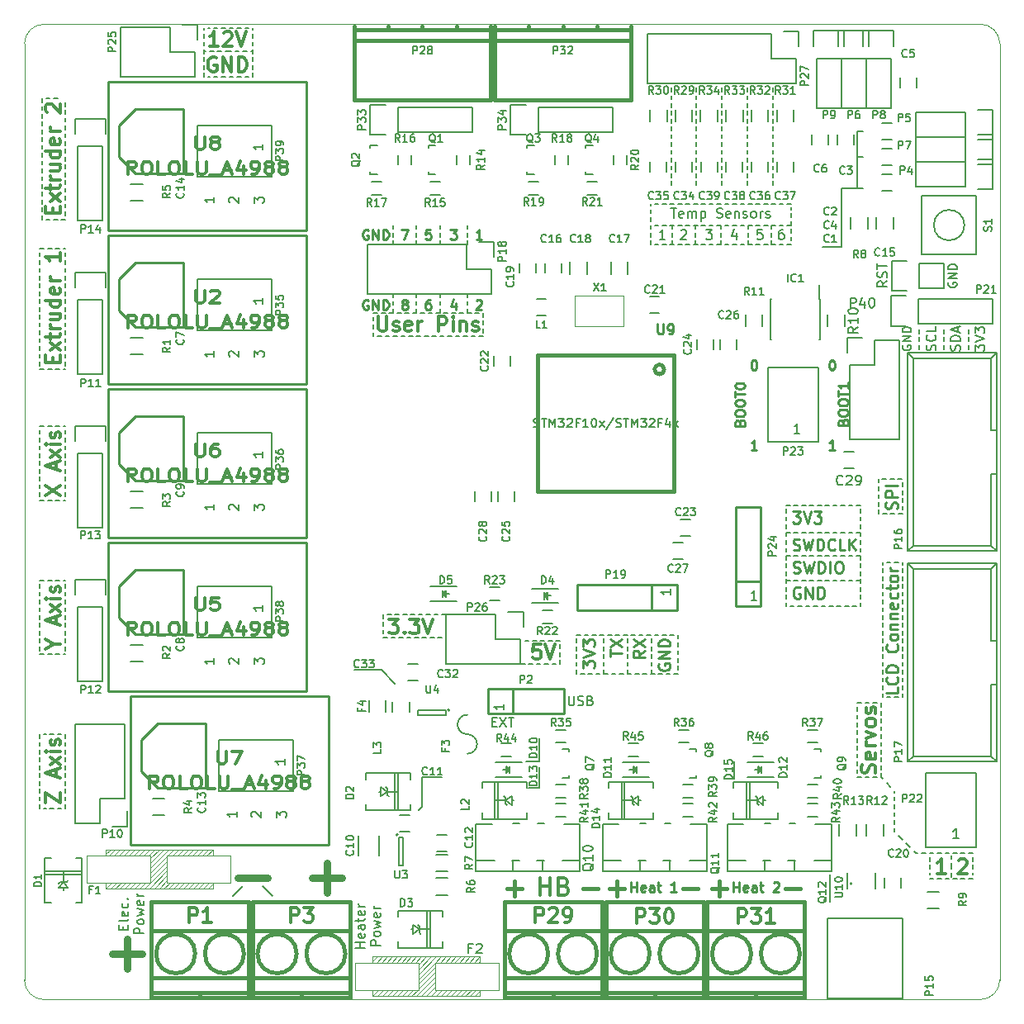
<source format=gto>
%TF.GenerationSoftware,KiCad,Pcbnew,4.0.2-stable*%
%TF.CreationDate,2016-07-27T00:50:33+02:00*%
%TF.ProjectId,ReST,526553542E6B696361645F7063620000,Rev. A*%
%TF.FileFunction,Legend,Top*%
%FSLAX46Y46*%
G04 Gerber Fmt 4.6, Leading zero omitted, Abs format (unit mm)*
G04 Created by KiCad (PCBNEW 4.0.2-stable) date 27.07.2016 00:50:33*
%MOMM*%
G01*
G04 APERTURE LIST*
%ADD10C,0.100000*%
%ADD11C,0.010000*%
%ADD12C,0.150000*%
%ADD13C,0.250000*%
%ADD14C,0.180000*%
%ADD15C,0.190000*%
%ADD16C,0.300000*%
%ADD17C,0.200000*%
%ADD18C,0.350000*%
%ADD19C,0.400000*%
%ADD20C,0.800000*%
%ADD21C,0.381000*%
%ADD22C,0.127000*%
%ADD23C,0.254000*%
%ADD24C,0.198120*%
%ADD25C,0.304800*%
G04 APERTURE END LIST*
D10*
D11*
X119450000Y-163450000D02*
X119450000Y-67450000D01*
X21450000Y-165450000D02*
X117450000Y-165450000D01*
X19450000Y-67450000D02*
X19450000Y-163450000D01*
X117450000Y-65450000D02*
X21450000Y-65450000D01*
X119450000Y-67450000D02*
G75*
G03X117450000Y-65450000I-2000000J0D01*
G01*
X21450000Y-65450000D02*
G75*
G03X19450000Y-67450000I0J-2000000D01*
G01*
X19450000Y-163450000D02*
G75*
G03X21450000Y-165450000I2000000J0D01*
G01*
X117450000Y-165450000D02*
G75*
G03X119450000Y-163450000I0J2000000D01*
G01*
D12*
X57250000Y-95050000D02*
X57250000Y-94650000D01*
X57250000Y-94250000D02*
X57250000Y-93850000D01*
X57250000Y-93050000D02*
X57250000Y-93450000D01*
X59650000Y-95050000D02*
X59650000Y-94650000D01*
X59650000Y-94250000D02*
X59650000Y-93850000D01*
X59650000Y-93050000D02*
X59650000Y-93450000D01*
X62050000Y-95050000D02*
X62050000Y-94650000D01*
X62050000Y-94250000D02*
X62050000Y-93850000D01*
X62050000Y-93050000D02*
X62050000Y-93450000D01*
X64850000Y-95050000D02*
X64850000Y-94650000D01*
X64850000Y-94250000D02*
X64850000Y-93850000D01*
X64850000Y-93050000D02*
X64850000Y-93450000D01*
X64850000Y-88050000D02*
X64850000Y-87650000D01*
X64850000Y-87250000D02*
X64850000Y-86850000D01*
X64850000Y-86050000D02*
X64850000Y-86450000D01*
X62050000Y-88050000D02*
X62050000Y-87650000D01*
X62050000Y-87250000D02*
X62050000Y-86850000D01*
X62050000Y-86050000D02*
X62050000Y-86450000D01*
X59650000Y-88050000D02*
X59650000Y-87650000D01*
X59650000Y-87250000D02*
X59650000Y-86850000D01*
X59650000Y-86050000D02*
X59650000Y-86450000D01*
X57250000Y-86050000D02*
X57250000Y-86450000D01*
X57250000Y-87250000D02*
X57250000Y-86850000D01*
X57250000Y-88050000D02*
X57250000Y-87650000D01*
D13*
X54688096Y-86550000D02*
X54592858Y-86502381D01*
X54450001Y-86502381D01*
X54307143Y-86550000D01*
X54211905Y-86645238D01*
X54164286Y-86740476D01*
X54116667Y-86930952D01*
X54116667Y-87073810D01*
X54164286Y-87264286D01*
X54211905Y-87359524D01*
X54307143Y-87454762D01*
X54450001Y-87502381D01*
X54545239Y-87502381D01*
X54688096Y-87454762D01*
X54735715Y-87407143D01*
X54735715Y-87073810D01*
X54545239Y-87073810D01*
X55164286Y-87502381D02*
X55164286Y-86502381D01*
X55735715Y-87502381D01*
X55735715Y-86502381D01*
X56211905Y-87502381D02*
X56211905Y-86502381D01*
X56450000Y-86502381D01*
X56592858Y-86550000D01*
X56688096Y-86645238D01*
X56735715Y-86740476D01*
X56783334Y-86930952D01*
X56783334Y-87073810D01*
X56735715Y-87264286D01*
X56688096Y-87359524D01*
X56592858Y-87454762D01*
X56450000Y-87502381D01*
X56211905Y-87502381D01*
X54688096Y-93750000D02*
X54592858Y-93702381D01*
X54450001Y-93702381D01*
X54307143Y-93750000D01*
X54211905Y-93845238D01*
X54164286Y-93940476D01*
X54116667Y-94130952D01*
X54116667Y-94273810D01*
X54164286Y-94464286D01*
X54211905Y-94559524D01*
X54307143Y-94654762D01*
X54450001Y-94702381D01*
X54545239Y-94702381D01*
X54688096Y-94654762D01*
X54735715Y-94607143D01*
X54735715Y-94273810D01*
X54545239Y-94273810D01*
X55164286Y-94702381D02*
X55164286Y-93702381D01*
X55735715Y-94702381D01*
X55735715Y-93702381D01*
X56211905Y-94702381D02*
X56211905Y-93702381D01*
X56450000Y-93702381D01*
X56592858Y-93750000D01*
X56688096Y-93845238D01*
X56735715Y-93940476D01*
X56783334Y-94130952D01*
X56783334Y-94273810D01*
X56735715Y-94464286D01*
X56688096Y-94559524D01*
X56592858Y-94654762D01*
X56450000Y-94702381D01*
X56211905Y-94702381D01*
X66335715Y-87502381D02*
X65764286Y-87502381D01*
X66050000Y-87502381D02*
X66050000Y-86502381D01*
X65954762Y-86645238D01*
X65859524Y-86740476D01*
X65764286Y-86788095D01*
X63116667Y-86502381D02*
X63735715Y-86502381D01*
X63402381Y-86883333D01*
X63545239Y-86883333D01*
X63640477Y-86930952D01*
X63688096Y-86978571D01*
X63735715Y-87073810D01*
X63735715Y-87311905D01*
X63688096Y-87407143D01*
X63640477Y-87454762D01*
X63545239Y-87502381D01*
X63259524Y-87502381D01*
X63164286Y-87454762D01*
X63116667Y-87407143D01*
X61088096Y-86502381D02*
X60611905Y-86502381D01*
X60564286Y-86978571D01*
X60611905Y-86930952D01*
X60707143Y-86883333D01*
X60945239Y-86883333D01*
X61040477Y-86930952D01*
X61088096Y-86978571D01*
X61135715Y-87073810D01*
X61135715Y-87311905D01*
X61088096Y-87407143D01*
X61040477Y-87454762D01*
X60945239Y-87502381D01*
X60707143Y-87502381D01*
X60611905Y-87454762D01*
X60564286Y-87407143D01*
X58116667Y-86502381D02*
X58783334Y-86502381D01*
X58354762Y-87502381D01*
X65764286Y-93797619D02*
X65811905Y-93750000D01*
X65907143Y-93702381D01*
X66145239Y-93702381D01*
X66240477Y-93750000D01*
X66288096Y-93797619D01*
X66335715Y-93892857D01*
X66335715Y-93988095D01*
X66288096Y-94130952D01*
X65716667Y-94702381D01*
X66335715Y-94702381D01*
X63640477Y-94035714D02*
X63640477Y-94702381D01*
X63402381Y-93654762D02*
X63164286Y-94369048D01*
X63783334Y-94369048D01*
X61040477Y-93702381D02*
X60850000Y-93702381D01*
X60754762Y-93750000D01*
X60707143Y-93797619D01*
X60611905Y-93940476D01*
X60564286Y-94130952D01*
X60564286Y-94511905D01*
X60611905Y-94607143D01*
X60659524Y-94654762D01*
X60754762Y-94702381D01*
X60945239Y-94702381D01*
X61040477Y-94654762D01*
X61088096Y-94607143D01*
X61135715Y-94511905D01*
X61135715Y-94273810D01*
X61088096Y-94178571D01*
X61040477Y-94130952D01*
X60945239Y-94083333D01*
X60754762Y-94083333D01*
X60659524Y-94130952D01*
X60611905Y-94178571D01*
X60564286Y-94273810D01*
X58354762Y-94130952D02*
X58259524Y-94083333D01*
X58211905Y-94035714D01*
X58164286Y-93940476D01*
X58164286Y-93892857D01*
X58211905Y-93797619D01*
X58259524Y-93750000D01*
X58354762Y-93702381D01*
X58545239Y-93702381D01*
X58640477Y-93750000D01*
X58688096Y-93797619D01*
X58735715Y-93892857D01*
X58735715Y-93940476D01*
X58688096Y-94035714D01*
X58640477Y-94083333D01*
X58545239Y-94130952D01*
X58354762Y-94130952D01*
X58259524Y-94178571D01*
X58211905Y-94226190D01*
X58164286Y-94321429D01*
X58164286Y-94511905D01*
X58211905Y-94607143D01*
X58259524Y-94654762D01*
X58354762Y-94702381D01*
X58545239Y-94702381D01*
X58640477Y-94654762D01*
X58688096Y-94607143D01*
X58735715Y-94511905D01*
X58735715Y-94321429D01*
X58688096Y-94226190D01*
X58640477Y-94178571D01*
X58545239Y-94130952D01*
X103353571Y-106233333D02*
X103401190Y-106090476D01*
X103448810Y-106042857D01*
X103544048Y-105995238D01*
X103686905Y-105995238D01*
X103782143Y-106042857D01*
X103829762Y-106090476D01*
X103877381Y-106185714D01*
X103877381Y-106566667D01*
X102877381Y-106566667D01*
X102877381Y-106233333D01*
X102925000Y-106138095D01*
X102972619Y-106090476D01*
X103067857Y-106042857D01*
X103163095Y-106042857D01*
X103258333Y-106090476D01*
X103305952Y-106138095D01*
X103353571Y-106233333D01*
X103353571Y-106566667D01*
X102877381Y-105376191D02*
X102877381Y-105185714D01*
X102925000Y-105090476D01*
X103020238Y-104995238D01*
X103210714Y-104947619D01*
X103544048Y-104947619D01*
X103734524Y-104995238D01*
X103829762Y-105090476D01*
X103877381Y-105185714D01*
X103877381Y-105376191D01*
X103829762Y-105471429D01*
X103734524Y-105566667D01*
X103544048Y-105614286D01*
X103210714Y-105614286D01*
X103020238Y-105566667D01*
X102925000Y-105471429D01*
X102877381Y-105376191D01*
X102877381Y-104328572D02*
X102877381Y-104138095D01*
X102925000Y-104042857D01*
X103020238Y-103947619D01*
X103210714Y-103900000D01*
X103544048Y-103900000D01*
X103734524Y-103947619D01*
X103829762Y-104042857D01*
X103877381Y-104138095D01*
X103877381Y-104328572D01*
X103829762Y-104423810D01*
X103734524Y-104519048D01*
X103544048Y-104566667D01*
X103210714Y-104566667D01*
X103020238Y-104519048D01*
X102925000Y-104423810D01*
X102877381Y-104328572D01*
X102877381Y-103614286D02*
X102877381Y-103042857D01*
X103877381Y-103328572D02*
X102877381Y-103328572D01*
X103877381Y-102185714D02*
X103877381Y-102757143D01*
X103877381Y-102471429D02*
X102877381Y-102471429D01*
X103020238Y-102566667D01*
X103115476Y-102661905D01*
X103163095Y-102757143D01*
X92778571Y-106283333D02*
X92826190Y-106140476D01*
X92873810Y-106092857D01*
X92969048Y-106045238D01*
X93111905Y-106045238D01*
X93207143Y-106092857D01*
X93254762Y-106140476D01*
X93302381Y-106235714D01*
X93302381Y-106616667D01*
X92302381Y-106616667D01*
X92302381Y-106283333D01*
X92350000Y-106188095D01*
X92397619Y-106140476D01*
X92492857Y-106092857D01*
X92588095Y-106092857D01*
X92683333Y-106140476D01*
X92730952Y-106188095D01*
X92778571Y-106283333D01*
X92778571Y-106616667D01*
X92302381Y-105426191D02*
X92302381Y-105235714D01*
X92350000Y-105140476D01*
X92445238Y-105045238D01*
X92635714Y-104997619D01*
X92969048Y-104997619D01*
X93159524Y-105045238D01*
X93254762Y-105140476D01*
X93302381Y-105235714D01*
X93302381Y-105426191D01*
X93254762Y-105521429D01*
X93159524Y-105616667D01*
X92969048Y-105664286D01*
X92635714Y-105664286D01*
X92445238Y-105616667D01*
X92350000Y-105521429D01*
X92302381Y-105426191D01*
X92302381Y-104378572D02*
X92302381Y-104188095D01*
X92350000Y-104092857D01*
X92445238Y-103997619D01*
X92635714Y-103950000D01*
X92969048Y-103950000D01*
X93159524Y-103997619D01*
X93254762Y-104092857D01*
X93302381Y-104188095D01*
X93302381Y-104378572D01*
X93254762Y-104473810D01*
X93159524Y-104569048D01*
X92969048Y-104616667D01*
X92635714Y-104616667D01*
X92445238Y-104569048D01*
X92350000Y-104473810D01*
X92302381Y-104378572D01*
X92302381Y-103664286D02*
X92302381Y-103092857D01*
X93302381Y-103378572D02*
X92302381Y-103378572D01*
X92302381Y-102569048D02*
X92302381Y-102473809D01*
X92350000Y-102378571D01*
X92397619Y-102330952D01*
X92492857Y-102283333D01*
X92683333Y-102235714D01*
X92921429Y-102235714D01*
X93111905Y-102283333D01*
X93207143Y-102330952D01*
X93254762Y-102378571D01*
X93302381Y-102473809D01*
X93302381Y-102569048D01*
X93254762Y-102664286D01*
X93207143Y-102711905D01*
X93111905Y-102759524D01*
X92921429Y-102807143D01*
X92683333Y-102807143D01*
X92492857Y-102759524D01*
X92397619Y-102711905D01*
X92350000Y-102664286D01*
X92302381Y-102569048D01*
X94535715Y-109102381D02*
X93964286Y-109102381D01*
X94250000Y-109102381D02*
X94250000Y-108102381D01*
X94154762Y-108245238D01*
X94059524Y-108340476D01*
X93964286Y-108388095D01*
X102535715Y-109102381D02*
X101964286Y-109102381D01*
X102250000Y-109102381D02*
X102250000Y-108102381D01*
X102154762Y-108245238D01*
X102059524Y-108340476D01*
X101964286Y-108388095D01*
X102202381Y-99902381D02*
X102297620Y-99902381D01*
X102392858Y-99950000D01*
X102440477Y-99997619D01*
X102488096Y-100092857D01*
X102535715Y-100283333D01*
X102535715Y-100521429D01*
X102488096Y-100711905D01*
X102440477Y-100807143D01*
X102392858Y-100854762D01*
X102297620Y-100902381D01*
X102202381Y-100902381D01*
X102107143Y-100854762D01*
X102059524Y-100807143D01*
X102011905Y-100711905D01*
X101964286Y-100521429D01*
X101964286Y-100283333D01*
X102011905Y-100092857D01*
X102059524Y-99997619D01*
X102107143Y-99950000D01*
X102202381Y-99902381D01*
X94202381Y-99902381D02*
X94297620Y-99902381D01*
X94392858Y-99950000D01*
X94440477Y-99997619D01*
X94488096Y-100092857D01*
X94535715Y-100283333D01*
X94535715Y-100521429D01*
X94488096Y-100711905D01*
X94440477Y-100807143D01*
X94392858Y-100854762D01*
X94297620Y-100902381D01*
X94202381Y-100902381D01*
X94107143Y-100854762D01*
X94059524Y-100807143D01*
X94011905Y-100711905D01*
X93964286Y-100521429D01*
X93964286Y-100283333D01*
X94011905Y-100092857D01*
X94059524Y-99997619D01*
X94107143Y-99950000D01*
X94202381Y-99902381D01*
D14*
X114200000Y-91935714D02*
X114157143Y-92021428D01*
X114157143Y-92149999D01*
X114200000Y-92278571D01*
X114285714Y-92364285D01*
X114371429Y-92407142D01*
X114542857Y-92449999D01*
X114671429Y-92449999D01*
X114842857Y-92407142D01*
X114928571Y-92364285D01*
X115014286Y-92278571D01*
X115057143Y-92149999D01*
X115057143Y-92064285D01*
X115014286Y-91935714D01*
X114971429Y-91892857D01*
X114671429Y-91892857D01*
X114671429Y-92064285D01*
X115057143Y-91507142D02*
X114157143Y-91507142D01*
X115057143Y-90992857D01*
X114157143Y-90992857D01*
X115057143Y-90564285D02*
X114157143Y-90564285D01*
X114157143Y-90350000D01*
X114200000Y-90221428D01*
X114285714Y-90135714D01*
X114371429Y-90092857D01*
X114542857Y-90050000D01*
X114671429Y-90050000D01*
X114842857Y-90092857D01*
X114928571Y-90135714D01*
X115014286Y-90221428D01*
X115057143Y-90350000D01*
X115057143Y-90564285D01*
D15*
X75251190Y-134329762D02*
X75251190Y-135098810D01*
X75296429Y-135189286D01*
X75341667Y-135234524D01*
X75432143Y-135279762D01*
X75613095Y-135279762D01*
X75703571Y-135234524D01*
X75748810Y-135189286D01*
X75794048Y-135098810D01*
X75794048Y-134329762D01*
X76201190Y-135234524D02*
X76336905Y-135279762D01*
X76563095Y-135279762D01*
X76653571Y-135234524D01*
X76698809Y-135189286D01*
X76744048Y-135098810D01*
X76744048Y-135008333D01*
X76698809Y-134917857D01*
X76653571Y-134872619D01*
X76563095Y-134827381D01*
X76382143Y-134782143D01*
X76291667Y-134736905D01*
X76246428Y-134691667D01*
X76201190Y-134601190D01*
X76201190Y-134510714D01*
X76246428Y-134420238D01*
X76291667Y-134375000D01*
X76382143Y-134329762D01*
X76608333Y-134329762D01*
X76744048Y-134375000D01*
X77467857Y-134782143D02*
X77603571Y-134827381D01*
X77648810Y-134872619D01*
X77694048Y-134963095D01*
X77694048Y-135098810D01*
X77648810Y-135189286D01*
X77603571Y-135234524D01*
X77513095Y-135279762D01*
X77151190Y-135279762D01*
X77151190Y-134329762D01*
X77467857Y-134329762D01*
X77558333Y-134375000D01*
X77603571Y-134420238D01*
X77648810Y-134510714D01*
X77648810Y-134601190D01*
X77603571Y-134691667D01*
X77558333Y-134736905D01*
X77467857Y-134782143D01*
X77151190Y-134782143D01*
X67432142Y-136982143D02*
X67748809Y-136982143D01*
X67884523Y-137479762D02*
X67432142Y-137479762D01*
X67432142Y-136529762D01*
X67884523Y-136529762D01*
X68201190Y-136529762D02*
X68834524Y-137479762D01*
X68834524Y-136529762D02*
X68201190Y-137479762D01*
X69060714Y-136529762D02*
X69603571Y-136529762D01*
X69332143Y-137479762D02*
X69332143Y-136529762D01*
D12*
X43850000Y-153850000D02*
X44850000Y-154850000D01*
X41850000Y-153850000D02*
X40850000Y-154850000D01*
X66450000Y-97450000D02*
X66050000Y-97450000D01*
X66450000Y-96650000D02*
X66450000Y-97050000D01*
X66450000Y-95850000D02*
X66450000Y-96250000D01*
X66450000Y-95050000D02*
X66450000Y-95450000D01*
X65250000Y-97450000D02*
X65650000Y-97450000D01*
X64450000Y-97450000D02*
X64850000Y-97450000D01*
X63650000Y-97450000D02*
X64050000Y-97450000D01*
X62850000Y-97450000D02*
X63250000Y-97450000D01*
X62050000Y-97450000D02*
X62450000Y-97450000D01*
X61250000Y-97450000D02*
X61650000Y-97450000D01*
X60450000Y-97450000D02*
X60850000Y-97450000D01*
X59650000Y-97450000D02*
X60050000Y-97450000D01*
X58850000Y-97450000D02*
X59250000Y-97450000D01*
X58050000Y-97450000D02*
X58450000Y-97450000D01*
X57250000Y-97450000D02*
X57650000Y-97450000D01*
X56450000Y-97450000D02*
X56850000Y-97450000D01*
X55650000Y-97450000D02*
X56050000Y-97450000D01*
X55250000Y-97050000D02*
X55250000Y-97450000D01*
X55250000Y-96250000D02*
X55250000Y-96650000D01*
X55250000Y-95450000D02*
X55250000Y-95850000D01*
X65650000Y-95050000D02*
X66050000Y-95050000D01*
X64850000Y-95050000D02*
X65250000Y-95050000D01*
X64050000Y-95050000D02*
X64450000Y-95050000D01*
X63250000Y-95050000D02*
X63650000Y-95050000D01*
X62450000Y-95050000D02*
X62850000Y-95050000D01*
X61650000Y-95050000D02*
X62050000Y-95050000D01*
X60850000Y-95050000D02*
X61250000Y-95050000D01*
X60050000Y-95050000D02*
X60450000Y-95050000D01*
X59250000Y-95050000D02*
X59650000Y-95050000D01*
X58450000Y-95050000D02*
X58850000Y-95050000D01*
X57650000Y-95050000D02*
X58050000Y-95050000D01*
X56850000Y-95050000D02*
X57250000Y-95050000D01*
X56050000Y-95050000D02*
X56450000Y-95050000D01*
X55250000Y-95050000D02*
X55650000Y-95050000D01*
D16*
X55742857Y-95428571D02*
X55742857Y-96642857D01*
X55814285Y-96785714D01*
X55885714Y-96857143D01*
X56028571Y-96928571D01*
X56314285Y-96928571D01*
X56457143Y-96857143D01*
X56528571Y-96785714D01*
X56600000Y-96642857D01*
X56600000Y-95428571D01*
X57242857Y-96857143D02*
X57385714Y-96928571D01*
X57671429Y-96928571D01*
X57814286Y-96857143D01*
X57885714Y-96714286D01*
X57885714Y-96642857D01*
X57814286Y-96500000D01*
X57671429Y-96428571D01*
X57457143Y-96428571D01*
X57314286Y-96357143D01*
X57242857Y-96214286D01*
X57242857Y-96142857D01*
X57314286Y-96000000D01*
X57457143Y-95928571D01*
X57671429Y-95928571D01*
X57814286Y-96000000D01*
X59100000Y-96857143D02*
X58957143Y-96928571D01*
X58671429Y-96928571D01*
X58528572Y-96857143D01*
X58457143Y-96714286D01*
X58457143Y-96142857D01*
X58528572Y-96000000D01*
X58671429Y-95928571D01*
X58957143Y-95928571D01*
X59100000Y-96000000D01*
X59171429Y-96142857D01*
X59171429Y-96285714D01*
X58457143Y-96428571D01*
X59814286Y-96928571D02*
X59814286Y-95928571D01*
X59814286Y-96214286D02*
X59885714Y-96071429D01*
X59957143Y-96000000D01*
X60100000Y-95928571D01*
X60242857Y-95928571D01*
X61885714Y-96928571D02*
X61885714Y-95428571D01*
X62457142Y-95428571D01*
X62600000Y-95500000D01*
X62671428Y-95571429D01*
X62742857Y-95714286D01*
X62742857Y-95928571D01*
X62671428Y-96071429D01*
X62600000Y-96142857D01*
X62457142Y-96214286D01*
X61885714Y-96214286D01*
X63385714Y-96928571D02*
X63385714Y-95928571D01*
X63385714Y-95428571D02*
X63314285Y-95500000D01*
X63385714Y-95571429D01*
X63457142Y-95500000D01*
X63385714Y-95428571D01*
X63385714Y-95571429D01*
X64100000Y-95928571D02*
X64100000Y-96928571D01*
X64100000Y-96071429D02*
X64171428Y-96000000D01*
X64314286Y-95928571D01*
X64528571Y-95928571D01*
X64671428Y-96000000D01*
X64742857Y-96142857D01*
X64742857Y-96928571D01*
X65385714Y-96857143D02*
X65528571Y-96928571D01*
X65814286Y-96928571D01*
X65957143Y-96857143D01*
X66028571Y-96714286D01*
X66028571Y-96642857D01*
X65957143Y-96500000D01*
X65814286Y-96428571D01*
X65600000Y-96428571D01*
X65457143Y-96357143D01*
X65385714Y-96214286D01*
X65385714Y-96142857D01*
X65457143Y-96000000D01*
X65600000Y-95928571D01*
X65814286Y-95928571D01*
X65957143Y-96000000D01*
D17*
X45302381Y-146783333D02*
X45302381Y-146164285D01*
X45683333Y-146497619D01*
X45683333Y-146354761D01*
X45730952Y-146259523D01*
X45778571Y-146211904D01*
X45873810Y-146164285D01*
X46111905Y-146164285D01*
X46207143Y-146211904D01*
X46254762Y-146259523D01*
X46302381Y-146354761D01*
X46302381Y-146640476D01*
X46254762Y-146735714D01*
X46207143Y-146783333D01*
X42797619Y-146735714D02*
X42750000Y-146688095D01*
X42702381Y-146592857D01*
X42702381Y-146354761D01*
X42750000Y-146259523D01*
X42797619Y-146211904D01*
X42892857Y-146164285D01*
X42988095Y-146164285D01*
X43130952Y-146211904D01*
X43702381Y-146783333D01*
X43702381Y-146164285D01*
X41202381Y-146164285D02*
X41202381Y-146735714D01*
X41202381Y-146450000D02*
X40202381Y-146450000D01*
X40345238Y-146545238D01*
X40440476Y-146640476D01*
X40488095Y-146735714D01*
X43002381Y-131083333D02*
X43002381Y-130464285D01*
X43383333Y-130797619D01*
X43383333Y-130654761D01*
X43430952Y-130559523D01*
X43478571Y-130511904D01*
X43573810Y-130464285D01*
X43811905Y-130464285D01*
X43907143Y-130511904D01*
X43954762Y-130559523D01*
X44002381Y-130654761D01*
X44002381Y-130940476D01*
X43954762Y-131035714D01*
X43907143Y-131083333D01*
X40497619Y-131035714D02*
X40450000Y-130988095D01*
X40402381Y-130892857D01*
X40402381Y-130654761D01*
X40450000Y-130559523D01*
X40497619Y-130511904D01*
X40592857Y-130464285D01*
X40688095Y-130464285D01*
X40830952Y-130511904D01*
X41402381Y-131083333D01*
X41402381Y-130464285D01*
X38902381Y-130464285D02*
X38902381Y-131035714D01*
X38902381Y-130750000D02*
X37902381Y-130750000D01*
X38045238Y-130845238D01*
X38140476Y-130940476D01*
X38188095Y-131035714D01*
X43002381Y-115283333D02*
X43002381Y-114664285D01*
X43383333Y-114997619D01*
X43383333Y-114854761D01*
X43430952Y-114759523D01*
X43478571Y-114711904D01*
X43573810Y-114664285D01*
X43811905Y-114664285D01*
X43907143Y-114711904D01*
X43954762Y-114759523D01*
X44002381Y-114854761D01*
X44002381Y-115140476D01*
X43954762Y-115235714D01*
X43907143Y-115283333D01*
X40497619Y-115235714D02*
X40450000Y-115188095D01*
X40402381Y-115092857D01*
X40402381Y-114854761D01*
X40450000Y-114759523D01*
X40497619Y-114711904D01*
X40592857Y-114664285D01*
X40688095Y-114664285D01*
X40830952Y-114711904D01*
X41402381Y-115283333D01*
X41402381Y-114664285D01*
X38902381Y-114664285D02*
X38902381Y-115235714D01*
X38902381Y-114950000D02*
X37902381Y-114950000D01*
X38045238Y-115045238D01*
X38140476Y-115140476D01*
X38188095Y-115235714D01*
X43002381Y-99583333D02*
X43002381Y-98964285D01*
X43383333Y-99297619D01*
X43383333Y-99154761D01*
X43430952Y-99059523D01*
X43478571Y-99011904D01*
X43573810Y-98964285D01*
X43811905Y-98964285D01*
X43907143Y-99011904D01*
X43954762Y-99059523D01*
X44002381Y-99154761D01*
X44002381Y-99440476D01*
X43954762Y-99535714D01*
X43907143Y-99583333D01*
X40497619Y-99535714D02*
X40450000Y-99488095D01*
X40402381Y-99392857D01*
X40402381Y-99154761D01*
X40450000Y-99059523D01*
X40497619Y-99011904D01*
X40592857Y-98964285D01*
X40688095Y-98964285D01*
X40830952Y-99011904D01*
X41402381Y-99583333D01*
X41402381Y-98964285D01*
X38902381Y-98964285D02*
X38902381Y-99535714D01*
X38902381Y-99250000D02*
X37902381Y-99250000D01*
X38045238Y-99345238D01*
X38140476Y-99440476D01*
X38188095Y-99535714D01*
X43002381Y-83783333D02*
X43002381Y-83164285D01*
X43383333Y-83497619D01*
X43383333Y-83354761D01*
X43430952Y-83259523D01*
X43478571Y-83211904D01*
X43573810Y-83164285D01*
X43811905Y-83164285D01*
X43907143Y-83211904D01*
X43954762Y-83259523D01*
X44002381Y-83354761D01*
X44002381Y-83640476D01*
X43954762Y-83735714D01*
X43907143Y-83783333D01*
X40497619Y-83735714D02*
X40450000Y-83688095D01*
X40402381Y-83592857D01*
X40402381Y-83354761D01*
X40450000Y-83259523D01*
X40497619Y-83211904D01*
X40592857Y-83164285D01*
X40688095Y-83164285D01*
X40830952Y-83211904D01*
X41402381Y-83783333D01*
X41402381Y-83164285D01*
X38902381Y-83164285D02*
X38902381Y-83735714D01*
X38902381Y-83450000D02*
X37902381Y-83450000D01*
X38045238Y-83545238D01*
X38140476Y-83640476D01*
X38188095Y-83735714D01*
X107902381Y-91797619D02*
X107426190Y-92130953D01*
X107902381Y-92369048D02*
X106902381Y-92369048D01*
X106902381Y-91988095D01*
X106950000Y-91892857D01*
X106997619Y-91845238D01*
X107092857Y-91797619D01*
X107235714Y-91797619D01*
X107330952Y-91845238D01*
X107378571Y-91892857D01*
X107426190Y-91988095D01*
X107426190Y-92369048D01*
X107854762Y-91416667D02*
X107902381Y-91273810D01*
X107902381Y-91035714D01*
X107854762Y-90940476D01*
X107807143Y-90892857D01*
X107711905Y-90845238D01*
X107616667Y-90845238D01*
X107521429Y-90892857D01*
X107473810Y-90940476D01*
X107426190Y-91035714D01*
X107378571Y-91226191D01*
X107330952Y-91321429D01*
X107283333Y-91369048D01*
X107188095Y-91416667D01*
X107092857Y-91416667D01*
X106997619Y-91369048D01*
X106950000Y-91321429D01*
X106902381Y-91226191D01*
X106902381Y-90988095D01*
X106950000Y-90845238D01*
X106902381Y-90559524D02*
X106902381Y-89988095D01*
X107902381Y-90273810D02*
X106902381Y-90273810D01*
D12*
X116250000Y-97150000D02*
X116250000Y-96750000D01*
X116250000Y-97950000D02*
X116250000Y-97550000D01*
X116250000Y-98750000D02*
X116250000Y-98350000D01*
X113750000Y-97150000D02*
X113750000Y-96750000D01*
X113750000Y-97950000D02*
X113750000Y-97550000D01*
X113750000Y-98750000D02*
X113750000Y-98350000D01*
X111150000Y-97150000D02*
X111150000Y-96750000D01*
X111150000Y-97950000D02*
X111150000Y-97550000D01*
X111150000Y-98750000D02*
X111150000Y-98350000D01*
D17*
X116902381Y-98938095D02*
X116902381Y-98319047D01*
X117283333Y-98652381D01*
X117283333Y-98509523D01*
X117330952Y-98414285D01*
X117378571Y-98366666D01*
X117473810Y-98319047D01*
X117711905Y-98319047D01*
X117807143Y-98366666D01*
X117854762Y-98414285D01*
X117902381Y-98509523D01*
X117902381Y-98795238D01*
X117854762Y-98890476D01*
X117807143Y-98938095D01*
X116902381Y-98033333D02*
X117902381Y-97700000D01*
X116902381Y-97366666D01*
X116902381Y-97128571D02*
X116902381Y-96509523D01*
X117283333Y-96842857D01*
X117283333Y-96699999D01*
X117330952Y-96604761D01*
X117378571Y-96557142D01*
X117473810Y-96509523D01*
X117711905Y-96509523D01*
X117807143Y-96557142D01*
X117854762Y-96604761D01*
X117902381Y-96699999D01*
X117902381Y-96985714D01*
X117854762Y-97080952D01*
X117807143Y-97128571D01*
X115354762Y-98914286D02*
X115402381Y-98771429D01*
X115402381Y-98533333D01*
X115354762Y-98438095D01*
X115307143Y-98390476D01*
X115211905Y-98342857D01*
X115116667Y-98342857D01*
X115021429Y-98390476D01*
X114973810Y-98438095D01*
X114926190Y-98533333D01*
X114878571Y-98723810D01*
X114830952Y-98819048D01*
X114783333Y-98866667D01*
X114688095Y-98914286D01*
X114592857Y-98914286D01*
X114497619Y-98866667D01*
X114450000Y-98819048D01*
X114402381Y-98723810D01*
X114402381Y-98485714D01*
X114450000Y-98342857D01*
X115402381Y-97914286D02*
X114402381Y-97914286D01*
X114402381Y-97676191D01*
X114450000Y-97533333D01*
X114545238Y-97438095D01*
X114640476Y-97390476D01*
X114830952Y-97342857D01*
X114973810Y-97342857D01*
X115164286Y-97390476D01*
X115259524Y-97438095D01*
X115354762Y-97533333D01*
X115402381Y-97676191D01*
X115402381Y-97914286D01*
X115116667Y-96961905D02*
X115116667Y-96485714D01*
X115402381Y-97057143D02*
X114402381Y-96723810D01*
X115402381Y-96390476D01*
X112854762Y-98890476D02*
X112902381Y-98747619D01*
X112902381Y-98509523D01*
X112854762Y-98414285D01*
X112807143Y-98366666D01*
X112711905Y-98319047D01*
X112616667Y-98319047D01*
X112521429Y-98366666D01*
X112473810Y-98414285D01*
X112426190Y-98509523D01*
X112378571Y-98700000D01*
X112330952Y-98795238D01*
X112283333Y-98842857D01*
X112188095Y-98890476D01*
X112092857Y-98890476D01*
X111997619Y-98842857D01*
X111950000Y-98795238D01*
X111902381Y-98700000D01*
X111902381Y-98461904D01*
X111950000Y-98319047D01*
X112807143Y-97319047D02*
X112854762Y-97366666D01*
X112902381Y-97509523D01*
X112902381Y-97604761D01*
X112854762Y-97747619D01*
X112759524Y-97842857D01*
X112664286Y-97890476D01*
X112473810Y-97938095D01*
X112330952Y-97938095D01*
X112140476Y-97890476D01*
X112045238Y-97842857D01*
X111950000Y-97747619D01*
X111902381Y-97604761D01*
X111902381Y-97509523D01*
X111950000Y-97366666D01*
X111997619Y-97319047D01*
X112902381Y-96414285D02*
X112902381Y-96890476D01*
X111902381Y-96890476D01*
D14*
X109500000Y-98385714D02*
X109457143Y-98471428D01*
X109457143Y-98599999D01*
X109500000Y-98728571D01*
X109585714Y-98814285D01*
X109671429Y-98857142D01*
X109842857Y-98899999D01*
X109971429Y-98899999D01*
X110142857Y-98857142D01*
X110228571Y-98814285D01*
X110314286Y-98728571D01*
X110357143Y-98599999D01*
X110357143Y-98514285D01*
X110314286Y-98385714D01*
X110271429Y-98342857D01*
X109971429Y-98342857D01*
X109971429Y-98514285D01*
X110357143Y-97957142D02*
X109457143Y-97957142D01*
X110357143Y-97442857D01*
X109457143Y-97442857D01*
X110357143Y-97014285D02*
X109457143Y-97014285D01*
X109457143Y-96800000D01*
X109500000Y-96671428D01*
X109585714Y-96585714D01*
X109671429Y-96542857D01*
X109842857Y-96500000D01*
X109971429Y-96500000D01*
X110142857Y-96542857D01*
X110228571Y-96585714D01*
X110314286Y-96671428D01*
X110357143Y-96800000D01*
X110357143Y-97014285D01*
D12*
X105150000Y-115550000D02*
X105150000Y-115150000D01*
X105150000Y-116350000D02*
X105150000Y-115950000D01*
X105150000Y-117150000D02*
X105150000Y-116750000D01*
X105150000Y-117950000D02*
X105150000Y-117550000D01*
X105150000Y-118750000D02*
X105150000Y-118350000D01*
X105150000Y-119550000D02*
X105150000Y-119150000D01*
X105150000Y-120350000D02*
X105150000Y-119950000D01*
X105150000Y-121150000D02*
X105150000Y-120750000D01*
X105150000Y-121950000D02*
X105150000Y-121550000D01*
X105150000Y-122750000D02*
X105150000Y-122350000D01*
X105150000Y-123550000D02*
X105150000Y-123150000D01*
X105150000Y-124350000D02*
X105150000Y-123950000D01*
X105150000Y-125150000D02*
X105150000Y-124750000D01*
X101950000Y-125150000D02*
X102350000Y-125150000D01*
X102750000Y-125150000D02*
X103150000Y-125150000D01*
X103550000Y-125150000D02*
X103950000Y-125150000D01*
X104350000Y-125150000D02*
X104750000Y-125150000D01*
X101550000Y-122450000D02*
X101950000Y-122450000D01*
X102350000Y-122450000D02*
X102750000Y-122450000D01*
X103150000Y-122450000D02*
X103550000Y-122450000D01*
X103950000Y-122450000D02*
X104350000Y-122450000D01*
X104750000Y-122450000D02*
X105150000Y-122450000D01*
X101550000Y-119950000D02*
X101950000Y-119950000D01*
X102350000Y-119950000D02*
X102750000Y-119950000D01*
X103150000Y-119950000D02*
X103550000Y-119950000D01*
X103950000Y-119950000D02*
X104350000Y-119950000D01*
X104750000Y-119950000D02*
X105150000Y-119950000D01*
X101550000Y-114750000D02*
X101950000Y-114750000D01*
X102350000Y-114750000D02*
X102750000Y-114750000D01*
X103150000Y-114750000D02*
X103550000Y-114750000D01*
X103950000Y-114750000D02*
X104350000Y-114750000D01*
X104750000Y-114750000D02*
X105150000Y-114750000D01*
X104750000Y-117550000D02*
X105150000Y-117550000D01*
X103950000Y-117550000D02*
X104350000Y-117550000D01*
X101550000Y-117550000D02*
X101950000Y-117550000D01*
X102350000Y-117550000D02*
X102750000Y-117550000D01*
X103150000Y-117550000D02*
X103550000Y-117550000D01*
X98350000Y-117550000D02*
X98750000Y-117550000D01*
X97550000Y-117550000D02*
X97550000Y-117950000D01*
X97550000Y-116750000D02*
X97550000Y-117150000D01*
X97550000Y-117550000D02*
X97950000Y-117550000D01*
X97550000Y-118350000D02*
X97550000Y-118750000D01*
X97550000Y-120750000D02*
X97550000Y-121150000D01*
X98350000Y-119950000D02*
X98750000Y-119950000D01*
X97550000Y-119950000D02*
X97950000Y-119950000D01*
X97550000Y-119950000D02*
X97550000Y-120350000D01*
X97550000Y-119150000D02*
X97550000Y-119550000D01*
D13*
X98278571Y-121685714D02*
X98450000Y-121742857D01*
X98735714Y-121742857D01*
X98850000Y-121685714D01*
X98907143Y-121628571D01*
X98964286Y-121514286D01*
X98964286Y-121400000D01*
X98907143Y-121285714D01*
X98850000Y-121228571D01*
X98735714Y-121171429D01*
X98507143Y-121114286D01*
X98392857Y-121057143D01*
X98335714Y-121000000D01*
X98278571Y-120885714D01*
X98278571Y-120771429D01*
X98335714Y-120657143D01*
X98392857Y-120600000D01*
X98507143Y-120542857D01*
X98792857Y-120542857D01*
X98964286Y-120600000D01*
X99364286Y-120542857D02*
X99650000Y-121742857D01*
X99878571Y-120885714D01*
X100107143Y-121742857D01*
X100392857Y-120542857D01*
X100850000Y-121742857D02*
X100850000Y-120542857D01*
X101135715Y-120542857D01*
X101307143Y-120600000D01*
X101421429Y-120714286D01*
X101478572Y-120828571D01*
X101535715Y-121057143D01*
X101535715Y-121228571D01*
X101478572Y-121457143D01*
X101421429Y-121571429D01*
X101307143Y-121685714D01*
X101135715Y-121742857D01*
X100850000Y-121742857D01*
X102050000Y-121742857D02*
X102050000Y-120542857D01*
X102850001Y-120542857D02*
X103078572Y-120542857D01*
X103192858Y-120600000D01*
X103307144Y-120714286D01*
X103364286Y-120942857D01*
X103364286Y-121342857D01*
X103307144Y-121571429D01*
X103192858Y-121685714D01*
X103078572Y-121742857D01*
X102850001Y-121742857D01*
X102735715Y-121685714D01*
X102621429Y-121571429D01*
X102564286Y-121342857D01*
X102564286Y-120942857D01*
X102621429Y-120714286D01*
X102735715Y-120600000D01*
X102850001Y-120542857D01*
D12*
X99950000Y-119950000D02*
X100350000Y-119950000D01*
X100750000Y-119950000D02*
X101150000Y-119950000D01*
X101550000Y-125150000D02*
X101150000Y-125150000D01*
X100750000Y-125150000D02*
X100350000Y-125150000D01*
X99950000Y-125150000D02*
X99550000Y-125150000D01*
X99150000Y-125150000D02*
X98750000Y-125150000D01*
D13*
X98964286Y-123200000D02*
X98850000Y-123142857D01*
X98678571Y-123142857D01*
X98507143Y-123200000D01*
X98392857Y-123314286D01*
X98335714Y-123428571D01*
X98278571Y-123657143D01*
X98278571Y-123828571D01*
X98335714Y-124057143D01*
X98392857Y-124171429D01*
X98507143Y-124285714D01*
X98678571Y-124342857D01*
X98792857Y-124342857D01*
X98964286Y-124285714D01*
X99021429Y-124228571D01*
X99021429Y-123828571D01*
X98792857Y-123828571D01*
X99535714Y-124342857D02*
X99535714Y-123142857D01*
X100221429Y-124342857D01*
X100221429Y-123142857D01*
X100792857Y-124342857D02*
X100792857Y-123142857D01*
X101078572Y-123142857D01*
X101250000Y-123200000D01*
X101364286Y-123314286D01*
X101421429Y-123428571D01*
X101478572Y-123657143D01*
X101478572Y-123828571D01*
X101421429Y-124057143D01*
X101364286Y-124171429D01*
X101250000Y-124285714D01*
X101078572Y-124342857D01*
X100792857Y-124342857D01*
D12*
X98350000Y-125150000D02*
X97950000Y-125150000D01*
X97550000Y-124750000D02*
X97550000Y-125150000D01*
X97550000Y-123150000D02*
X97550000Y-123550000D01*
X98350000Y-122450000D02*
X98750000Y-122450000D01*
X99950000Y-122450000D02*
X100350000Y-122450000D01*
X99550000Y-122450000D02*
X99150000Y-122450000D01*
X97550000Y-122350000D02*
X97550000Y-122750000D01*
X97550000Y-123950000D02*
X97550000Y-124350000D01*
X99150000Y-119950000D02*
X99550000Y-119950000D01*
X97550000Y-121950000D02*
X97550000Y-121550000D01*
X100750000Y-122450000D02*
X101150000Y-122450000D01*
X97550000Y-122450000D02*
X97950000Y-122450000D01*
D13*
X98269048Y-119315476D02*
X98433333Y-119370238D01*
X98707143Y-119370238D01*
X98816667Y-119315476D01*
X98871429Y-119260714D01*
X98926190Y-119151190D01*
X98926190Y-119041667D01*
X98871429Y-118932143D01*
X98816667Y-118877381D01*
X98707143Y-118822619D01*
X98488095Y-118767857D01*
X98378571Y-118713095D01*
X98323810Y-118658333D01*
X98269048Y-118548810D01*
X98269048Y-118439286D01*
X98323810Y-118329762D01*
X98378571Y-118275000D01*
X98488095Y-118220238D01*
X98761905Y-118220238D01*
X98926190Y-118275000D01*
X99309524Y-118220238D02*
X99583333Y-119370238D01*
X99802381Y-118548810D01*
X100021428Y-119370238D01*
X100295238Y-118220238D01*
X100733334Y-119370238D02*
X100733334Y-118220238D01*
X101007143Y-118220238D01*
X101171429Y-118275000D01*
X101280953Y-118384524D01*
X101335714Y-118494048D01*
X101390476Y-118713095D01*
X101390476Y-118877381D01*
X101335714Y-119096429D01*
X101280953Y-119205952D01*
X101171429Y-119315476D01*
X101007143Y-119370238D01*
X100733334Y-119370238D01*
X102540476Y-119260714D02*
X102485714Y-119315476D01*
X102321429Y-119370238D01*
X102211905Y-119370238D01*
X102047619Y-119315476D01*
X101938095Y-119205952D01*
X101883334Y-119096429D01*
X101828572Y-118877381D01*
X101828572Y-118713095D01*
X101883334Y-118494048D01*
X101938095Y-118384524D01*
X102047619Y-118275000D01*
X102211905Y-118220238D01*
X102321429Y-118220238D01*
X102485714Y-118275000D01*
X102540476Y-118329762D01*
X103580953Y-119370238D02*
X103033334Y-119370238D01*
X103033334Y-118220238D01*
X103964286Y-119370238D02*
X103964286Y-118220238D01*
X104621428Y-119370238D02*
X104128571Y-118713095D01*
X104621428Y-118220238D02*
X103964286Y-118877381D01*
X98221429Y-115417857D02*
X98964286Y-115417857D01*
X98564286Y-115875000D01*
X98735714Y-115875000D01*
X98850000Y-115932143D01*
X98907143Y-115989286D01*
X98964286Y-116103571D01*
X98964286Y-116389286D01*
X98907143Y-116503571D01*
X98850000Y-116560714D01*
X98735714Y-116617857D01*
X98392857Y-116617857D01*
X98278571Y-116560714D01*
X98221429Y-116503571D01*
X99307143Y-115417857D02*
X99707143Y-116617857D01*
X100107143Y-115417857D01*
X100392857Y-115417857D02*
X101135714Y-115417857D01*
X100735714Y-115875000D01*
X100907142Y-115875000D01*
X101021428Y-115932143D01*
X101078571Y-115989286D01*
X101135714Y-116103571D01*
X101135714Y-116389286D01*
X101078571Y-116503571D01*
X101021428Y-116560714D01*
X100907142Y-116617857D01*
X100564285Y-116617857D01*
X100449999Y-116560714D01*
X100392857Y-116503571D01*
D12*
X100750000Y-117550000D02*
X101150000Y-117550000D01*
X99950000Y-117550000D02*
X100350000Y-117550000D01*
X99150000Y-117550000D02*
X99550000Y-117550000D01*
X101150000Y-114750000D02*
X100750000Y-114750000D01*
X97950000Y-114750000D02*
X97550000Y-114750000D01*
X100350000Y-114750000D02*
X99950000Y-114750000D01*
X97550000Y-115150000D02*
X97550000Y-115550000D01*
X99550000Y-114750000D02*
X99150000Y-114750000D01*
X98350000Y-114750000D02*
X98750000Y-114750000D01*
X97550000Y-115950000D02*
X97550000Y-116350000D01*
X78850000Y-128850000D02*
X78850000Y-128450000D01*
X78850000Y-129650000D02*
X78850000Y-129250000D01*
X78850000Y-130450000D02*
X78850000Y-130050000D01*
X78850000Y-131250000D02*
X78850000Y-130850000D01*
X78850000Y-132050000D02*
X78850000Y-131650000D01*
X81250000Y-128850000D02*
X81250000Y-128450000D01*
X81250000Y-129650000D02*
X81250000Y-129250000D01*
X81250000Y-130450000D02*
X81250000Y-130050000D01*
X81250000Y-131250000D02*
X81250000Y-130850000D01*
X81250000Y-132050000D02*
X81250000Y-131650000D01*
X83750000Y-128850000D02*
X83750000Y-128450000D01*
X83750000Y-129650000D02*
X83750000Y-129250000D01*
X83750000Y-130050000D02*
X83750000Y-130450000D01*
X83750000Y-131250000D02*
X83750000Y-130850000D01*
X83750000Y-132050000D02*
X83750000Y-131650000D01*
X86050000Y-132050000D02*
X86450000Y-132050000D01*
X86450000Y-131250000D02*
X86450000Y-131650000D01*
X86450000Y-130450000D02*
X86450000Y-130850000D01*
X86450000Y-129650000D02*
X86450000Y-130050000D01*
X86450000Y-128850000D02*
X86450000Y-129250000D01*
X85250000Y-132050000D02*
X85650000Y-132050000D01*
X84450000Y-132050000D02*
X84850000Y-132050000D01*
X83650000Y-132050000D02*
X84050000Y-132050000D01*
X83250000Y-132050000D02*
X82850000Y-132050000D01*
X82050000Y-132050000D02*
X82450000Y-132050000D01*
X81250000Y-132050000D02*
X81650000Y-132050000D01*
X80450000Y-132050000D02*
X80850000Y-132050000D01*
X79650000Y-132050000D02*
X80050000Y-132050000D01*
X78850000Y-132050000D02*
X79250000Y-132050000D01*
X78050000Y-132050000D02*
X78450000Y-132050000D01*
X77250000Y-132050000D02*
X77650000Y-132050000D01*
X76450000Y-132050000D02*
X76850000Y-132050000D01*
X76050000Y-131650000D02*
X76050000Y-132050000D01*
X76050000Y-131250000D02*
X76050000Y-130850000D01*
X76050000Y-130050000D02*
X76050000Y-130450000D01*
X76050000Y-129250000D02*
X76050000Y-129650000D01*
X76050000Y-128450000D02*
X76050000Y-128850000D01*
X86450000Y-128050000D02*
X86450000Y-128450000D01*
X86050000Y-128050000D02*
X85650000Y-128050000D01*
X84850000Y-128050000D02*
X85250000Y-128050000D01*
X84050000Y-128050000D02*
X84450000Y-128050000D01*
X83250000Y-128050000D02*
X83650000Y-128050000D01*
X82850000Y-128050000D02*
X82450000Y-128050000D01*
X81650000Y-128050000D02*
X82050000Y-128050000D01*
X80850000Y-128050000D02*
X81250000Y-128050000D01*
X80050000Y-128050000D02*
X80450000Y-128050000D01*
X79250000Y-128050000D02*
X79650000Y-128050000D01*
X78450000Y-128050000D02*
X78850000Y-128050000D01*
X77650000Y-128050000D02*
X78050000Y-128050000D01*
X76850000Y-128050000D02*
X77250000Y-128050000D01*
X76050000Y-128050000D02*
X76450000Y-128050000D01*
D13*
X84500000Y-131042857D02*
X84442857Y-131157143D01*
X84442857Y-131328572D01*
X84500000Y-131500000D01*
X84614286Y-131614286D01*
X84728571Y-131671429D01*
X84957143Y-131728572D01*
X85128571Y-131728572D01*
X85357143Y-131671429D01*
X85471429Y-131614286D01*
X85585714Y-131500000D01*
X85642857Y-131328572D01*
X85642857Y-131214286D01*
X85585714Y-131042857D01*
X85528571Y-130985714D01*
X85128571Y-130985714D01*
X85128571Y-131214286D01*
X85642857Y-130471429D02*
X84442857Y-130471429D01*
X85642857Y-129785714D01*
X84442857Y-129785714D01*
X85642857Y-129214286D02*
X84442857Y-129214286D01*
X84442857Y-128928571D01*
X84500000Y-128757143D01*
X84614286Y-128642857D01*
X84728571Y-128585714D01*
X84957143Y-128528571D01*
X85128571Y-128528571D01*
X85357143Y-128585714D01*
X85471429Y-128642857D01*
X85585714Y-128757143D01*
X85642857Y-128928571D01*
X85642857Y-129214286D01*
X83042857Y-129671428D02*
X82471429Y-130071428D01*
X83042857Y-130357143D02*
X81842857Y-130357143D01*
X81842857Y-129900000D01*
X81900000Y-129785714D01*
X81957143Y-129728571D01*
X82071429Y-129671428D01*
X82242857Y-129671428D01*
X82357143Y-129728571D01*
X82414286Y-129785714D01*
X82471429Y-129900000D01*
X82471429Y-130357143D01*
X81842857Y-129271428D02*
X83042857Y-128471428D01*
X81842857Y-128471428D02*
X83042857Y-129271428D01*
X79492857Y-130242857D02*
X79492857Y-129557143D01*
X80692857Y-129900000D02*
X79492857Y-129900000D01*
X79492857Y-129271428D02*
X80692857Y-128471428D01*
X79492857Y-128471428D02*
X80692857Y-129271428D01*
X76717857Y-131442856D02*
X76717857Y-130699999D01*
X77175000Y-131099999D01*
X77175000Y-130928571D01*
X77232143Y-130814285D01*
X77289286Y-130757142D01*
X77403571Y-130699999D01*
X77689286Y-130699999D01*
X77803571Y-130757142D01*
X77860714Y-130814285D01*
X77917857Y-130928571D01*
X77917857Y-131271428D01*
X77860714Y-131385714D01*
X77803571Y-131442856D01*
X76717857Y-130357142D02*
X77917857Y-129957142D01*
X76717857Y-129557142D01*
X76717857Y-129271428D02*
X76717857Y-128528571D01*
X77175000Y-128928571D01*
X77175000Y-128757143D01*
X77232143Y-128642857D01*
X77289286Y-128585714D01*
X77403571Y-128528571D01*
X77689286Y-128528571D01*
X77803571Y-128585714D01*
X77860714Y-128642857D01*
X77917857Y-128757143D01*
X77917857Y-129100000D01*
X77860714Y-129214286D01*
X77803571Y-129271428D01*
D12*
X71150000Y-128650000D02*
X70750000Y-128650000D01*
X71950000Y-128650000D02*
X71550000Y-128650000D01*
X72750000Y-128650000D02*
X72350000Y-128650000D01*
X73550000Y-128650000D02*
X73150000Y-128650000D01*
X74350000Y-128650000D02*
X73950000Y-128650000D01*
X74350000Y-129450000D02*
X74350000Y-129050000D01*
X74350000Y-130250000D02*
X74350000Y-129850000D01*
X74350000Y-131050000D02*
X74350000Y-130650000D01*
X73550000Y-131050000D02*
X73950000Y-131050000D01*
X72750000Y-131050000D02*
X73150000Y-131050000D01*
X71950000Y-131050000D02*
X72350000Y-131050000D01*
X71150000Y-131050000D02*
X71550000Y-131050000D01*
X70350000Y-131050000D02*
X70750000Y-131050000D01*
X67775000Y-125950000D02*
X67775000Y-126000000D01*
X62650000Y-125950000D02*
X67775000Y-125950000D01*
X61850000Y-128350000D02*
X62250000Y-128350000D01*
X61050000Y-128350000D02*
X61450000Y-128350000D01*
X60250000Y-128350000D02*
X60650000Y-128350000D01*
X59450000Y-128350000D02*
X59850000Y-128350000D01*
X58650000Y-128350000D02*
X59050000Y-128350000D01*
X57850000Y-128350000D02*
X58250000Y-128350000D01*
X57050000Y-128350000D02*
X57450000Y-128350000D01*
X56250000Y-128350000D02*
X56650000Y-128350000D01*
X56250000Y-127550000D02*
X56250000Y-127950000D01*
X56250000Y-126750000D02*
X56250000Y-127150000D01*
X56250000Y-125950000D02*
X56250000Y-126350000D01*
X57050000Y-125950000D02*
X56650000Y-125950000D01*
X57850000Y-125950000D02*
X57450000Y-125950000D01*
X58650000Y-125950000D02*
X58250000Y-125950000D01*
X59450000Y-125950000D02*
X59050000Y-125950000D01*
X60250000Y-125950000D02*
X59850000Y-125950000D01*
X61050000Y-125950000D02*
X60650000Y-125950000D01*
X61850000Y-125950000D02*
X61450000Y-125950000D01*
X62650000Y-125950000D02*
X62250000Y-125950000D01*
D16*
X72364287Y-129028571D02*
X71650001Y-129028571D01*
X71578572Y-129742857D01*
X71650001Y-129671429D01*
X71792858Y-129600000D01*
X72150001Y-129600000D01*
X72292858Y-129671429D01*
X72364287Y-129742857D01*
X72435715Y-129885714D01*
X72435715Y-130242857D01*
X72364287Y-130385714D01*
X72292858Y-130457143D01*
X72150001Y-130528571D01*
X71792858Y-130528571D01*
X71650001Y-130457143D01*
X71578572Y-130385714D01*
X72864286Y-129028571D02*
X73364286Y-130528571D01*
X73864286Y-129028571D01*
X56835715Y-126428571D02*
X57764286Y-126428571D01*
X57264286Y-127000000D01*
X57478572Y-127000000D01*
X57621429Y-127071429D01*
X57692858Y-127142857D01*
X57764286Y-127285714D01*
X57764286Y-127642857D01*
X57692858Y-127785714D01*
X57621429Y-127857143D01*
X57478572Y-127928571D01*
X57050000Y-127928571D01*
X56907143Y-127857143D01*
X56835715Y-127785714D01*
X58407143Y-127785714D02*
X58478571Y-127857143D01*
X58407143Y-127928571D01*
X58335714Y-127857143D01*
X58407143Y-127785714D01*
X58407143Y-127928571D01*
X58978572Y-126428571D02*
X59907143Y-126428571D01*
X59407143Y-127000000D01*
X59621429Y-127000000D01*
X59764286Y-127071429D01*
X59835715Y-127142857D01*
X59907143Y-127285714D01*
X59907143Y-127642857D01*
X59835715Y-127785714D01*
X59764286Y-127857143D01*
X59621429Y-127928571D01*
X59192857Y-127928571D01*
X59050000Y-127857143D01*
X58978572Y-127785714D01*
X60335714Y-126428571D02*
X60835714Y-127928571D01*
X61335714Y-126428571D01*
D12*
X107800000Y-112050000D02*
X107400000Y-112050000D01*
X108600000Y-112050000D02*
X108200000Y-112050000D01*
X107050000Y-112450000D02*
X107050000Y-112050000D01*
X107050000Y-113250000D02*
X107050000Y-112850000D01*
X107050000Y-114050000D02*
X107050000Y-113650000D01*
X107050000Y-114850000D02*
X107050000Y-114450000D01*
X107050000Y-115650000D02*
X107050000Y-115250000D01*
X107850000Y-115650000D02*
X107450000Y-115650000D01*
X108650000Y-115650000D02*
X108250000Y-115650000D01*
X109450000Y-115650000D02*
X109050000Y-115650000D01*
X109400000Y-112050000D02*
X109000000Y-112050000D01*
X109450000Y-112850000D02*
X109450000Y-112450000D01*
X109450000Y-113650000D02*
X109450000Y-113250000D01*
X109450000Y-114450000D02*
X109450000Y-114050000D01*
X109450000Y-115250000D02*
X109450000Y-114850000D01*
X107850000Y-143250000D02*
X108250000Y-143650000D01*
X107250000Y-142650000D02*
X107450000Y-142850000D01*
X108650000Y-144250000D02*
X108650000Y-144050000D01*
D13*
X108885714Y-115128572D02*
X108942857Y-114957143D01*
X108942857Y-114671429D01*
X108885714Y-114557143D01*
X108828571Y-114500000D01*
X108714286Y-114442857D01*
X108600000Y-114442857D01*
X108485714Y-114500000D01*
X108428571Y-114557143D01*
X108371429Y-114671429D01*
X108314286Y-114900000D01*
X108257143Y-115014286D01*
X108200000Y-115071429D01*
X108085714Y-115128572D01*
X107971429Y-115128572D01*
X107857143Y-115071429D01*
X107800000Y-115014286D01*
X107742857Y-114900000D01*
X107742857Y-114614286D01*
X107800000Y-114442857D01*
X108942857Y-113928572D02*
X107742857Y-113928572D01*
X107742857Y-113471429D01*
X107800000Y-113357143D01*
X107857143Y-113300000D01*
X107971429Y-113242857D01*
X108142857Y-113242857D01*
X108257143Y-113300000D01*
X108314286Y-113357143D01*
X108371429Y-113471429D01*
X108371429Y-113928572D01*
X108942857Y-112728572D02*
X107742857Y-112728572D01*
D12*
X107450000Y-120850000D02*
X107450000Y-120650000D01*
X107450000Y-121650000D02*
X107450000Y-121250000D01*
X107450000Y-122450000D02*
X107450000Y-122050000D01*
X107450000Y-123250000D02*
X107450000Y-122850000D01*
X107450000Y-124050000D02*
X107450000Y-123650000D01*
X107450000Y-124850000D02*
X107450000Y-124450000D01*
X107450000Y-125650000D02*
X107450000Y-125250000D01*
X107450000Y-126450000D02*
X107450000Y-126050000D01*
X107450000Y-127250000D02*
X107450000Y-126850000D01*
X107450000Y-128050000D02*
X107450000Y-127650000D01*
X107450000Y-128850000D02*
X107450000Y-128450000D01*
X107450000Y-129650000D02*
X107450000Y-129250000D01*
X107450000Y-130450000D02*
X107450000Y-130050000D01*
X107450000Y-131250000D02*
X107450000Y-130850000D01*
X107450000Y-132050000D02*
X107450000Y-131650000D01*
X107450000Y-132850000D02*
X107450000Y-132450000D01*
X107450000Y-133650000D02*
X107450000Y-133250000D01*
X107450000Y-134450000D02*
X107450000Y-134050000D01*
X108250000Y-134450000D02*
X107850000Y-134450000D01*
X109050000Y-134450000D02*
X108650000Y-134450000D01*
X108250000Y-120650000D02*
X107850000Y-120650000D01*
X109050000Y-120650000D02*
X108650000Y-120650000D01*
X109450000Y-120850000D02*
X109450000Y-120650000D01*
X109450000Y-121650000D02*
X109450000Y-121250000D01*
X109450000Y-122450000D02*
X109450000Y-122050000D01*
X109450000Y-123250000D02*
X109450000Y-122850000D01*
X109450000Y-124050000D02*
X109450000Y-123650000D01*
X109450000Y-124850000D02*
X109450000Y-124450000D01*
X109450000Y-125650000D02*
X109450000Y-125250000D01*
X109450000Y-126450000D02*
X109450000Y-126050000D01*
X109450000Y-127250000D02*
X109450000Y-126850000D01*
X109450000Y-128050000D02*
X109450000Y-127650000D01*
X109450000Y-128850000D02*
X109450000Y-128450000D01*
X109450000Y-129250000D02*
X109450000Y-129650000D01*
X109450000Y-130450000D02*
X109450000Y-130050000D01*
X109450000Y-131250000D02*
X109450000Y-130850000D01*
X109450000Y-132050000D02*
X109450000Y-131650000D01*
X109450000Y-132850000D02*
X109450000Y-132450000D01*
X109450000Y-133650000D02*
X109450000Y-133250000D01*
X109450000Y-134450000D02*
X109450000Y-134050000D01*
D13*
X108992857Y-133449999D02*
X108992857Y-134021428D01*
X107792857Y-134021428D01*
X108878571Y-132364284D02*
X108935714Y-132421427D01*
X108992857Y-132592856D01*
X108992857Y-132707142D01*
X108935714Y-132878570D01*
X108821429Y-132992856D01*
X108707143Y-133049999D01*
X108478571Y-133107142D01*
X108307143Y-133107142D01*
X108078571Y-133049999D01*
X107964286Y-132992856D01*
X107850000Y-132878570D01*
X107792857Y-132707142D01*
X107792857Y-132592856D01*
X107850000Y-132421427D01*
X107907143Y-132364284D01*
X108992857Y-131849999D02*
X107792857Y-131849999D01*
X107792857Y-131564284D01*
X107850000Y-131392856D01*
X107964286Y-131278570D01*
X108078571Y-131221427D01*
X108307143Y-131164284D01*
X108478571Y-131164284D01*
X108707143Y-131221427D01*
X108821429Y-131278570D01*
X108935714Y-131392856D01*
X108992857Y-131564284D01*
X108992857Y-131849999D01*
X108878571Y-129049998D02*
X108935714Y-129107141D01*
X108992857Y-129278570D01*
X108992857Y-129392856D01*
X108935714Y-129564284D01*
X108821429Y-129678570D01*
X108707143Y-129735713D01*
X108478571Y-129792856D01*
X108307143Y-129792856D01*
X108078571Y-129735713D01*
X107964286Y-129678570D01*
X107850000Y-129564284D01*
X107792857Y-129392856D01*
X107792857Y-129278570D01*
X107850000Y-129107141D01*
X107907143Y-129049998D01*
X108992857Y-128364284D02*
X108935714Y-128478570D01*
X108878571Y-128535713D01*
X108764286Y-128592856D01*
X108421429Y-128592856D01*
X108307143Y-128535713D01*
X108250000Y-128478570D01*
X108192857Y-128364284D01*
X108192857Y-128192856D01*
X108250000Y-128078570D01*
X108307143Y-128021427D01*
X108421429Y-127964284D01*
X108764286Y-127964284D01*
X108878571Y-128021427D01*
X108935714Y-128078570D01*
X108992857Y-128192856D01*
X108992857Y-128364284D01*
X108192857Y-127449999D02*
X108992857Y-127449999D01*
X108307143Y-127449999D02*
X108250000Y-127392856D01*
X108192857Y-127278570D01*
X108192857Y-127107142D01*
X108250000Y-126992856D01*
X108364286Y-126935713D01*
X108992857Y-126935713D01*
X108192857Y-126364285D02*
X108992857Y-126364285D01*
X108307143Y-126364285D02*
X108250000Y-126307142D01*
X108192857Y-126192856D01*
X108192857Y-126021428D01*
X108250000Y-125907142D01*
X108364286Y-125849999D01*
X108992857Y-125849999D01*
X108935714Y-124821428D02*
X108992857Y-124935714D01*
X108992857Y-125164285D01*
X108935714Y-125278571D01*
X108821429Y-125335714D01*
X108364286Y-125335714D01*
X108250000Y-125278571D01*
X108192857Y-125164285D01*
X108192857Y-124935714D01*
X108250000Y-124821428D01*
X108364286Y-124764285D01*
X108478571Y-124764285D01*
X108592857Y-125335714D01*
X108935714Y-123735714D02*
X108992857Y-123850000D01*
X108992857Y-124078571D01*
X108935714Y-124192857D01*
X108878571Y-124250000D01*
X108764286Y-124307143D01*
X108421429Y-124307143D01*
X108307143Y-124250000D01*
X108250000Y-124192857D01*
X108192857Y-124078571D01*
X108192857Y-123850000D01*
X108250000Y-123735714D01*
X108192857Y-123392857D02*
X108192857Y-122935714D01*
X107792857Y-123221429D02*
X108821429Y-123221429D01*
X108935714Y-123164286D01*
X108992857Y-123050000D01*
X108992857Y-122935714D01*
X108992857Y-122364286D02*
X108935714Y-122478572D01*
X108878571Y-122535715D01*
X108764286Y-122592858D01*
X108421429Y-122592858D01*
X108307143Y-122535715D01*
X108250000Y-122478572D01*
X108192857Y-122364286D01*
X108192857Y-122192858D01*
X108250000Y-122078572D01*
X108307143Y-122021429D01*
X108421429Y-121964286D01*
X108764286Y-121964286D01*
X108878571Y-122021429D01*
X108935714Y-122078572D01*
X108992857Y-122192858D01*
X108992857Y-122364286D01*
X108992857Y-121450001D02*
X108192857Y-121450001D01*
X108421429Y-121450001D02*
X108307143Y-121392858D01*
X108250000Y-121335715D01*
X108192857Y-121221429D01*
X108192857Y-121107144D01*
D12*
X108650000Y-144650000D02*
X108650000Y-145050000D01*
X108650000Y-145850000D02*
X108650000Y-145450000D01*
X108650000Y-146650000D02*
X108650000Y-146250000D01*
X108650000Y-147450000D02*
X108650000Y-147050000D01*
X108650000Y-148250000D02*
X108650000Y-147850000D01*
X109450000Y-149050000D02*
X109050000Y-148650000D01*
X110250000Y-149850000D02*
X109850000Y-149450000D01*
X110850000Y-150450000D02*
X110650000Y-150250000D01*
X111050000Y-150450000D02*
X110850000Y-150450000D01*
X111850000Y-150450000D02*
X111450000Y-150450000D01*
X104850000Y-135850000D02*
X104850000Y-135450000D01*
X104850000Y-136650000D02*
X104850000Y-136250000D01*
X104850000Y-137450000D02*
X104850000Y-137050000D01*
X104850000Y-138250000D02*
X104850000Y-137850000D01*
X104850000Y-139050000D02*
X104850000Y-138650000D01*
X104850000Y-139850000D02*
X104850000Y-139450000D01*
X104850000Y-140650000D02*
X104850000Y-140250000D01*
X104850000Y-141450000D02*
X104850000Y-141050000D01*
X104850000Y-142250000D02*
X104850000Y-141850000D01*
X105250000Y-135050000D02*
X104850000Y-135050000D01*
X106050000Y-135050000D02*
X105650000Y-135050000D01*
X106850000Y-135050000D02*
X106450000Y-135050000D01*
X105250000Y-142650000D02*
X104850000Y-142650000D01*
X106050000Y-142650000D02*
X105650000Y-142650000D01*
X106850000Y-142650000D02*
X106450000Y-142650000D01*
X107250000Y-135450000D02*
X107250000Y-135050000D01*
X107250000Y-135850000D02*
X107250000Y-136250000D01*
X107250000Y-137050000D02*
X107250000Y-136650000D01*
X107250000Y-137850000D02*
X107250000Y-137450000D01*
X107250000Y-138650000D02*
X107250000Y-138250000D01*
X107250000Y-139450000D02*
X107250000Y-139050000D01*
X107250000Y-140250000D02*
X107250000Y-139850000D01*
X107250000Y-141050000D02*
X107250000Y-140650000D01*
X107250000Y-141850000D02*
X107250000Y-141450000D01*
X107250000Y-142650000D02*
X107250000Y-142250000D01*
D16*
X106657143Y-142242857D02*
X106728571Y-142028571D01*
X106728571Y-141671428D01*
X106657143Y-141528571D01*
X106585714Y-141457142D01*
X106442857Y-141385714D01*
X106300000Y-141385714D01*
X106157143Y-141457142D01*
X106085714Y-141528571D01*
X106014286Y-141671428D01*
X105942857Y-141957142D01*
X105871429Y-142100000D01*
X105800000Y-142171428D01*
X105657143Y-142242857D01*
X105514286Y-142242857D01*
X105371429Y-142171428D01*
X105300000Y-142100000D01*
X105228571Y-141957142D01*
X105228571Y-141600000D01*
X105300000Y-141385714D01*
X106657143Y-140171429D02*
X106728571Y-140314286D01*
X106728571Y-140600000D01*
X106657143Y-140742857D01*
X106514286Y-140814286D01*
X105942857Y-140814286D01*
X105800000Y-140742857D01*
X105728571Y-140600000D01*
X105728571Y-140314286D01*
X105800000Y-140171429D01*
X105942857Y-140100000D01*
X106085714Y-140100000D01*
X106228571Y-140814286D01*
X106728571Y-139457143D02*
X105728571Y-139457143D01*
X106014286Y-139457143D02*
X105871429Y-139385715D01*
X105800000Y-139314286D01*
X105728571Y-139171429D01*
X105728571Y-139028572D01*
X105728571Y-138671429D02*
X106728571Y-138314286D01*
X105728571Y-137957144D01*
X106728571Y-137171429D02*
X106657143Y-137314287D01*
X106585714Y-137385715D01*
X106442857Y-137457144D01*
X106014286Y-137457144D01*
X105871429Y-137385715D01*
X105800000Y-137314287D01*
X105728571Y-137171429D01*
X105728571Y-136957144D01*
X105800000Y-136814287D01*
X105871429Y-136742858D01*
X106014286Y-136671429D01*
X106442857Y-136671429D01*
X106585714Y-136742858D01*
X106657143Y-136814287D01*
X106728571Y-136957144D01*
X106728571Y-137171429D01*
X106657143Y-136100001D02*
X106728571Y-135957144D01*
X106728571Y-135671429D01*
X106657143Y-135528572D01*
X106514286Y-135457144D01*
X106442857Y-135457144D01*
X106300000Y-135528572D01*
X106228571Y-135671429D01*
X106228571Y-135885715D01*
X106157143Y-136028572D01*
X106014286Y-136100001D01*
X105942857Y-136100001D01*
X105800000Y-136028572D01*
X105728571Y-135885715D01*
X105728571Y-135671429D01*
X105800000Y-135528572D01*
D12*
X114450000Y-150650000D02*
X114450000Y-151050000D01*
X114450000Y-152050000D02*
X114450000Y-151450000D01*
X114450000Y-152850000D02*
X114450000Y-152450000D01*
X116250000Y-153050000D02*
X116650000Y-153050000D01*
X115450000Y-153050000D02*
X115850000Y-153050000D01*
X114650000Y-153050000D02*
X115050000Y-153050000D01*
X113850000Y-153050000D02*
X114250000Y-153050000D01*
X113050000Y-153050000D02*
X113450000Y-153050000D01*
X112250000Y-153050000D02*
X112650000Y-153050000D01*
X112250000Y-152450000D02*
X112250000Y-152650000D01*
X116650000Y-152450000D02*
X116650000Y-152650000D01*
X112250000Y-151650000D02*
X112250000Y-152050000D01*
X112250000Y-150850000D02*
X112250000Y-151250000D01*
X116650000Y-151650000D02*
X116650000Y-152050000D01*
X116650000Y-150850000D02*
X116650000Y-151250000D01*
X116250000Y-150450000D02*
X116650000Y-150450000D01*
X115450000Y-150450000D02*
X115850000Y-150450000D01*
X114650000Y-150450000D02*
X115050000Y-150450000D01*
X113850000Y-150450000D02*
X114250000Y-150450000D01*
X113050000Y-150450000D02*
X113450000Y-150450000D01*
X112250000Y-150450000D02*
X112650000Y-150450000D01*
D16*
X115221429Y-151171429D02*
X115292858Y-151100000D01*
X115435715Y-151028571D01*
X115792858Y-151028571D01*
X115935715Y-151100000D01*
X116007144Y-151171429D01*
X116078572Y-151314286D01*
X116078572Y-151457143D01*
X116007144Y-151671429D01*
X115150001Y-152528571D01*
X116078572Y-152528571D01*
X113878572Y-152528571D02*
X113021429Y-152528571D01*
X113450001Y-152528571D02*
X113450001Y-151028571D01*
X113307144Y-151242857D01*
X113164286Y-151385714D01*
X113021429Y-151457143D01*
D12*
X96050000Y-86050000D02*
X96050000Y-86450000D01*
X96050000Y-86850000D02*
X96050000Y-87250000D01*
X103250000Y-88250000D02*
X103250000Y-82250000D01*
X103250000Y-88250000D02*
X101250000Y-88250000D01*
X96150000Y-81950000D02*
X96150000Y-81550000D01*
X96150000Y-81150000D02*
X96150000Y-80750000D01*
X96150000Y-80350000D02*
X96150000Y-79950000D01*
X96150000Y-79550000D02*
X96150000Y-79150000D01*
X96150000Y-78750000D02*
X96150000Y-78350000D01*
X96150000Y-77950000D02*
X96150000Y-77550000D01*
X96150000Y-77150000D02*
X96150000Y-76750000D01*
X96150000Y-76350000D02*
X96150000Y-75950000D01*
X96150000Y-75550000D02*
X96150000Y-75150000D01*
X96150000Y-74750000D02*
X96150000Y-74350000D01*
X96150000Y-73950000D02*
X96150000Y-73550000D01*
X96150000Y-73150000D02*
X96150000Y-72750000D01*
X96150000Y-72350000D02*
X96150000Y-71950000D01*
X93550000Y-81950000D02*
X93550000Y-81550000D01*
X93550000Y-81150000D02*
X93550000Y-80750000D01*
X93550000Y-80350000D02*
X93550000Y-79950000D01*
X93550000Y-79550000D02*
X93550000Y-79150000D01*
X93550000Y-78750000D02*
X93550000Y-78350000D01*
X93550000Y-77950000D02*
X93550000Y-77550000D01*
X93550000Y-77150000D02*
X93550000Y-76750000D01*
X93550000Y-76350000D02*
X93550000Y-75950000D01*
X93550000Y-75550000D02*
X93550000Y-75150000D01*
X93550000Y-74750000D02*
X93550000Y-74350000D01*
X93550000Y-73950000D02*
X93550000Y-73550000D01*
X93550000Y-73150000D02*
X93550000Y-72750000D01*
X93550000Y-72350000D02*
X93550000Y-71950000D01*
X90950000Y-81950000D02*
X90950000Y-81550000D01*
X90950000Y-81150000D02*
X90950000Y-80750000D01*
X90950000Y-80350000D02*
X90950000Y-79950000D01*
X90950000Y-79550000D02*
X90950000Y-79150000D01*
X90950000Y-78750000D02*
X90950000Y-78350000D01*
X90950000Y-77950000D02*
X90950000Y-77550000D01*
X90950000Y-77150000D02*
X90950000Y-76750000D01*
X90950000Y-76350000D02*
X90950000Y-75950000D01*
X90950000Y-75550000D02*
X90950000Y-75150000D01*
X90950000Y-74750000D02*
X90950000Y-74350000D01*
X90950000Y-73950000D02*
X90950000Y-73550000D01*
X90950000Y-73150000D02*
X90950000Y-72750000D01*
X90950000Y-72350000D02*
X90950000Y-71950000D01*
X88350000Y-81950000D02*
X88350000Y-81550000D01*
X88350000Y-81150000D02*
X88350000Y-80750000D01*
X88350000Y-80350000D02*
X88350000Y-79950000D01*
X88350000Y-79550000D02*
X88350000Y-79150000D01*
X88350000Y-78750000D02*
X88350000Y-78350000D01*
X88350000Y-77950000D02*
X88350000Y-77550000D01*
X88350000Y-77150000D02*
X88350000Y-76750000D01*
X88350000Y-76350000D02*
X88350000Y-75950000D01*
X88350000Y-75550000D02*
X88350000Y-75150000D01*
X88350000Y-74750000D02*
X88350000Y-74350000D01*
X88350000Y-73950000D02*
X88350000Y-73550000D01*
X88350000Y-73150000D02*
X88350000Y-72750000D01*
X88350000Y-72350000D02*
X88350000Y-71950000D01*
X85750000Y-72350000D02*
X85750000Y-71950000D01*
X85750000Y-73150000D02*
X85750000Y-72750000D01*
X85750000Y-73950000D02*
X85750000Y-73550000D01*
X85750000Y-74750000D02*
X85750000Y-74350000D01*
X85750000Y-75550000D02*
X85750000Y-75150000D01*
X85750000Y-76350000D02*
X85750000Y-75950000D01*
X85750000Y-77150000D02*
X85750000Y-76750000D01*
X85750000Y-77950000D02*
X85750000Y-77550000D01*
X85750000Y-78750000D02*
X85750000Y-78350000D01*
X85750000Y-79550000D02*
X85750000Y-79150000D01*
X85750000Y-80350000D02*
X85750000Y-79950000D01*
X85750000Y-81150000D02*
X85750000Y-80750000D01*
X85750000Y-81950000D02*
X85750000Y-81550000D01*
X96050000Y-87650000D02*
X96050000Y-88050000D01*
X93650000Y-87650000D02*
X93650000Y-88050000D01*
X93650000Y-86850000D02*
X93650000Y-87250000D01*
X93650000Y-86050000D02*
X93650000Y-86450000D01*
X90850000Y-87650000D02*
X90850000Y-88050000D01*
X90850000Y-86850000D02*
X90850000Y-87250000D01*
X90850000Y-86050000D02*
X90850000Y-86450000D01*
X88250000Y-87650000D02*
X88250000Y-87850000D01*
X88250000Y-86850000D02*
X88250000Y-87250000D01*
X88250000Y-86050000D02*
X88250000Y-86450000D01*
X85850000Y-87650000D02*
X85850000Y-88050000D01*
X85850000Y-86850000D02*
X85850000Y-87250000D01*
X85850000Y-86050000D02*
X85850000Y-86450000D01*
X97650000Y-86050000D02*
X98050000Y-86050000D01*
X96850000Y-86050000D02*
X97250000Y-86050000D01*
X96050000Y-86050000D02*
X96450000Y-86050000D01*
X95250000Y-86050000D02*
X95650000Y-86050000D01*
X94450000Y-86050000D02*
X94850000Y-86050000D01*
X93650000Y-86050000D02*
X94050000Y-86050000D01*
X92850000Y-86050000D02*
X93250000Y-86050000D01*
X92050000Y-86050000D02*
X92450000Y-86050000D01*
X91250000Y-86050000D02*
X91650000Y-86050000D01*
X90450000Y-86050000D02*
X90850000Y-86050000D01*
X89650000Y-86050000D02*
X90050000Y-86050000D01*
X89250000Y-86050000D02*
X88850000Y-86050000D01*
X88050000Y-86050000D02*
X88450000Y-86050000D01*
X87250000Y-86050000D02*
X87650000Y-86050000D01*
X86450000Y-86050000D02*
X86850000Y-86050000D01*
X85650000Y-86050000D02*
X86050000Y-86050000D01*
X84850000Y-86050000D02*
X85250000Y-86050000D01*
X84050000Y-86050000D02*
X84450000Y-86050000D01*
X97650000Y-83850000D02*
X98050000Y-83850000D01*
X96850000Y-83850000D02*
X97250000Y-83850000D01*
X96050000Y-83850000D02*
X96450000Y-83850000D01*
X95250000Y-83850000D02*
X95650000Y-83850000D01*
X94450000Y-83850000D02*
X94850000Y-83850000D01*
X93650000Y-83850000D02*
X94050000Y-83850000D01*
X92850000Y-83850000D02*
X93250000Y-83850000D01*
X92050000Y-83850000D02*
X92450000Y-83850000D01*
X91250000Y-83850000D02*
X91650000Y-83850000D01*
X90450000Y-83850000D02*
X90850000Y-83850000D01*
X89650000Y-83850000D02*
X90050000Y-83850000D01*
X88850000Y-83850000D02*
X89250000Y-83850000D01*
X88050000Y-83850000D02*
X88450000Y-83850000D01*
X87250000Y-83850000D02*
X87650000Y-83850000D01*
X86450000Y-83850000D02*
X86850000Y-83850000D01*
X85650000Y-83850000D02*
X86050000Y-83850000D01*
X84850000Y-83850000D02*
X85250000Y-83850000D01*
X84050000Y-83850000D02*
X84450000Y-83850000D01*
X83650000Y-84050000D02*
X83650000Y-83850000D01*
X83650000Y-84850000D02*
X83650000Y-84450000D01*
X83650000Y-85650000D02*
X83650000Y-85250000D01*
X83650000Y-86450000D02*
X83650000Y-86050000D01*
X83650000Y-87250000D02*
X83650000Y-86850000D01*
X83650000Y-88050000D02*
X83650000Y-87650000D01*
X98050000Y-84450000D02*
X98050000Y-84250000D01*
X98050000Y-85250000D02*
X98050000Y-84850000D01*
X98050000Y-86050000D02*
X98050000Y-85650000D01*
X98050000Y-86850000D02*
X98050000Y-86450000D01*
X98050000Y-87650000D02*
X98050000Y-87250000D01*
X84450000Y-88050000D02*
X84050000Y-88050000D01*
X85250000Y-88050000D02*
X84850000Y-88050000D01*
X86050000Y-88050000D02*
X85650000Y-88050000D01*
X86850000Y-88050000D02*
X86450000Y-88050000D01*
X87650000Y-88050000D02*
X87250000Y-88050000D01*
X88050000Y-88050000D02*
X88450000Y-88050000D01*
X89250000Y-88050000D02*
X88850000Y-88050000D01*
X90050000Y-88050000D02*
X89650000Y-88050000D01*
X90850000Y-88050000D02*
X90450000Y-88050000D01*
X91250000Y-88050000D02*
X91650000Y-88050000D01*
X92450000Y-88050000D02*
X92050000Y-88050000D01*
X93250000Y-88050000D02*
X92850000Y-88050000D01*
X94050000Y-88050000D02*
X93650000Y-88050000D01*
X94850000Y-88050000D02*
X94450000Y-88050000D01*
X95650000Y-88050000D02*
X95250000Y-88050000D01*
X96450000Y-88050000D02*
X96050000Y-88050000D01*
X97250000Y-88050000D02*
X96850000Y-88050000D01*
X98050000Y-88050000D02*
X97650000Y-88050000D01*
D17*
X97240477Y-86502381D02*
X97050000Y-86502381D01*
X96954762Y-86550000D01*
X96907143Y-86597619D01*
X96811905Y-86740476D01*
X96764286Y-86930952D01*
X96764286Y-87311905D01*
X96811905Y-87407143D01*
X96859524Y-87454762D01*
X96954762Y-87502381D01*
X97145239Y-87502381D01*
X97240477Y-87454762D01*
X97288096Y-87407143D01*
X97335715Y-87311905D01*
X97335715Y-87073810D01*
X97288096Y-86978571D01*
X97240477Y-86930952D01*
X97145239Y-86883333D01*
X96954762Y-86883333D01*
X96859524Y-86930952D01*
X96811905Y-86978571D01*
X96764286Y-87073810D01*
X95088096Y-86502381D02*
X94611905Y-86502381D01*
X94564286Y-86978571D01*
X94611905Y-86930952D01*
X94707143Y-86883333D01*
X94945239Y-86883333D01*
X95040477Y-86930952D01*
X95088096Y-86978571D01*
X95135715Y-87073810D01*
X95135715Y-87311905D01*
X95088096Y-87407143D01*
X95040477Y-87454762D01*
X94945239Y-87502381D01*
X94707143Y-87502381D01*
X94611905Y-87454762D01*
X94564286Y-87407143D01*
X92440477Y-86835714D02*
X92440477Y-87502381D01*
X92202381Y-86454762D02*
X91964286Y-87169048D01*
X92583334Y-87169048D01*
X89316667Y-86502381D02*
X89935715Y-86502381D01*
X89602381Y-86883333D01*
X89745239Y-86883333D01*
X89840477Y-86930952D01*
X89888096Y-86978571D01*
X89935715Y-87073810D01*
X89935715Y-87311905D01*
X89888096Y-87407143D01*
X89840477Y-87454762D01*
X89745239Y-87502381D01*
X89459524Y-87502381D01*
X89364286Y-87454762D01*
X89316667Y-87407143D01*
X86764286Y-86597619D02*
X86811905Y-86550000D01*
X86907143Y-86502381D01*
X87145239Y-86502381D01*
X87240477Y-86550000D01*
X87288096Y-86597619D01*
X87335715Y-86692857D01*
X87335715Y-86788095D01*
X87288096Y-86930952D01*
X86716667Y-87502381D01*
X87335715Y-87502381D01*
X85135715Y-87502381D02*
X84564286Y-87502381D01*
X84850000Y-87502381D02*
X84850000Y-86502381D01*
X84754762Y-86645238D01*
X84659524Y-86740476D01*
X84564286Y-86788095D01*
X85707142Y-84302381D02*
X86278571Y-84302381D01*
X85992856Y-85302381D02*
X85992856Y-84302381D01*
X86992857Y-85254762D02*
X86897619Y-85302381D01*
X86707142Y-85302381D01*
X86611904Y-85254762D01*
X86564285Y-85159524D01*
X86564285Y-84778571D01*
X86611904Y-84683333D01*
X86707142Y-84635714D01*
X86897619Y-84635714D01*
X86992857Y-84683333D01*
X87040476Y-84778571D01*
X87040476Y-84873810D01*
X86564285Y-84969048D01*
X87469047Y-85302381D02*
X87469047Y-84635714D01*
X87469047Y-84730952D02*
X87516666Y-84683333D01*
X87611904Y-84635714D01*
X87754762Y-84635714D01*
X87850000Y-84683333D01*
X87897619Y-84778571D01*
X87897619Y-85302381D01*
X87897619Y-84778571D02*
X87945238Y-84683333D01*
X88040476Y-84635714D01*
X88183333Y-84635714D01*
X88278571Y-84683333D01*
X88326190Y-84778571D01*
X88326190Y-85302381D01*
X88802380Y-84635714D02*
X88802380Y-85635714D01*
X88802380Y-84683333D02*
X88897618Y-84635714D01*
X89088095Y-84635714D01*
X89183333Y-84683333D01*
X89230952Y-84730952D01*
X89278571Y-84826190D01*
X89278571Y-85111905D01*
X89230952Y-85207143D01*
X89183333Y-85254762D01*
X89088095Y-85302381D01*
X88897618Y-85302381D01*
X88802380Y-85254762D01*
X90421428Y-85254762D02*
X90564285Y-85302381D01*
X90802381Y-85302381D01*
X90897619Y-85254762D01*
X90945238Y-85207143D01*
X90992857Y-85111905D01*
X90992857Y-85016667D01*
X90945238Y-84921429D01*
X90897619Y-84873810D01*
X90802381Y-84826190D01*
X90611904Y-84778571D01*
X90516666Y-84730952D01*
X90469047Y-84683333D01*
X90421428Y-84588095D01*
X90421428Y-84492857D01*
X90469047Y-84397619D01*
X90516666Y-84350000D01*
X90611904Y-84302381D01*
X90850000Y-84302381D01*
X90992857Y-84350000D01*
X91802381Y-85254762D02*
X91707143Y-85302381D01*
X91516666Y-85302381D01*
X91421428Y-85254762D01*
X91373809Y-85159524D01*
X91373809Y-84778571D01*
X91421428Y-84683333D01*
X91516666Y-84635714D01*
X91707143Y-84635714D01*
X91802381Y-84683333D01*
X91850000Y-84778571D01*
X91850000Y-84873810D01*
X91373809Y-84969048D01*
X92278571Y-84635714D02*
X92278571Y-85302381D01*
X92278571Y-84730952D02*
X92326190Y-84683333D01*
X92421428Y-84635714D01*
X92564286Y-84635714D01*
X92659524Y-84683333D01*
X92707143Y-84778571D01*
X92707143Y-85302381D01*
X93135714Y-85254762D02*
X93230952Y-85302381D01*
X93421428Y-85302381D01*
X93516667Y-85254762D01*
X93564286Y-85159524D01*
X93564286Y-85111905D01*
X93516667Y-85016667D01*
X93421428Y-84969048D01*
X93278571Y-84969048D01*
X93183333Y-84921429D01*
X93135714Y-84826190D01*
X93135714Y-84778571D01*
X93183333Y-84683333D01*
X93278571Y-84635714D01*
X93421428Y-84635714D01*
X93516667Y-84683333D01*
X94135714Y-85302381D02*
X94040476Y-85254762D01*
X93992857Y-85207143D01*
X93945238Y-85111905D01*
X93945238Y-84826190D01*
X93992857Y-84730952D01*
X94040476Y-84683333D01*
X94135714Y-84635714D01*
X94278572Y-84635714D01*
X94373810Y-84683333D01*
X94421429Y-84730952D01*
X94469048Y-84826190D01*
X94469048Y-85111905D01*
X94421429Y-85207143D01*
X94373810Y-85254762D01*
X94278572Y-85302381D01*
X94135714Y-85302381D01*
X94897619Y-85302381D02*
X94897619Y-84635714D01*
X94897619Y-84826190D02*
X94945238Y-84730952D01*
X94992857Y-84683333D01*
X95088095Y-84635714D01*
X95183334Y-84635714D01*
X95469048Y-85254762D02*
X95564286Y-85302381D01*
X95754762Y-85302381D01*
X95850001Y-85254762D01*
X95897620Y-85159524D01*
X95897620Y-85111905D01*
X95850001Y-85016667D01*
X95754762Y-84969048D01*
X95611905Y-84969048D01*
X95516667Y-84921429D01*
X95469048Y-84826190D01*
X95469048Y-84778571D01*
X95516667Y-84683333D01*
X95611905Y-84635714D01*
X95754762Y-84635714D01*
X95850001Y-84683333D01*
D12*
X40650000Y-68250000D02*
X40050000Y-68250000D01*
X41450000Y-68250000D02*
X41050000Y-68250000D01*
X39250000Y-68250000D02*
X39650000Y-68250000D01*
X38450000Y-68250000D02*
X38850000Y-68250000D01*
X41850000Y-68250000D02*
X42250000Y-68250000D01*
X42850000Y-68250000D02*
X42650000Y-68250000D01*
X37850000Y-68250000D02*
X38050000Y-68250000D01*
X42850000Y-65850000D02*
X42850000Y-66050000D01*
X42050000Y-65850000D02*
X42450000Y-65850000D01*
X41250000Y-65850000D02*
X41650000Y-65850000D01*
X40450000Y-65850000D02*
X40850000Y-65850000D01*
X39650000Y-65850000D02*
X40050000Y-65850000D01*
X38850000Y-65850000D02*
X39250000Y-65850000D01*
X38250000Y-65850000D02*
X38450000Y-65850000D01*
X42850000Y-66850000D02*
X42850000Y-66450000D01*
X37850000Y-66050000D02*
X37850000Y-65850000D01*
X37850000Y-66850000D02*
X37850000Y-66450000D01*
X37850000Y-67650000D02*
X37850000Y-67250000D01*
X37850000Y-68450000D02*
X37850000Y-68050000D01*
X37850000Y-69250000D02*
X37850000Y-68850000D01*
X37850000Y-70050000D02*
X37850000Y-69650000D01*
X37850000Y-70850000D02*
X37850000Y-70450000D01*
X38450000Y-70850000D02*
X38250000Y-70850000D01*
X42850000Y-67650000D02*
X42850000Y-67250000D01*
X42850000Y-68450000D02*
X42850000Y-68050000D01*
X42850000Y-69250000D02*
X42850000Y-68850000D01*
X42850000Y-70050000D02*
X42850000Y-69650000D01*
X42850000Y-70850000D02*
X42850000Y-70450000D01*
X42050000Y-70850000D02*
X42450000Y-70850000D01*
X41250000Y-70850000D02*
X41650000Y-70850000D01*
X40450000Y-70850000D02*
X40850000Y-70850000D01*
X39650000Y-70850000D02*
X40050000Y-70850000D01*
X38850000Y-70850000D02*
X39250000Y-70850000D01*
D16*
X39107143Y-68900000D02*
X38964286Y-68828571D01*
X38750000Y-68828571D01*
X38535715Y-68900000D01*
X38392857Y-69042857D01*
X38321429Y-69185714D01*
X38250000Y-69471429D01*
X38250000Y-69685714D01*
X38321429Y-69971429D01*
X38392857Y-70114286D01*
X38535715Y-70257143D01*
X38750000Y-70328571D01*
X38892857Y-70328571D01*
X39107143Y-70257143D01*
X39178572Y-70185714D01*
X39178572Y-69685714D01*
X38892857Y-69685714D01*
X39821429Y-70328571D02*
X39821429Y-68828571D01*
X40678572Y-70328571D01*
X40678572Y-68828571D01*
X41392858Y-70328571D02*
X41392858Y-68828571D01*
X41750001Y-68828571D01*
X41964286Y-68900000D01*
X42107144Y-69042857D01*
X42178572Y-69185714D01*
X42250001Y-69471429D01*
X42250001Y-69685714D01*
X42178572Y-69971429D01*
X42107144Y-70114286D01*
X41964286Y-70257143D01*
X41750001Y-70328571D01*
X41392858Y-70328571D01*
X39321429Y-67728571D02*
X38464286Y-67728571D01*
X38892858Y-67728571D02*
X38892858Y-66228571D01*
X38750001Y-66442857D01*
X38607143Y-66585714D01*
X38464286Y-66657143D01*
X39892857Y-66371429D02*
X39964286Y-66300000D01*
X40107143Y-66228571D01*
X40464286Y-66228571D01*
X40607143Y-66300000D01*
X40678572Y-66371429D01*
X40750000Y-66514286D01*
X40750000Y-66657143D01*
X40678572Y-66871429D01*
X39821429Y-67728571D01*
X40750000Y-67728571D01*
X41178571Y-66228571D02*
X41678571Y-67728571D01*
X42178571Y-66228571D01*
D12*
X22450000Y-73050000D02*
X22850000Y-73050000D01*
X21650000Y-73050000D02*
X22050000Y-73050000D01*
X21250000Y-73450000D02*
X21250000Y-73050000D01*
X21250000Y-74250000D02*
X21250000Y-73850000D01*
X21250000Y-75050000D02*
X21250000Y-74650000D01*
X21250000Y-75850000D02*
X21250000Y-75450000D01*
X21250000Y-76650000D02*
X21250000Y-76250000D01*
X21250000Y-77450000D02*
X21250000Y-77050000D01*
X21250000Y-78250000D02*
X21250000Y-77850000D01*
X21250000Y-79050000D02*
X21250000Y-78650000D01*
X21250000Y-79850000D02*
X21250000Y-79450000D01*
X21250000Y-80650000D02*
X21250000Y-80250000D01*
X21250000Y-81450000D02*
X21250000Y-81050000D01*
X21250000Y-82250000D02*
X21250000Y-81850000D01*
X21250000Y-83050000D02*
X21250000Y-82650000D01*
X21250000Y-83850000D02*
X21250000Y-83450000D01*
X21250000Y-84650000D02*
X21250000Y-84250000D01*
X21250000Y-85450000D02*
X21250000Y-85050000D01*
X22050000Y-85450000D02*
X21650000Y-85450000D01*
X22850000Y-85450000D02*
X22450000Y-85450000D01*
X23650000Y-85450000D02*
X23250000Y-85450000D01*
X23650000Y-84650000D02*
X23650000Y-85050000D01*
X23650000Y-83850000D02*
X23650000Y-84250000D01*
X23650000Y-83050000D02*
X23650000Y-83450000D01*
X23650000Y-82250000D02*
X23650000Y-82650000D01*
X23650000Y-81450000D02*
X23650000Y-81850000D01*
X23650000Y-80650000D02*
X23650000Y-81050000D01*
X23650000Y-79850000D02*
X23650000Y-80250000D01*
X23650000Y-79050000D02*
X23650000Y-79450000D01*
X23650000Y-78250000D02*
X23650000Y-78650000D01*
X23650000Y-77450000D02*
X23650000Y-77850000D01*
X23650000Y-76650000D02*
X23650000Y-77050000D01*
X23650000Y-75850000D02*
X23650000Y-76250000D01*
X23650000Y-75050000D02*
X23650000Y-75450000D01*
X23650000Y-74250000D02*
X23650000Y-74650000D01*
X23650000Y-73450000D02*
X23650000Y-73850000D01*
X21050000Y-89250000D02*
X21050000Y-88850000D01*
X21450000Y-88450000D02*
X21050000Y-88450000D01*
X22250000Y-88450000D02*
X21850000Y-88450000D01*
X23050000Y-88450000D02*
X22650000Y-88450000D01*
X23650000Y-88450000D02*
X23450000Y-88450000D01*
X23650000Y-89250000D02*
X23650000Y-88850000D01*
X23650000Y-90050000D02*
X23650000Y-89650000D01*
X23650000Y-90850000D02*
X23650000Y-90450000D01*
X21050000Y-90050000D02*
X21050000Y-89650000D01*
X21050000Y-90850000D02*
X21050000Y-90450000D01*
X21050000Y-91650000D02*
X21050000Y-91250000D01*
X21050000Y-92450000D02*
X21050000Y-92050000D01*
X21050000Y-93250000D02*
X21050000Y-92850000D01*
X21050000Y-94050000D02*
X21050000Y-93650000D01*
X21050000Y-94850000D02*
X21050000Y-94450000D01*
X21050000Y-95650000D02*
X21050000Y-95250000D01*
X21050000Y-96450000D02*
X21050000Y-96050000D01*
X21050000Y-97250000D02*
X21050000Y-96850000D01*
X21050000Y-98050000D02*
X21050000Y-97650000D01*
X21050000Y-98850000D02*
X21050000Y-98450000D01*
X21050000Y-99650000D02*
X21050000Y-99250000D01*
X23450000Y-100850000D02*
X23650000Y-100850000D01*
X22650000Y-100850000D02*
X23050000Y-100850000D01*
X21850000Y-100850000D02*
X22250000Y-100850000D01*
X21050000Y-100850000D02*
X21450000Y-100850000D01*
X21050000Y-100050000D02*
X21050000Y-100450000D01*
X23650000Y-91650000D02*
X23650000Y-91250000D01*
X23650000Y-92450000D02*
X23650000Y-92050000D01*
X23650000Y-92850000D02*
X23650000Y-93250000D01*
X23650000Y-94050000D02*
X23650000Y-93650000D01*
X23650000Y-94450000D02*
X23650000Y-94850000D01*
X23650000Y-95650000D02*
X23650000Y-95250000D01*
X23650000Y-96450000D02*
X23650000Y-96050000D01*
X23650000Y-97250000D02*
X23650000Y-96850000D01*
X23650000Y-98050000D02*
X23650000Y-97650000D01*
X23650000Y-98850000D02*
X23650000Y-98450000D01*
X23650000Y-99650000D02*
X23650000Y-99250000D01*
X23650000Y-100450000D02*
X23650000Y-100050000D01*
X23450000Y-106650000D02*
X23650000Y-106650000D01*
X22650000Y-106650000D02*
X23050000Y-106650000D01*
X21850000Y-106650000D02*
X22250000Y-106650000D01*
X21050000Y-106650000D02*
X21450000Y-106650000D01*
X21050000Y-107450000D02*
X21050000Y-107050000D01*
X21050000Y-108250000D02*
X21050000Y-107850000D01*
X21050000Y-109050000D02*
X21050000Y-108650000D01*
X21050000Y-109850000D02*
X21050000Y-109450000D01*
X21050000Y-110650000D02*
X21050000Y-110250000D01*
X21050000Y-111450000D02*
X21050000Y-111050000D01*
X21050000Y-112250000D02*
X21050000Y-111850000D01*
X21050000Y-113050000D02*
X21050000Y-112650000D01*
X23450000Y-114250000D02*
X23650000Y-114250000D01*
X22650000Y-114250000D02*
X23050000Y-114250000D01*
X21850000Y-114250000D02*
X22250000Y-114250000D01*
X21050000Y-114250000D02*
X21450000Y-114250000D01*
X21050000Y-113850000D02*
X21050000Y-113450000D01*
X23650000Y-107450000D02*
X23650000Y-107050000D01*
X23650000Y-108250000D02*
X23650000Y-107850000D01*
X23650000Y-109050000D02*
X23650000Y-108650000D01*
X23650000Y-109850000D02*
X23650000Y-109450000D01*
X23650000Y-110650000D02*
X23650000Y-110250000D01*
X23650000Y-111050000D02*
X23650000Y-111450000D01*
X23650000Y-112250000D02*
X23650000Y-111850000D01*
X23650000Y-113050000D02*
X23650000Y-112650000D01*
X23650000Y-113850000D02*
X23650000Y-113450000D01*
X22850000Y-138250000D02*
X23250000Y-138250000D01*
X22050000Y-138250000D02*
X22450000Y-138250000D01*
X21450000Y-138250000D02*
X21650000Y-138250000D01*
X21050000Y-138650000D02*
X21050000Y-138250000D01*
X21050000Y-139450000D02*
X21050000Y-139050000D01*
X21050000Y-140250000D02*
X21050000Y-139850000D01*
X21050000Y-141050000D02*
X21050000Y-140650000D01*
X21050000Y-141850000D02*
X21050000Y-141450000D01*
X21050000Y-142650000D02*
X21050000Y-142250000D01*
X21050000Y-143450000D02*
X21050000Y-143050000D01*
X21050000Y-144250000D02*
X21050000Y-143850000D01*
X21050000Y-145050000D02*
X21050000Y-144650000D01*
X21050000Y-145850000D02*
X21050000Y-145450000D01*
X21650000Y-145850000D02*
X21450000Y-145850000D01*
X22450000Y-145850000D02*
X22050000Y-145850000D01*
X23250000Y-145850000D02*
X22850000Y-145850000D01*
X23650000Y-145450000D02*
X23650000Y-145850000D01*
X23650000Y-144650000D02*
X23650000Y-145050000D01*
X23650000Y-143850000D02*
X23650000Y-144250000D01*
X23650000Y-143050000D02*
X23650000Y-143450000D01*
X23650000Y-142250000D02*
X23650000Y-142650000D01*
X23650000Y-141450000D02*
X23650000Y-141850000D01*
X23650000Y-140650000D02*
X23650000Y-141050000D01*
X23650000Y-139850000D02*
X23650000Y-140250000D01*
X23650000Y-139050000D02*
X23650000Y-139450000D01*
X23650000Y-138250000D02*
X23650000Y-138650000D01*
X23450000Y-130050000D02*
X23650000Y-130050000D01*
X22650000Y-130050000D02*
X23050000Y-130050000D01*
X21850000Y-130050000D02*
X22250000Y-130050000D01*
X21050000Y-130050000D02*
X21450000Y-130050000D01*
X23450000Y-122450000D02*
X23650000Y-122450000D01*
X22650000Y-122450000D02*
X23050000Y-122450000D01*
X21850000Y-122450000D02*
X22250000Y-122450000D01*
X21050000Y-122450000D02*
X21450000Y-122450000D01*
X21050000Y-123250000D02*
X21050000Y-122850000D01*
X21050000Y-124050000D02*
X21050000Y-123650000D01*
X21050000Y-124850000D02*
X21050000Y-124450000D01*
X21050000Y-125650000D02*
X21050000Y-125250000D01*
X21050000Y-126450000D02*
X21050000Y-126050000D01*
X21050000Y-127250000D02*
X21050000Y-126850000D01*
X21050000Y-128050000D02*
X21050000Y-127650000D01*
X21050000Y-128850000D02*
X21050000Y-128450000D01*
X21050000Y-129650000D02*
X21050000Y-129250000D01*
X23650000Y-123250000D02*
X23650000Y-122850000D01*
X23650000Y-124050000D02*
X23650000Y-123650000D01*
X23650000Y-124850000D02*
X23650000Y-124450000D01*
X23650000Y-125650000D02*
X23650000Y-125250000D01*
X23650000Y-126450000D02*
X23650000Y-126050000D01*
X23650000Y-127250000D02*
X23650000Y-126850000D01*
X23650000Y-128050000D02*
X23650000Y-127650000D01*
X23650000Y-128850000D02*
X23650000Y-128450000D01*
X23650000Y-129650000D02*
X23650000Y-129250000D01*
X105450000Y-79050000D02*
X104850000Y-79050000D01*
X104850000Y-76450000D02*
X104850000Y-82250000D01*
X105450000Y-76450000D02*
X104850000Y-76450000D01*
X103250000Y-82250000D02*
X105450000Y-82250000D01*
X92250000Y-141050000D02*
X92250000Y-142850000D01*
X102050000Y-155450000D02*
X102050000Y-152650000D01*
X72250000Y-143750000D02*
X72250000Y-141650000D01*
X71150000Y-143750000D02*
X72250000Y-143750000D01*
X72250000Y-141050000D02*
X70850000Y-141050000D01*
X72250000Y-138650000D02*
X72250000Y-141050000D01*
X60250000Y-142650000D02*
X62250000Y-142650000D01*
X60250000Y-145650000D02*
X59850000Y-146050000D01*
X60250000Y-142650000D02*
X60250000Y-145650000D01*
X53650000Y-131650000D02*
X53250000Y-131650000D01*
X56050000Y-131650000D02*
X53650000Y-131650000D01*
X57450000Y-133050000D02*
X56050000Y-131650000D01*
D16*
X22342857Y-84821428D02*
X22342857Y-84321428D01*
X23128571Y-84107142D02*
X23128571Y-84821428D01*
X21628571Y-84821428D01*
X21628571Y-84107142D01*
X23128571Y-83607142D02*
X22128571Y-82821428D01*
X22128571Y-83607142D02*
X23128571Y-82821428D01*
X22128571Y-82464285D02*
X22128571Y-81892856D01*
X21628571Y-82249999D02*
X22914286Y-82249999D01*
X23057143Y-82178571D01*
X23128571Y-82035713D01*
X23128571Y-81892856D01*
X23128571Y-81392856D02*
X22128571Y-81392856D01*
X22414286Y-81392856D02*
X22271429Y-81321428D01*
X22200000Y-81249999D01*
X22128571Y-81107142D01*
X22128571Y-80964285D01*
X22128571Y-79821428D02*
X23128571Y-79821428D01*
X22128571Y-80464285D02*
X22914286Y-80464285D01*
X23057143Y-80392857D01*
X23128571Y-80249999D01*
X23128571Y-80035714D01*
X23057143Y-79892857D01*
X22985714Y-79821428D01*
X23128571Y-78464285D02*
X21628571Y-78464285D01*
X23057143Y-78464285D02*
X23128571Y-78607142D01*
X23128571Y-78892856D01*
X23057143Y-79035714D01*
X22985714Y-79107142D01*
X22842857Y-79178571D01*
X22414286Y-79178571D01*
X22271429Y-79107142D01*
X22200000Y-79035714D01*
X22128571Y-78892856D01*
X22128571Y-78607142D01*
X22200000Y-78464285D01*
X23057143Y-77178571D02*
X23128571Y-77321428D01*
X23128571Y-77607142D01*
X23057143Y-77749999D01*
X22914286Y-77821428D01*
X22342857Y-77821428D01*
X22200000Y-77749999D01*
X22128571Y-77607142D01*
X22128571Y-77321428D01*
X22200000Y-77178571D01*
X22342857Y-77107142D01*
X22485714Y-77107142D01*
X22628571Y-77821428D01*
X23128571Y-76464285D02*
X22128571Y-76464285D01*
X22414286Y-76464285D02*
X22271429Y-76392857D01*
X22200000Y-76321428D01*
X22128571Y-76178571D01*
X22128571Y-76035714D01*
X21771429Y-74464286D02*
X21700000Y-74392857D01*
X21628571Y-74250000D01*
X21628571Y-73892857D01*
X21700000Y-73750000D01*
X21771429Y-73678571D01*
X21914286Y-73607143D01*
X22057143Y-73607143D01*
X22271429Y-73678571D01*
X23128571Y-74535714D01*
X23128571Y-73607143D01*
X22342857Y-100121428D02*
X22342857Y-99621428D01*
X23128571Y-99407142D02*
X23128571Y-100121428D01*
X21628571Y-100121428D01*
X21628571Y-99407142D01*
X23128571Y-98907142D02*
X22128571Y-98121428D01*
X22128571Y-98907142D02*
X23128571Y-98121428D01*
X22128571Y-97764285D02*
X22128571Y-97192856D01*
X21628571Y-97549999D02*
X22914286Y-97549999D01*
X23057143Y-97478571D01*
X23128571Y-97335713D01*
X23128571Y-97192856D01*
X23128571Y-96692856D02*
X22128571Y-96692856D01*
X22414286Y-96692856D02*
X22271429Y-96621428D01*
X22200000Y-96549999D01*
X22128571Y-96407142D01*
X22128571Y-96264285D01*
X22128571Y-95121428D02*
X23128571Y-95121428D01*
X22128571Y-95764285D02*
X22914286Y-95764285D01*
X23057143Y-95692857D01*
X23128571Y-95549999D01*
X23128571Y-95335714D01*
X23057143Y-95192857D01*
X22985714Y-95121428D01*
X23128571Y-93764285D02*
X21628571Y-93764285D01*
X23057143Y-93764285D02*
X23128571Y-93907142D01*
X23128571Y-94192856D01*
X23057143Y-94335714D01*
X22985714Y-94407142D01*
X22842857Y-94478571D01*
X22414286Y-94478571D01*
X22271429Y-94407142D01*
X22200000Y-94335714D01*
X22128571Y-94192856D01*
X22128571Y-93907142D01*
X22200000Y-93764285D01*
X23057143Y-92478571D02*
X23128571Y-92621428D01*
X23128571Y-92907142D01*
X23057143Y-93049999D01*
X22914286Y-93121428D01*
X22342857Y-93121428D01*
X22200000Y-93049999D01*
X22128571Y-92907142D01*
X22128571Y-92621428D01*
X22200000Y-92478571D01*
X22342857Y-92407142D01*
X22485714Y-92407142D01*
X22628571Y-93121428D01*
X23128571Y-91764285D02*
X22128571Y-91764285D01*
X22414286Y-91764285D02*
X22271429Y-91692857D01*
X22200000Y-91621428D01*
X22128571Y-91478571D01*
X22128571Y-91335714D01*
X23128571Y-88907143D02*
X23128571Y-89764286D01*
X23128571Y-89335714D02*
X21628571Y-89335714D01*
X21842857Y-89478571D01*
X21985714Y-89621429D01*
X22057143Y-89764286D01*
X21628571Y-113735714D02*
X23128571Y-112735714D01*
X21628571Y-112735714D02*
X23128571Y-113735714D01*
X22700000Y-111092858D02*
X22700000Y-110378572D01*
X23128571Y-111235715D02*
X21628571Y-110735715D01*
X23128571Y-110235715D01*
X23128571Y-109878572D02*
X22128571Y-109092858D01*
X22128571Y-109878572D02*
X23128571Y-109092858D01*
X23128571Y-108521429D02*
X22128571Y-108521429D01*
X21628571Y-108521429D02*
X21700000Y-108592858D01*
X21771429Y-108521429D01*
X21700000Y-108450001D01*
X21628571Y-108521429D01*
X21771429Y-108521429D01*
X23057143Y-107878572D02*
X23128571Y-107735715D01*
X23128571Y-107450000D01*
X23057143Y-107307143D01*
X22914286Y-107235715D01*
X22842857Y-107235715D01*
X22700000Y-107307143D01*
X22628571Y-107450000D01*
X22628571Y-107664286D01*
X22557143Y-107807143D01*
X22414286Y-107878572D01*
X22342857Y-107878572D01*
X22200000Y-107807143D01*
X22128571Y-107664286D01*
X22128571Y-107450000D01*
X22200000Y-107307143D01*
X22414286Y-128985714D02*
X23128571Y-128985714D01*
X21628571Y-129485714D02*
X22414286Y-128985714D01*
X21628571Y-128485714D01*
X22700000Y-126914286D02*
X22700000Y-126200000D01*
X23128571Y-127057143D02*
X21628571Y-126557143D01*
X23128571Y-126057143D01*
X23128571Y-125700000D02*
X22128571Y-124914286D01*
X22128571Y-125700000D02*
X23128571Y-124914286D01*
X23128571Y-124342857D02*
X22128571Y-124342857D01*
X21628571Y-124342857D02*
X21700000Y-124414286D01*
X21771429Y-124342857D01*
X21700000Y-124271429D01*
X21628571Y-124342857D01*
X21771429Y-124342857D01*
X23057143Y-123700000D02*
X23128571Y-123557143D01*
X23128571Y-123271428D01*
X23057143Y-123128571D01*
X22914286Y-123057143D01*
X22842857Y-123057143D01*
X22700000Y-123128571D01*
X22628571Y-123271428D01*
X22628571Y-123485714D01*
X22557143Y-123628571D01*
X22414286Y-123700000D01*
X22342857Y-123700000D01*
X22200000Y-123628571D01*
X22128571Y-123485714D01*
X22128571Y-123271428D01*
X22200000Y-123128571D01*
X21628571Y-145235714D02*
X21628571Y-144235714D01*
X23128571Y-145235714D01*
X23128571Y-144235714D01*
X22700000Y-142592858D02*
X22700000Y-141878572D01*
X23128571Y-142735715D02*
X21628571Y-142235715D01*
X23128571Y-141735715D01*
X23128571Y-141378572D02*
X22128571Y-140592858D01*
X22128571Y-141378572D02*
X23128571Y-140592858D01*
X23128571Y-140021429D02*
X22128571Y-140021429D01*
X21628571Y-140021429D02*
X21700000Y-140092858D01*
X21771429Y-140021429D01*
X21700000Y-139950001D01*
X21628571Y-140021429D01*
X21771429Y-140021429D01*
X23057143Y-139378572D02*
X23128571Y-139235715D01*
X23128571Y-138950000D01*
X23057143Y-138807143D01*
X22914286Y-138735715D01*
X22842857Y-138735715D01*
X22700000Y-138807143D01*
X22628571Y-138950000D01*
X22628571Y-139164286D01*
X22557143Y-139307143D01*
X22414286Y-139378572D01*
X22342857Y-139378572D01*
X22200000Y-139307143D01*
X22128571Y-139164286D01*
X22128571Y-138950000D01*
X22200000Y-138807143D01*
D13*
X92140476Y-154402381D02*
X92140476Y-153402381D01*
X92140476Y-153878571D02*
X92711905Y-153878571D01*
X92711905Y-154402381D02*
X92711905Y-153402381D01*
X93569048Y-154354762D02*
X93473810Y-154402381D01*
X93283333Y-154402381D01*
X93188095Y-154354762D01*
X93140476Y-154259524D01*
X93140476Y-153878571D01*
X93188095Y-153783333D01*
X93283333Y-153735714D01*
X93473810Y-153735714D01*
X93569048Y-153783333D01*
X93616667Y-153878571D01*
X93616667Y-153973810D01*
X93140476Y-154069048D01*
X94473810Y-154402381D02*
X94473810Y-153878571D01*
X94426191Y-153783333D01*
X94330953Y-153735714D01*
X94140476Y-153735714D01*
X94045238Y-153783333D01*
X94473810Y-154354762D02*
X94378572Y-154402381D01*
X94140476Y-154402381D01*
X94045238Y-154354762D01*
X93997619Y-154259524D01*
X93997619Y-154164286D01*
X94045238Y-154069048D01*
X94140476Y-154021429D01*
X94378572Y-154021429D01*
X94473810Y-153973810D01*
X94807143Y-153735714D02*
X95188095Y-153735714D01*
X94950000Y-153402381D02*
X94950000Y-154259524D01*
X94997619Y-154354762D01*
X95092857Y-154402381D01*
X95188095Y-154402381D01*
X96235715Y-153497619D02*
X96283334Y-153450000D01*
X96378572Y-153402381D01*
X96616668Y-153402381D01*
X96711906Y-153450000D01*
X96759525Y-153497619D01*
X96807144Y-153592857D01*
X96807144Y-153688095D01*
X96759525Y-153830952D01*
X96188096Y-154402381D01*
X96807144Y-154402381D01*
X81640476Y-154402381D02*
X81640476Y-153402381D01*
X81640476Y-153878571D02*
X82211905Y-153878571D01*
X82211905Y-154402381D02*
X82211905Y-153402381D01*
X83069048Y-154354762D02*
X82973810Y-154402381D01*
X82783333Y-154402381D01*
X82688095Y-154354762D01*
X82640476Y-154259524D01*
X82640476Y-153878571D01*
X82688095Y-153783333D01*
X82783333Y-153735714D01*
X82973810Y-153735714D01*
X83069048Y-153783333D01*
X83116667Y-153878571D01*
X83116667Y-153973810D01*
X82640476Y-154069048D01*
X83973810Y-154402381D02*
X83973810Y-153878571D01*
X83926191Y-153783333D01*
X83830953Y-153735714D01*
X83640476Y-153735714D01*
X83545238Y-153783333D01*
X83973810Y-154354762D02*
X83878572Y-154402381D01*
X83640476Y-154402381D01*
X83545238Y-154354762D01*
X83497619Y-154259524D01*
X83497619Y-154164286D01*
X83545238Y-154069048D01*
X83640476Y-154021429D01*
X83878572Y-154021429D01*
X83973810Y-153973810D01*
X84307143Y-153735714D02*
X84688095Y-153735714D01*
X84450000Y-153402381D02*
X84450000Y-154259524D01*
X84497619Y-154354762D01*
X84592857Y-154402381D01*
X84688095Y-154402381D01*
X86307144Y-154402381D02*
X85735715Y-154402381D01*
X86021429Y-154402381D02*
X86021429Y-153402381D01*
X85926191Y-153545238D01*
X85830953Y-153640476D01*
X85735715Y-153688095D01*
D18*
X72325001Y-154741667D02*
X72325001Y-152991667D01*
X72325001Y-153825000D02*
X73325001Y-153825000D01*
X73325001Y-154741667D02*
X73325001Y-152991667D01*
X74741667Y-153825000D02*
X74991667Y-153908333D01*
X75075000Y-153991667D01*
X75158334Y-154158333D01*
X75158334Y-154408333D01*
X75075000Y-154575000D01*
X74991667Y-154658333D01*
X74825000Y-154741667D01*
X74158334Y-154741667D01*
X74158334Y-152991667D01*
X74741667Y-152991667D01*
X74908334Y-153075000D01*
X74991667Y-153158333D01*
X75075000Y-153325000D01*
X75075000Y-153491667D01*
X74991667Y-153658333D01*
X74908334Y-153741667D01*
X74741667Y-153825000D01*
X74158334Y-153825000D01*
D19*
X97438095Y-154092857D02*
X98961905Y-154092857D01*
X86938095Y-154092857D02*
X88461905Y-154092857D01*
X76688095Y-154092857D02*
X78211905Y-154092857D01*
X89938095Y-154092857D02*
X91461905Y-154092857D01*
X90700000Y-154854762D02*
X90700000Y-153330952D01*
X79438095Y-154092857D02*
X80961905Y-154092857D01*
X80200000Y-154854762D02*
X80200000Y-153330952D01*
X68938095Y-154092857D02*
X70461905Y-154092857D01*
X69700000Y-154854762D02*
X69700000Y-153330952D01*
D17*
X29578571Y-158271429D02*
X29578571Y-157938095D01*
X30102381Y-157795238D02*
X30102381Y-158271429D01*
X29102381Y-158271429D01*
X29102381Y-157795238D01*
X30102381Y-157223810D02*
X30054762Y-157319048D01*
X29959524Y-157366667D01*
X29102381Y-157366667D01*
X30054762Y-156461904D02*
X30102381Y-156557142D01*
X30102381Y-156747619D01*
X30054762Y-156842857D01*
X29959524Y-156890476D01*
X29578571Y-156890476D01*
X29483333Y-156842857D01*
X29435714Y-156747619D01*
X29435714Y-156557142D01*
X29483333Y-156461904D01*
X29578571Y-156414285D01*
X29673810Y-156414285D01*
X29769048Y-156890476D01*
X30054762Y-155557142D02*
X30102381Y-155652380D01*
X30102381Y-155842857D01*
X30054762Y-155938095D01*
X30007143Y-155985714D01*
X29911905Y-156033333D01*
X29626190Y-156033333D01*
X29530952Y-155985714D01*
X29483333Y-155938095D01*
X29435714Y-155842857D01*
X29435714Y-155652380D01*
X29483333Y-155557142D01*
X30007143Y-155128571D02*
X30054762Y-155080952D01*
X30102381Y-155128571D01*
X30054762Y-155176190D01*
X30007143Y-155128571D01*
X30102381Y-155128571D01*
X31702381Y-158676191D02*
X30702381Y-158676191D01*
X30702381Y-158295238D01*
X30750000Y-158200000D01*
X30797619Y-158152381D01*
X30892857Y-158104762D01*
X31035714Y-158104762D01*
X31130952Y-158152381D01*
X31178571Y-158200000D01*
X31226190Y-158295238D01*
X31226190Y-158676191D01*
X31702381Y-157533334D02*
X31654762Y-157628572D01*
X31607143Y-157676191D01*
X31511905Y-157723810D01*
X31226190Y-157723810D01*
X31130952Y-157676191D01*
X31083333Y-157628572D01*
X31035714Y-157533334D01*
X31035714Y-157390476D01*
X31083333Y-157295238D01*
X31130952Y-157247619D01*
X31226190Y-157200000D01*
X31511905Y-157200000D01*
X31607143Y-157247619D01*
X31654762Y-157295238D01*
X31702381Y-157390476D01*
X31702381Y-157533334D01*
X31035714Y-156866667D02*
X31702381Y-156676191D01*
X31226190Y-156485714D01*
X31702381Y-156295238D01*
X31035714Y-156104762D01*
X31654762Y-155342857D02*
X31702381Y-155438095D01*
X31702381Y-155628572D01*
X31654762Y-155723810D01*
X31559524Y-155771429D01*
X31178571Y-155771429D01*
X31083333Y-155723810D01*
X31035714Y-155628572D01*
X31035714Y-155438095D01*
X31083333Y-155342857D01*
X31178571Y-155295238D01*
X31273810Y-155295238D01*
X31369048Y-155771429D01*
X31702381Y-154866667D02*
X31035714Y-154866667D01*
X31226190Y-154866667D02*
X31130952Y-154819048D01*
X31083333Y-154771429D01*
X31035714Y-154676191D01*
X31035714Y-154580952D01*
X54352381Y-160140477D02*
X53352381Y-160140477D01*
X53828571Y-160140477D02*
X53828571Y-159569048D01*
X54352381Y-159569048D02*
X53352381Y-159569048D01*
X54304762Y-158711905D02*
X54352381Y-158807143D01*
X54352381Y-158997620D01*
X54304762Y-159092858D01*
X54209524Y-159140477D01*
X53828571Y-159140477D01*
X53733333Y-159092858D01*
X53685714Y-158997620D01*
X53685714Y-158807143D01*
X53733333Y-158711905D01*
X53828571Y-158664286D01*
X53923810Y-158664286D01*
X54019048Y-159140477D01*
X54352381Y-157807143D02*
X53828571Y-157807143D01*
X53733333Y-157854762D01*
X53685714Y-157950000D01*
X53685714Y-158140477D01*
X53733333Y-158235715D01*
X54304762Y-157807143D02*
X54352381Y-157902381D01*
X54352381Y-158140477D01*
X54304762Y-158235715D01*
X54209524Y-158283334D01*
X54114286Y-158283334D01*
X54019048Y-158235715D01*
X53971429Y-158140477D01*
X53971429Y-157902381D01*
X53923810Y-157807143D01*
X53685714Y-157473810D02*
X53685714Y-157092858D01*
X53352381Y-157330953D02*
X54209524Y-157330953D01*
X54304762Y-157283334D01*
X54352381Y-157188096D01*
X54352381Y-157092858D01*
X54304762Y-156378571D02*
X54352381Y-156473809D01*
X54352381Y-156664286D01*
X54304762Y-156759524D01*
X54209524Y-156807143D01*
X53828571Y-156807143D01*
X53733333Y-156759524D01*
X53685714Y-156664286D01*
X53685714Y-156473809D01*
X53733333Y-156378571D01*
X53828571Y-156330952D01*
X53923810Y-156330952D01*
X54019048Y-156807143D01*
X54352381Y-155902381D02*
X53685714Y-155902381D01*
X53876190Y-155902381D02*
X53780952Y-155854762D01*
X53733333Y-155807143D01*
X53685714Y-155711905D01*
X53685714Y-155616666D01*
X55952381Y-159926191D02*
X54952381Y-159926191D01*
X54952381Y-159545238D01*
X55000000Y-159450000D01*
X55047619Y-159402381D01*
X55142857Y-159354762D01*
X55285714Y-159354762D01*
X55380952Y-159402381D01*
X55428571Y-159450000D01*
X55476190Y-159545238D01*
X55476190Y-159926191D01*
X55952381Y-158783334D02*
X55904762Y-158878572D01*
X55857143Y-158926191D01*
X55761905Y-158973810D01*
X55476190Y-158973810D01*
X55380952Y-158926191D01*
X55333333Y-158878572D01*
X55285714Y-158783334D01*
X55285714Y-158640476D01*
X55333333Y-158545238D01*
X55380952Y-158497619D01*
X55476190Y-158450000D01*
X55761905Y-158450000D01*
X55857143Y-158497619D01*
X55904762Y-158545238D01*
X55952381Y-158640476D01*
X55952381Y-158783334D01*
X55285714Y-158116667D02*
X55952381Y-157926191D01*
X55476190Y-157735714D01*
X55952381Y-157545238D01*
X55285714Y-157354762D01*
X55904762Y-156592857D02*
X55952381Y-156688095D01*
X55952381Y-156878572D01*
X55904762Y-156973810D01*
X55809524Y-157021429D01*
X55428571Y-157021429D01*
X55333333Y-156973810D01*
X55285714Y-156878572D01*
X55285714Y-156688095D01*
X55333333Y-156592857D01*
X55428571Y-156545238D01*
X55523810Y-156545238D01*
X55619048Y-157021429D01*
X55952381Y-156116667D02*
X55285714Y-156116667D01*
X55476190Y-156116667D02*
X55380952Y-156069048D01*
X55333333Y-156021429D01*
X55285714Y-155926191D01*
X55285714Y-155830952D01*
D20*
X41326191Y-152985714D02*
X44373810Y-152985714D01*
X48926191Y-152985714D02*
X51973810Y-152985714D01*
X50450000Y-154509524D02*
X50450000Y-151461905D01*
X28426191Y-160735714D02*
X31473810Y-160735714D01*
X29950000Y-162259524D02*
X29950000Y-159211905D01*
D21*
X85046940Y-100850900D02*
G75*
G03X85046940Y-100850900I-497840J0D01*
G01*
X86050240Y-113350240D02*
X72049760Y-113350240D01*
X72049760Y-113350240D02*
X72049760Y-99349760D01*
X72049760Y-99349760D02*
X86050240Y-99349760D01*
X86050240Y-99349760D02*
X86050240Y-113350240D01*
D22*
X55988000Y-144150000D02*
X55784800Y-144150000D01*
X54464000Y-142245000D02*
X59036000Y-142245000D01*
X59036000Y-142245000D02*
X59036000Y-142880000D01*
X57410400Y-146055000D02*
X57410400Y-142245000D01*
X57740600Y-146055000D02*
X57740600Y-142245000D01*
X54464000Y-145420000D02*
X54464000Y-146055000D01*
X54464000Y-146055000D02*
X59036000Y-146055000D01*
X59036000Y-146055000D02*
X59036000Y-145420000D01*
X54464000Y-142880000D02*
X54464000Y-142245000D01*
X56623000Y-144150000D02*
X55988000Y-143675020D01*
X55988000Y-143675020D02*
X55988000Y-144150000D01*
X55988000Y-144150000D02*
X55988000Y-144624980D01*
X55988000Y-144624980D02*
X56623000Y-144150000D01*
X56623000Y-144150000D02*
X56623000Y-143832500D01*
X56623000Y-143832500D02*
X56465520Y-143675020D01*
X56623000Y-144150000D02*
X56623000Y-144467500D01*
X56623000Y-144467500D02*
X56780480Y-144624980D01*
X56623000Y-144150000D02*
X57732980Y-144150000D01*
D12*
X107350000Y-82500000D02*
X108350000Y-82500000D01*
X108350000Y-80800000D02*
X107350000Y-80800000D01*
X107350000Y-77300000D02*
X108350000Y-77300000D01*
X108350000Y-75600000D02*
X107350000Y-75600000D01*
X104500000Y-77750000D02*
X104500000Y-76750000D01*
X102800000Y-76750000D02*
X102800000Y-77750000D01*
X107350000Y-79900000D02*
X108350000Y-79900000D01*
X108350000Y-78200000D02*
X107350000Y-78200000D01*
X109200000Y-70950000D02*
X109200000Y-71950000D01*
X110900000Y-71950000D02*
X110900000Y-70950000D01*
X101900000Y-77750000D02*
X101900000Y-76750000D01*
X100200000Y-76750000D02*
X100200000Y-77750000D01*
D23*
X35749460Y-96499460D02*
X35749460Y-89900540D01*
X35749460Y-89900540D02*
X30849800Y-89900540D01*
X30849800Y-89900540D02*
X29150540Y-91599800D01*
X29150540Y-91599800D02*
X29150540Y-94800200D01*
X29150540Y-94800200D02*
X30849800Y-96499460D01*
X30849800Y-96499460D02*
X35749460Y-96499460D01*
X35749460Y-127999460D02*
X35749460Y-121400540D01*
X35749460Y-121400540D02*
X30849800Y-121400540D01*
X30849800Y-121400540D02*
X29150540Y-123099800D01*
X29150540Y-123099800D02*
X29150540Y-126300200D01*
X29150540Y-126300200D02*
X30849800Y-127999460D01*
X30849800Y-127999460D02*
X35749460Y-127999460D01*
X35749460Y-112249460D02*
X35749460Y-105650540D01*
X35749460Y-105650540D02*
X30849800Y-105650540D01*
X30849800Y-105650540D02*
X29150540Y-107349800D01*
X29150540Y-107349800D02*
X29150540Y-110550200D01*
X29150540Y-110550200D02*
X30849800Y-112249460D01*
X30849800Y-112249460D02*
X35749460Y-112249460D01*
D12*
X53725000Y-148650000D02*
X53725000Y-150650000D01*
X55775000Y-150650000D02*
X55775000Y-148650000D01*
X58900000Y-146500000D02*
X57900000Y-146500000D01*
X57900000Y-148200000D02*
X58900000Y-148200000D01*
X62750000Y-148600000D02*
X61750000Y-148600000D01*
X61750000Y-150300000D02*
X62750000Y-150300000D01*
D23*
X37999460Y-143749460D02*
X37999460Y-137150540D01*
X37999460Y-137150540D02*
X33099800Y-137150540D01*
X33099800Y-137150540D02*
X31400540Y-138849800D01*
X31400540Y-138849800D02*
X31400540Y-142050200D01*
X31400540Y-142050200D02*
X33099800Y-143749460D01*
X33099800Y-143749460D02*
X37999460Y-143749460D01*
X35749460Y-80749460D02*
X35749460Y-74150540D01*
X35749460Y-74150540D02*
X30849800Y-74150540D01*
X30849800Y-74150540D02*
X29150540Y-75849800D01*
X29150540Y-75849800D02*
X29150540Y-79050200D01*
X29150540Y-79050200D02*
X30849800Y-80749460D01*
X30849800Y-80749460D02*
X35749460Y-80749460D01*
D12*
X106775000Y-86450000D02*
X106775000Y-85250000D01*
X108525000Y-85250000D02*
X108525000Y-86450000D01*
X72800000Y-89950000D02*
X72800000Y-90950000D01*
X74500000Y-90950000D02*
X74500000Y-89950000D01*
X79575000Y-91050000D02*
X79575000Y-89850000D01*
X81325000Y-89850000D02*
X81325000Y-91050000D01*
X77125000Y-89850000D02*
X77125000Y-91050000D01*
X75375000Y-91050000D02*
X75375000Y-89850000D01*
X70200000Y-89950000D02*
X70200000Y-90950000D01*
X71900000Y-90950000D02*
X71900000Y-89950000D01*
X109300000Y-153950000D02*
X109300000Y-152950000D01*
X107600000Y-152950000D02*
X107600000Y-153950000D01*
X84550000Y-93400000D02*
X83550000Y-93400000D01*
X83550000Y-95100000D02*
X84550000Y-95100000D01*
X67600000Y-99500000D02*
X67600000Y-100500000D01*
X69300000Y-100500000D02*
X69300000Y-99500000D01*
X86750000Y-117900000D02*
X87750000Y-117900000D01*
X87750000Y-116200000D02*
X86750000Y-116200000D01*
X90100000Y-98750000D02*
X90100000Y-97750000D01*
X88400000Y-97750000D02*
X88400000Y-98750000D01*
X69700000Y-114350000D02*
X69700000Y-113350000D01*
X68000000Y-113350000D02*
X68000000Y-114350000D01*
X92500000Y-98750000D02*
X92500000Y-97750000D01*
X90800000Y-97750000D02*
X90800000Y-98750000D01*
X86950000Y-118600000D02*
X85950000Y-118600000D01*
X85950000Y-120300000D02*
X86950000Y-120300000D01*
X67300000Y-114350000D02*
X67300000Y-113350000D01*
X65600000Y-113350000D02*
X65600000Y-114350000D01*
X58750000Y-132700000D02*
X59750000Y-132700000D01*
X59750000Y-131000000D02*
X58750000Y-131000000D01*
X57200000Y-134950000D02*
X57200000Y-135950000D01*
X58900000Y-135950000D02*
X58900000Y-134950000D01*
X86200000Y-79550000D02*
X86200000Y-80550000D01*
X87900000Y-80550000D02*
X87900000Y-79550000D01*
X83600000Y-79550000D02*
X83600000Y-80550000D01*
X85300000Y-80550000D02*
X85300000Y-79550000D01*
X94000000Y-79550000D02*
X94000000Y-80550000D01*
X95700000Y-80550000D02*
X95700000Y-79550000D01*
X96600000Y-79550000D02*
X96600000Y-80550000D01*
X98300000Y-80550000D02*
X98300000Y-79550000D01*
X91400000Y-79550000D02*
X91400000Y-80550000D01*
X93100000Y-80550000D02*
X93100000Y-79550000D01*
X88800000Y-79550000D02*
X88800000Y-80550000D01*
X90500000Y-80550000D02*
X90500000Y-79550000D01*
D22*
X23450000Y-154012000D02*
X23450000Y-154215200D01*
X21545000Y-155536000D02*
X21545000Y-150964000D01*
X21545000Y-150964000D02*
X22180000Y-150964000D01*
X25355000Y-152589600D02*
X21545000Y-152589600D01*
X25355000Y-152259400D02*
X21545000Y-152259400D01*
X24720000Y-155536000D02*
X25355000Y-155536000D01*
X25355000Y-155536000D02*
X25355000Y-150964000D01*
X25355000Y-150964000D02*
X24720000Y-150964000D01*
X22180000Y-155536000D02*
X21545000Y-155536000D01*
X23450000Y-153377000D02*
X22975020Y-154012000D01*
X22975020Y-154012000D02*
X23450000Y-154012000D01*
X23450000Y-154012000D02*
X23924980Y-154012000D01*
X23924980Y-154012000D02*
X23450000Y-153377000D01*
X23450000Y-153377000D02*
X23132500Y-153377000D01*
X23132500Y-153377000D02*
X22975020Y-153534480D01*
X23450000Y-153377000D02*
X23767500Y-153377000D01*
X23767500Y-153377000D02*
X23924980Y-153219520D01*
X23450000Y-153377000D02*
X23450000Y-152267020D01*
X59288000Y-158250000D02*
X59084800Y-158250000D01*
X57764000Y-156345000D02*
X62336000Y-156345000D01*
X62336000Y-156345000D02*
X62336000Y-156980000D01*
X60710400Y-160155000D02*
X60710400Y-156345000D01*
X61040600Y-160155000D02*
X61040600Y-156345000D01*
X57764000Y-159520000D02*
X57764000Y-160155000D01*
X57764000Y-160155000D02*
X62336000Y-160155000D01*
X62336000Y-160155000D02*
X62336000Y-159520000D01*
X57764000Y-156980000D02*
X57764000Y-156345000D01*
X59923000Y-158250000D02*
X59288000Y-157775020D01*
X59288000Y-157775020D02*
X59288000Y-158250000D01*
X59288000Y-158250000D02*
X59288000Y-158724980D01*
X59288000Y-158724980D02*
X59923000Y-158250000D01*
X59923000Y-158250000D02*
X59923000Y-157932500D01*
X59923000Y-157932500D02*
X59765520Y-157775020D01*
X59923000Y-158250000D02*
X59923000Y-158567500D01*
X59923000Y-158567500D02*
X60080480Y-158724980D01*
X59923000Y-158250000D02*
X61032980Y-158250000D01*
D12*
X71450000Y-124800000D02*
X74150000Y-124800000D01*
X71450000Y-123300000D02*
X74150000Y-123300000D01*
X72950000Y-124200000D02*
X72950000Y-123950000D01*
X72950000Y-123950000D02*
X72800000Y-124100000D01*
X72700000Y-123700000D02*
X72700000Y-124400000D01*
X73050000Y-124050000D02*
X73400000Y-124050000D01*
X72700000Y-124050000D02*
X73050000Y-123700000D01*
X73050000Y-123700000D02*
X73050000Y-124400000D01*
X73050000Y-124400000D02*
X72700000Y-124050000D01*
X61050000Y-124600000D02*
X63750000Y-124600000D01*
X61050000Y-123100000D02*
X63750000Y-123100000D01*
X62550000Y-124000000D02*
X62550000Y-123750000D01*
X62550000Y-123750000D02*
X62400000Y-123900000D01*
X62300000Y-123500000D02*
X62300000Y-124200000D01*
X62650000Y-123850000D02*
X63000000Y-123850000D01*
X62300000Y-123850000D02*
X62650000Y-123500000D01*
X62650000Y-123500000D02*
X62650000Y-124200000D01*
X62650000Y-124200000D02*
X62300000Y-123850000D01*
X70450000Y-141100000D02*
X67750000Y-141100000D01*
X70450000Y-142600000D02*
X67750000Y-142600000D01*
X68950000Y-141700000D02*
X68950000Y-141950000D01*
X68950000Y-141950000D02*
X69100000Y-141800000D01*
X69200000Y-142200000D02*
X69200000Y-141500000D01*
X68850000Y-141850000D02*
X68500000Y-141850000D01*
X69200000Y-141850000D02*
X68850000Y-142200000D01*
X68850000Y-142200000D02*
X68850000Y-141500000D01*
X68850000Y-141500000D02*
X69200000Y-141850000D01*
X83450000Y-141100000D02*
X80750000Y-141100000D01*
X83450000Y-142600000D02*
X80750000Y-142600000D01*
X81950000Y-141700000D02*
X81950000Y-141950000D01*
X81950000Y-141950000D02*
X82100000Y-141800000D01*
X82200000Y-142200000D02*
X82200000Y-141500000D01*
X81850000Y-141850000D02*
X81500000Y-141850000D01*
X82200000Y-141850000D02*
X81850000Y-142200000D01*
X81850000Y-142200000D02*
X81850000Y-141500000D01*
X81850000Y-141500000D02*
X82200000Y-141850000D01*
X96250000Y-141100000D02*
X93550000Y-141100000D01*
X96250000Y-142600000D02*
X93550000Y-142600000D01*
X94750000Y-141700000D02*
X94750000Y-141950000D01*
X94750000Y-141950000D02*
X94900000Y-141800000D01*
X95000000Y-142200000D02*
X95000000Y-141500000D01*
X94650000Y-141850000D02*
X94300000Y-141850000D01*
X95000000Y-141850000D02*
X94650000Y-142200000D01*
X94650000Y-142200000D02*
X94650000Y-141500000D01*
X94650000Y-141500000D02*
X95000000Y-141850000D01*
D22*
X69412000Y-145050000D02*
X69615200Y-145050000D01*
X70936000Y-146955000D02*
X66364000Y-146955000D01*
X66364000Y-146955000D02*
X66364000Y-146320000D01*
X67989600Y-143145000D02*
X67989600Y-146955000D01*
X67659400Y-143145000D02*
X67659400Y-146955000D01*
X70936000Y-143780000D02*
X70936000Y-143145000D01*
X70936000Y-143145000D02*
X66364000Y-143145000D01*
X66364000Y-143145000D02*
X66364000Y-143780000D01*
X70936000Y-146320000D02*
X70936000Y-146955000D01*
X68777000Y-145050000D02*
X69412000Y-145524980D01*
X69412000Y-145524980D02*
X69412000Y-145050000D01*
X69412000Y-145050000D02*
X69412000Y-144575020D01*
X69412000Y-144575020D02*
X68777000Y-145050000D01*
X68777000Y-145050000D02*
X68777000Y-145367500D01*
X68777000Y-145367500D02*
X68934480Y-145524980D01*
X68777000Y-145050000D02*
X68777000Y-144732500D01*
X68777000Y-144732500D02*
X68619520Y-144575020D01*
X68777000Y-145050000D02*
X67667020Y-145050000D01*
X82412000Y-145050000D02*
X82615200Y-145050000D01*
X83936000Y-146955000D02*
X79364000Y-146955000D01*
X79364000Y-146955000D02*
X79364000Y-146320000D01*
X80989600Y-143145000D02*
X80989600Y-146955000D01*
X80659400Y-143145000D02*
X80659400Y-146955000D01*
X83936000Y-143780000D02*
X83936000Y-143145000D01*
X83936000Y-143145000D02*
X79364000Y-143145000D01*
X79364000Y-143145000D02*
X79364000Y-143780000D01*
X83936000Y-146320000D02*
X83936000Y-146955000D01*
X81777000Y-145050000D02*
X82412000Y-145524980D01*
X82412000Y-145524980D02*
X82412000Y-145050000D01*
X82412000Y-145050000D02*
X82412000Y-144575020D01*
X82412000Y-144575020D02*
X81777000Y-145050000D01*
X81777000Y-145050000D02*
X81777000Y-145367500D01*
X81777000Y-145367500D02*
X81934480Y-145524980D01*
X81777000Y-145050000D02*
X81777000Y-144732500D01*
X81777000Y-144732500D02*
X81619520Y-144575020D01*
X81777000Y-145050000D02*
X80667020Y-145050000D01*
X95212000Y-145050000D02*
X95415200Y-145050000D01*
X96736000Y-146955000D02*
X92164000Y-146955000D01*
X92164000Y-146955000D02*
X92164000Y-146320000D01*
X93789600Y-143145000D02*
X93789600Y-146955000D01*
X93459400Y-143145000D02*
X93459400Y-146955000D01*
X96736000Y-143780000D02*
X96736000Y-143145000D01*
X96736000Y-143145000D02*
X92164000Y-143145000D01*
X92164000Y-143145000D02*
X92164000Y-143780000D01*
X96736000Y-146320000D02*
X96736000Y-146955000D01*
X94577000Y-145050000D02*
X95212000Y-145524980D01*
X95212000Y-145524980D02*
X95212000Y-145050000D01*
X95212000Y-145050000D02*
X95212000Y-144575020D01*
X95212000Y-144575020D02*
X94577000Y-145050000D01*
X94577000Y-145050000D02*
X94577000Y-145367500D01*
X94577000Y-145367500D02*
X94734480Y-145524980D01*
X94577000Y-145050000D02*
X94577000Y-144732500D01*
X94577000Y-144732500D02*
X94419520Y-144575020D01*
X94577000Y-145050000D02*
X93467020Y-145050000D01*
D10*
X27850000Y-153450000D02*
X27750000Y-153550000D01*
X28350000Y-153450000D02*
X27750000Y-154050000D01*
X28250000Y-154050000D02*
X28850000Y-153450000D01*
X28750000Y-154050000D02*
X29350000Y-153450000D01*
X29250000Y-154050000D02*
X29850000Y-153450000D01*
X29750000Y-154050000D02*
X30350000Y-153450000D01*
X30250000Y-154050000D02*
X30850000Y-153450000D01*
X30750000Y-154050000D02*
X31350000Y-153450000D01*
X31250000Y-154050000D02*
X31850000Y-153450000D01*
X28250000Y-150050000D02*
X27750000Y-150550000D01*
X28150000Y-150650000D02*
X28750000Y-150050000D01*
X28650000Y-150650000D02*
X29250000Y-150050000D01*
X29150000Y-150650000D02*
X29750000Y-150050000D01*
X29650000Y-150650000D02*
X30250000Y-150050000D01*
X30150000Y-150650000D02*
X30750000Y-150050000D01*
X30650000Y-150650000D02*
X31250000Y-150050000D01*
X31150000Y-150650000D02*
X31750000Y-150050000D01*
X32250000Y-150050000D02*
X31650000Y-150650000D01*
X32750000Y-150050000D02*
X32150000Y-150650000D01*
X33250000Y-150050000D02*
X32350000Y-150950000D01*
X33750000Y-150050000D02*
X32350000Y-151450000D01*
X32350000Y-151950000D02*
X34250000Y-150050000D01*
X34050000Y-150750000D02*
X32350000Y-152450000D01*
X34050000Y-151250000D02*
X32350000Y-152950000D01*
X31750000Y-154050000D02*
X32350000Y-153450000D01*
X32350000Y-153450000D02*
X34050000Y-151750000D01*
X34150000Y-150650000D02*
X34750000Y-150050000D01*
X34650000Y-150650000D02*
X35250000Y-150050000D01*
X35150000Y-150650000D02*
X35750000Y-150050000D01*
X35650000Y-150650000D02*
X36250000Y-150050000D01*
X36150000Y-150650000D02*
X36750000Y-150050000D01*
X36650000Y-150650000D02*
X37250000Y-150050000D01*
X37150000Y-150650000D02*
X37750000Y-150050000D01*
X37650000Y-150650000D02*
X38250000Y-150050000D01*
X32250000Y-154050000D02*
X34050000Y-152250000D01*
X32750000Y-154050000D02*
X34050000Y-152750000D01*
X33250000Y-154050000D02*
X34050000Y-153250000D01*
X33750000Y-154050000D02*
X34350000Y-153450000D01*
X34250000Y-154050000D02*
X34850000Y-153450000D01*
X34750000Y-154050000D02*
X35350000Y-153450000D01*
X38750000Y-150050000D02*
X38150000Y-150650000D01*
X35250000Y-154050000D02*
X35850000Y-153450000D01*
X35750000Y-154050000D02*
X36350000Y-153450000D01*
X36250000Y-154050000D02*
X36850000Y-153450000D01*
X36750000Y-154050000D02*
X37350000Y-153450000D01*
X37250000Y-154050000D02*
X37850000Y-153450000D01*
X37750000Y-154050000D02*
X38350000Y-153450000D01*
X38250000Y-154050000D02*
X38750000Y-153550000D01*
X27750000Y-153450000D02*
X27750000Y-153650000D01*
X27750000Y-150450000D02*
X27750000Y-150650000D01*
X38750000Y-150450000D02*
X38750000Y-150650000D01*
X38750000Y-153650000D02*
X38750000Y-153450000D01*
X38750000Y-150450000D02*
X38750000Y-150050000D01*
X38750000Y-150050000D02*
X27750000Y-150050000D01*
X27750000Y-150050000D02*
X27750000Y-150450000D01*
X38750000Y-153650000D02*
X38750000Y-154050000D01*
X38750000Y-154050000D02*
X27750000Y-154050000D01*
X27750000Y-154050000D02*
X27750000Y-153650000D01*
X32350000Y-153450000D02*
X25850000Y-153450000D01*
X25850000Y-153450000D02*
X25850000Y-150650000D01*
X25850000Y-150650000D02*
X32350000Y-150650000D01*
X32350000Y-150650000D02*
X32350000Y-153450000D01*
X40550000Y-153450000D02*
X34050000Y-153450000D01*
X34050000Y-153450000D02*
X34050000Y-150650000D01*
X34050000Y-150650000D02*
X40550000Y-150650000D01*
X40550000Y-150650000D02*
X40550000Y-153450000D01*
X66050000Y-161650000D02*
X66150000Y-161550000D01*
X65550000Y-161650000D02*
X66150000Y-161050000D01*
X65650000Y-161050000D02*
X65050000Y-161650000D01*
X65150000Y-161050000D02*
X64550000Y-161650000D01*
X64650000Y-161050000D02*
X64050000Y-161650000D01*
X64150000Y-161050000D02*
X63550000Y-161650000D01*
X63650000Y-161050000D02*
X63050000Y-161650000D01*
X63150000Y-161050000D02*
X62550000Y-161650000D01*
X62650000Y-161050000D02*
X62050000Y-161650000D01*
X65650000Y-165050000D02*
X66150000Y-164550000D01*
X65750000Y-164450000D02*
X65150000Y-165050000D01*
X65250000Y-164450000D02*
X64650000Y-165050000D01*
X64750000Y-164450000D02*
X64150000Y-165050000D01*
X64250000Y-164450000D02*
X63650000Y-165050000D01*
X63750000Y-164450000D02*
X63150000Y-165050000D01*
X63250000Y-164450000D02*
X62650000Y-165050000D01*
X62750000Y-164450000D02*
X62150000Y-165050000D01*
X61650000Y-165050000D02*
X62250000Y-164450000D01*
X61150000Y-165050000D02*
X61750000Y-164450000D01*
X60650000Y-165050000D02*
X61550000Y-164150000D01*
X60150000Y-165050000D02*
X61550000Y-163650000D01*
X61550000Y-163150000D02*
X59650000Y-165050000D01*
X59850000Y-164350000D02*
X61550000Y-162650000D01*
X59850000Y-163850000D02*
X61550000Y-162150000D01*
X62150000Y-161050000D02*
X61550000Y-161650000D01*
X61550000Y-161650000D02*
X59850000Y-163350000D01*
X59750000Y-164450000D02*
X59150000Y-165050000D01*
X59250000Y-164450000D02*
X58650000Y-165050000D01*
X58750000Y-164450000D02*
X58150000Y-165050000D01*
X58250000Y-164450000D02*
X57650000Y-165050000D01*
X57750000Y-164450000D02*
X57150000Y-165050000D01*
X57250000Y-164450000D02*
X56650000Y-165050000D01*
X56750000Y-164450000D02*
X56150000Y-165050000D01*
X56250000Y-164450000D02*
X55650000Y-165050000D01*
X61650000Y-161050000D02*
X59850000Y-162850000D01*
X61150000Y-161050000D02*
X59850000Y-162350000D01*
X60650000Y-161050000D02*
X59850000Y-161850000D01*
X60150000Y-161050000D02*
X59550000Y-161650000D01*
X59650000Y-161050000D02*
X59050000Y-161650000D01*
X59150000Y-161050000D02*
X58550000Y-161650000D01*
X55150000Y-165050000D02*
X55750000Y-164450000D01*
X58650000Y-161050000D02*
X58050000Y-161650000D01*
X58150000Y-161050000D02*
X57550000Y-161650000D01*
X57650000Y-161050000D02*
X57050000Y-161650000D01*
X57150000Y-161050000D02*
X56550000Y-161650000D01*
X56650000Y-161050000D02*
X56050000Y-161650000D01*
X56150000Y-161050000D02*
X55550000Y-161650000D01*
X55650000Y-161050000D02*
X55150000Y-161550000D01*
X66150000Y-161650000D02*
X66150000Y-161450000D01*
X66150000Y-164650000D02*
X66150000Y-164450000D01*
X55150000Y-164650000D02*
X55150000Y-164450000D01*
X55150000Y-161450000D02*
X55150000Y-161650000D01*
X55150000Y-164650000D02*
X55150000Y-165050000D01*
X55150000Y-165050000D02*
X66150000Y-165050000D01*
X66150000Y-165050000D02*
X66150000Y-164650000D01*
X55150000Y-161450000D02*
X55150000Y-161050000D01*
X55150000Y-161050000D02*
X66150000Y-161050000D01*
X66150000Y-161050000D02*
X66150000Y-161450000D01*
X61550000Y-161650000D02*
X68050000Y-161650000D01*
X68050000Y-161650000D02*
X68050000Y-164450000D01*
X68050000Y-164450000D02*
X61550000Y-164450000D01*
X61550000Y-164450000D02*
X61550000Y-161650000D01*
X53350000Y-161650000D02*
X59850000Y-161650000D01*
X59850000Y-161650000D02*
X59850000Y-164450000D01*
X59850000Y-164450000D02*
X53350000Y-164450000D01*
X53350000Y-164450000D02*
X53350000Y-161650000D01*
D12*
X101050000Y-93600000D02*
X100905000Y-93600000D01*
X101050000Y-97750000D02*
X100905000Y-97750000D01*
X95900000Y-97750000D02*
X96045000Y-97750000D01*
X95900000Y-93600000D02*
X96045000Y-93600000D01*
X101050000Y-93600000D02*
X101050000Y-97750000D01*
X95900000Y-93600000D02*
X95900000Y-97750000D01*
X100905000Y-93600000D02*
X100905000Y-92200000D01*
X72950000Y-93600000D02*
X71950000Y-93600000D01*
X71950000Y-95300000D02*
X72950000Y-95300000D01*
D21*
X37450000Y-164750000D02*
X37450000Y-165250000D01*
X41950000Y-160750000D02*
G75*
G03X41950000Y-160750000I-2000000J0D01*
G01*
X36950000Y-160750000D02*
G75*
G03X36950000Y-160750000I-2000000J0D01*
G01*
X32450000Y-163250000D02*
X42450000Y-163250000D01*
X32450000Y-158350000D02*
X42450000Y-158350000D01*
X32450000Y-164750000D02*
X42450000Y-164750000D01*
X32450000Y-165250000D02*
X42450000Y-165250000D01*
X42450000Y-165250000D02*
X42450000Y-155450000D01*
X42450000Y-155450000D02*
X32450000Y-155450000D01*
X32450000Y-155450000D02*
X32450000Y-165250000D01*
D23*
X69550000Y-133550000D02*
X69550000Y-136150000D01*
X74750000Y-136150000D02*
X66950000Y-136150000D01*
X66950000Y-136150000D02*
X66950000Y-133550000D01*
X66950000Y-133550000D02*
X74750000Y-133550000D01*
X74750000Y-133550000D02*
X74750000Y-136150000D01*
D21*
X47850000Y-164750000D02*
X47850000Y-165250000D01*
X52350000Y-160750000D02*
G75*
G03X52350000Y-160750000I-2000000J0D01*
G01*
X47350000Y-160750000D02*
G75*
G03X47350000Y-160750000I-2000000J0D01*
G01*
X42850000Y-163250000D02*
X52850000Y-163250000D01*
X42850000Y-158350000D02*
X52850000Y-158350000D01*
X42850000Y-164750000D02*
X52850000Y-164750000D01*
X42850000Y-165250000D02*
X52850000Y-165250000D01*
X52850000Y-165250000D02*
X52850000Y-155450000D01*
X52850000Y-155450000D02*
X42850000Y-155450000D01*
X42850000Y-155450000D02*
X42850000Y-165250000D01*
D12*
X115886923Y-79548721D02*
X110806923Y-79548721D01*
X110806923Y-79548721D02*
X110806923Y-82088721D01*
X110806923Y-82088721D02*
X115886923Y-82088721D01*
X118706923Y-82368721D02*
X117156923Y-82368721D01*
X115886923Y-82088721D02*
X115886923Y-79548721D01*
X117156923Y-79268721D02*
X118706923Y-79268721D01*
X118706923Y-79268721D02*
X118706923Y-82368721D01*
X115886923Y-74468721D02*
X110806923Y-74468721D01*
X110806923Y-74468721D02*
X110806923Y-77008721D01*
X110806923Y-77008721D02*
X115886923Y-77008721D01*
X118706923Y-77288721D02*
X117156923Y-77288721D01*
X115886923Y-77008721D02*
X115886923Y-74468721D01*
X117156923Y-74188721D02*
X118706923Y-74188721D01*
X118706923Y-74188721D02*
X118706923Y-77288721D01*
X103180000Y-68960000D02*
X103180000Y-74040000D01*
X103180000Y-74040000D02*
X105720000Y-74040000D01*
X105720000Y-74040000D02*
X105720000Y-68960000D01*
X106000000Y-66140000D02*
X106000000Y-67690000D01*
X105720000Y-68960000D02*
X103180000Y-68960000D01*
X102900000Y-67690000D02*
X102900000Y-66140000D01*
X102900000Y-66140000D02*
X106000000Y-66140000D01*
X115886923Y-77008721D02*
X110806923Y-77008721D01*
X110806923Y-77008721D02*
X110806923Y-79548721D01*
X110806923Y-79548721D02*
X115886923Y-79548721D01*
X118706923Y-79828721D02*
X117156923Y-79828721D01*
X115886923Y-79548721D02*
X115886923Y-77008721D01*
X117156923Y-76728721D02*
X118706923Y-76728721D01*
X118706923Y-76728721D02*
X118706923Y-79828721D01*
X105720000Y-68960000D02*
X105720000Y-74040000D01*
X105720000Y-74040000D02*
X108260000Y-74040000D01*
X108260000Y-74040000D02*
X108260000Y-68960000D01*
X108540000Y-66140000D02*
X108540000Y-67690000D01*
X108260000Y-68960000D02*
X105720000Y-68960000D01*
X105440000Y-67690000D02*
X105440000Y-66140000D01*
X105440000Y-66140000D02*
X108540000Y-66140000D01*
X100640000Y-68960000D02*
X100640000Y-74040000D01*
X100640000Y-74040000D02*
X103180000Y-74040000D01*
X103180000Y-74040000D02*
X103180000Y-68960000D01*
X103460000Y-66140000D02*
X103460000Y-67690000D01*
X103180000Y-68960000D02*
X100640000Y-68960000D01*
X100360000Y-67690000D02*
X100360000Y-66140000D01*
X100360000Y-66140000D02*
X103460000Y-66140000D01*
X29720000Y-144860000D02*
X29720000Y-137240000D01*
X29720000Y-137240000D02*
X24640000Y-137240000D01*
X24640000Y-137240000D02*
X24640000Y-147400000D01*
X24640000Y-147400000D02*
X27180000Y-147400000D01*
X28450000Y-147680000D02*
X30000000Y-147680000D01*
X27180000Y-147400000D02*
X27180000Y-144860000D01*
X27180000Y-144860000D02*
X29720000Y-144860000D01*
X30000000Y-147680000D02*
X30000000Y-146130000D01*
X24930000Y-93720000D02*
X24930000Y-101340000D01*
X27470000Y-93720000D02*
X27470000Y-101340000D01*
X27750000Y-90900000D02*
X27750000Y-92450000D01*
X24930000Y-101340000D02*
X27470000Y-101340000D01*
X27470000Y-93720000D02*
X24930000Y-93720000D01*
X24650000Y-92450000D02*
X24650000Y-90900000D01*
X24650000Y-90900000D02*
X27750000Y-90900000D01*
X24930000Y-125220000D02*
X24930000Y-132840000D01*
X27470000Y-125220000D02*
X27470000Y-132840000D01*
X27750000Y-122400000D02*
X27750000Y-123950000D01*
X24930000Y-132840000D02*
X27470000Y-132840000D01*
X27470000Y-125220000D02*
X24930000Y-125220000D01*
X24650000Y-123950000D02*
X24650000Y-122400000D01*
X24650000Y-122400000D02*
X27750000Y-122400000D01*
X24930000Y-109470000D02*
X24930000Y-117090000D01*
X27470000Y-109470000D02*
X27470000Y-117090000D01*
X27750000Y-106650000D02*
X27750000Y-108200000D01*
X24930000Y-117090000D02*
X27470000Y-117090000D01*
X27470000Y-109470000D02*
X24930000Y-109470000D01*
X24650000Y-108200000D02*
X24650000Y-106650000D01*
X24650000Y-106650000D02*
X27750000Y-106650000D01*
X24930000Y-77970000D02*
X24930000Y-85590000D01*
X27470000Y-77970000D02*
X27470000Y-85590000D01*
X27750000Y-75150000D02*
X27750000Y-76700000D01*
X24930000Y-85590000D02*
X27470000Y-85590000D01*
X27470000Y-77970000D02*
X24930000Y-77970000D01*
X24650000Y-76700000D02*
X24650000Y-75150000D01*
X24650000Y-75150000D02*
X27750000Y-75150000D01*
X110030000Y-119470000D02*
X110030000Y-99150000D01*
X110580000Y-118930000D02*
X110580000Y-99710000D01*
X119130000Y-119470000D02*
X119130000Y-99150000D01*
X118580000Y-118930000D02*
X118580000Y-111560000D01*
X118580000Y-107060000D02*
X118580000Y-99710000D01*
X118580000Y-111560000D02*
X119130000Y-111560000D01*
X118580000Y-107060000D02*
X119130000Y-107060000D01*
X110030000Y-119470000D02*
X119130000Y-119470000D01*
X110580000Y-118930000D02*
X118580000Y-118930000D01*
X110030000Y-99150000D02*
X119130000Y-99150000D01*
X110580000Y-99710000D02*
X118580000Y-99710000D01*
X110030000Y-119470000D02*
X110580000Y-118930000D01*
X110030000Y-99150000D02*
X110580000Y-99710000D01*
X119130000Y-119470000D02*
X118580000Y-118930000D01*
X119130000Y-99150000D02*
X118580000Y-99710000D01*
X110030000Y-141070000D02*
X110030000Y-120750000D01*
X110580000Y-140530000D02*
X110580000Y-121310000D01*
X119130000Y-141070000D02*
X119130000Y-120750000D01*
X118580000Y-140530000D02*
X118580000Y-133160000D01*
X118580000Y-128660000D02*
X118580000Y-121310000D01*
X118580000Y-133160000D02*
X119130000Y-133160000D01*
X118580000Y-128660000D02*
X119130000Y-128660000D01*
X110030000Y-141070000D02*
X119130000Y-141070000D01*
X110580000Y-140530000D02*
X118580000Y-140530000D01*
X110030000Y-120750000D02*
X119130000Y-120750000D01*
X110580000Y-121310000D02*
X118580000Y-121310000D01*
X110030000Y-141070000D02*
X110580000Y-140530000D01*
X110030000Y-120750000D02*
X110580000Y-121310000D01*
X119130000Y-141070000D02*
X118580000Y-140530000D01*
X119130000Y-120750000D02*
X118580000Y-121310000D01*
X67280000Y-93120000D02*
X54580000Y-93120000D01*
X54580000Y-93120000D02*
X54580000Y-88040000D01*
X54580000Y-88040000D02*
X64740000Y-88040000D01*
X67280000Y-93120000D02*
X67280000Y-90580000D01*
X67560000Y-89310000D02*
X67560000Y-87760000D01*
X67280000Y-90580000D02*
X64740000Y-90580000D01*
X64740000Y-90580000D02*
X64740000Y-88040000D01*
X67560000Y-87760000D02*
X66010000Y-87760000D01*
X111180000Y-89980000D02*
X113720000Y-89980000D01*
X108360000Y-89700000D02*
X109910000Y-89700000D01*
X111180000Y-89980000D02*
X111180000Y-92520000D01*
X109910000Y-92800000D02*
X108360000Y-92800000D01*
X108360000Y-92800000D02*
X108360000Y-89700000D01*
X111180000Y-92520000D02*
X113720000Y-92520000D01*
X113720000Y-92520000D02*
X113720000Y-89980000D01*
D24*
X117050000Y-142240000D02*
X117050000Y-149860000D01*
X111850000Y-149860000D02*
X111850000Y-142240000D01*
X117050000Y-142240000D02*
X111850000Y-142240000D01*
X111850000Y-149860000D02*
X117050000Y-149860000D01*
X100850000Y-100640000D02*
X100850000Y-108260000D01*
X95650000Y-108260000D02*
X95650000Y-100640000D01*
X100850000Y-100640000D02*
X95650000Y-100640000D01*
X95650000Y-108260000D02*
X100850000Y-108260000D01*
D12*
X34380000Y-65780000D02*
X29300000Y-65780000D01*
X37200000Y-65500000D02*
X37200000Y-67050000D01*
X36920000Y-68320000D02*
X34380000Y-68320000D01*
X34380000Y-68320000D02*
X34380000Y-65780000D01*
X29300000Y-65780000D02*
X29300000Y-70860000D01*
X29300000Y-70860000D02*
X34380000Y-70860000D01*
X37200000Y-65500000D02*
X35650000Y-65500000D01*
X36920000Y-70860000D02*
X36920000Y-68320000D01*
X34380000Y-70860000D02*
X36920000Y-70860000D01*
X67780000Y-125980000D02*
X62700000Y-125980000D01*
X70600000Y-125700000D02*
X70600000Y-127250000D01*
X70320000Y-128520000D02*
X67780000Y-128520000D01*
X67780000Y-128520000D02*
X67780000Y-125980000D01*
X62700000Y-125980000D02*
X62700000Y-131060000D01*
X62700000Y-131060000D02*
X67780000Y-131060000D01*
X70600000Y-125700000D02*
X69050000Y-125700000D01*
X70320000Y-131060000D02*
X70320000Y-128520000D01*
X67780000Y-131060000D02*
X70320000Y-131060000D01*
X83300000Y-71520000D02*
X98540000Y-71520000D01*
X96000000Y-66440000D02*
X83300000Y-66440000D01*
X83300000Y-71520000D02*
X83300000Y-66440000D01*
X98540000Y-71520000D02*
X98540000Y-68980000D01*
X98820000Y-67710000D02*
X98820000Y-66160000D01*
X98540000Y-68980000D02*
X96000000Y-68980000D01*
X96000000Y-68980000D02*
X96000000Y-66440000D01*
X98820000Y-66160000D02*
X97270000Y-66160000D01*
D21*
X63750000Y-66050000D02*
X63750000Y-65650000D01*
X60250000Y-66050000D02*
X60250000Y-65650000D01*
X56750000Y-66050000D02*
X56750000Y-65650000D01*
X67250000Y-67150000D02*
X53250000Y-67150000D01*
X67250000Y-66050000D02*
X53250000Y-66050000D01*
X67250000Y-73250000D02*
X67250000Y-65650000D01*
X53250000Y-65650000D02*
X53250000Y-73250000D01*
X53250000Y-73250000D02*
X67250000Y-73250000D01*
X73650000Y-164750000D02*
X73650000Y-165250000D01*
X78150000Y-160750000D02*
G75*
G03X78150000Y-160750000I-2000000J0D01*
G01*
X73150000Y-160750000D02*
G75*
G03X73150000Y-160750000I-2000000J0D01*
G01*
X68650000Y-163250000D02*
X78650000Y-163250000D01*
X68650000Y-158350000D02*
X78650000Y-158350000D01*
X68650000Y-164750000D02*
X78650000Y-164750000D01*
X68650000Y-165250000D02*
X78650000Y-165250000D01*
X78650000Y-165250000D02*
X78650000Y-155450000D01*
X78650000Y-155450000D02*
X68650000Y-155450000D01*
X68650000Y-155450000D02*
X68650000Y-165250000D01*
X84050000Y-164750000D02*
X84050000Y-165250000D01*
X88550000Y-160750000D02*
G75*
G03X88550000Y-160750000I-2000000J0D01*
G01*
X83550000Y-160750000D02*
G75*
G03X83550000Y-160750000I-2000000J0D01*
G01*
X79050000Y-163250000D02*
X89050000Y-163250000D01*
X79050000Y-158350000D02*
X89050000Y-158350000D01*
X79050000Y-164750000D02*
X89050000Y-164750000D01*
X79050000Y-165250000D02*
X89050000Y-165250000D01*
X89050000Y-165250000D02*
X89050000Y-155450000D01*
X89050000Y-155450000D02*
X79050000Y-155450000D01*
X79050000Y-155450000D02*
X79050000Y-165250000D01*
X94450000Y-164750000D02*
X94450000Y-165250000D01*
X98950000Y-160750000D02*
G75*
G03X98950000Y-160750000I-2000000J0D01*
G01*
X93950000Y-160750000D02*
G75*
G03X93950000Y-160750000I-2000000J0D01*
G01*
X89450000Y-163250000D02*
X99450000Y-163250000D01*
X89450000Y-158350000D02*
X99450000Y-158350000D01*
X89450000Y-164750000D02*
X99450000Y-164750000D01*
X89450000Y-165250000D02*
X99450000Y-165250000D01*
X99450000Y-165250000D02*
X99450000Y-155450000D01*
X99450000Y-155450000D02*
X89450000Y-155450000D01*
X89450000Y-155450000D02*
X89450000Y-165250000D01*
X78150000Y-66050000D02*
X78150000Y-65650000D01*
X74650000Y-66050000D02*
X74650000Y-65650000D01*
X71150000Y-66050000D02*
X71150000Y-65650000D01*
X81650000Y-67150000D02*
X67650000Y-67150000D01*
X81650000Y-66050000D02*
X67650000Y-66050000D01*
X81650000Y-73250000D02*
X81650000Y-65650000D01*
X67650000Y-65650000D02*
X67650000Y-73250000D01*
X67650000Y-73250000D02*
X81650000Y-73250000D01*
D12*
X57720000Y-76520000D02*
X65340000Y-76520000D01*
X57720000Y-73980000D02*
X65340000Y-73980000D01*
X54900000Y-73700000D02*
X56450000Y-73700000D01*
X65340000Y-76520000D02*
X65340000Y-73980000D01*
X57720000Y-73980000D02*
X57720000Y-76520000D01*
X56450000Y-76800000D02*
X54900000Y-76800000D01*
X54900000Y-76800000D02*
X54900000Y-73700000D01*
X72120000Y-76520000D02*
X79740000Y-76520000D01*
X72120000Y-73980000D02*
X79740000Y-73980000D01*
X69300000Y-73700000D02*
X70850000Y-73700000D01*
X79740000Y-76520000D02*
X79740000Y-73980000D01*
X72120000Y-73980000D02*
X72120000Y-76520000D01*
X70850000Y-76800000D02*
X69300000Y-76800000D01*
X69300000Y-76800000D02*
X69300000Y-73700000D01*
D24*
X37140000Y-91600000D02*
X44760000Y-91600000D01*
X44760000Y-96800000D02*
X37140000Y-96800000D01*
X37140000Y-91600000D02*
X37140000Y-96800000D01*
X44760000Y-96800000D02*
X44760000Y-91600000D01*
X37140000Y-107350000D02*
X44760000Y-107350000D01*
X44760000Y-112550000D02*
X37140000Y-112550000D01*
X37140000Y-107350000D02*
X37140000Y-112550000D01*
X44760000Y-112550000D02*
X44760000Y-107350000D01*
X39390000Y-138850000D02*
X47010000Y-138850000D01*
X47010000Y-144050000D02*
X39390000Y-144050000D01*
X39390000Y-138850000D02*
X39390000Y-144050000D01*
X47010000Y-144050000D02*
X47010000Y-138850000D01*
X37140000Y-123100000D02*
X44760000Y-123100000D01*
X44760000Y-128300000D02*
X37140000Y-128300000D01*
X37140000Y-123100000D02*
X37140000Y-128300000D01*
X44760000Y-128300000D02*
X44760000Y-123100000D01*
X37140000Y-75850000D02*
X44760000Y-75850000D01*
X44760000Y-81050000D02*
X37140000Y-81050000D01*
X37140000Y-75850000D02*
X37140000Y-81050000D01*
X44760000Y-81050000D02*
X44760000Y-75850000D01*
D12*
X60899760Y-78050840D02*
X60899760Y-78099100D01*
X61600800Y-80849820D02*
X60899760Y-80849820D01*
X60899760Y-80849820D02*
X60899760Y-80600900D01*
X60899760Y-78050840D02*
X60899760Y-77850180D01*
X60899760Y-77850180D02*
X61600800Y-77850180D01*
X54899760Y-78050840D02*
X54899760Y-78099100D01*
X55600800Y-80849820D02*
X54899760Y-80849820D01*
X54899760Y-80849820D02*
X54899760Y-80600900D01*
X54899760Y-78050840D02*
X54899760Y-77850180D01*
X54899760Y-77850180D02*
X55600800Y-77850180D01*
X70999760Y-78050840D02*
X70999760Y-78099100D01*
X71700800Y-80849820D02*
X70999760Y-80849820D01*
X70999760Y-80849820D02*
X70999760Y-80600900D01*
X70999760Y-78050840D02*
X70999760Y-77850180D01*
X70999760Y-77850180D02*
X71700800Y-77850180D01*
X76999760Y-78050840D02*
X76999760Y-78099100D01*
X77700800Y-80849820D02*
X76999760Y-80849820D01*
X76999760Y-80849820D02*
X76999760Y-80600900D01*
X76999760Y-78050840D02*
X76999760Y-77850180D01*
X76999760Y-77850180D02*
X77700800Y-77850180D01*
X75300240Y-142549160D02*
X75300240Y-142500900D01*
X74599200Y-139750180D02*
X75300240Y-139750180D01*
X75300240Y-139750180D02*
X75300240Y-139999100D01*
X75300240Y-142549160D02*
X75300240Y-142749820D01*
X75300240Y-142749820D02*
X74599200Y-142749820D01*
X88300240Y-142549160D02*
X88300240Y-142500900D01*
X87599200Y-139750180D02*
X88300240Y-139750180D01*
X88300240Y-139750180D02*
X88300240Y-139999100D01*
X88300240Y-142549160D02*
X88300240Y-142749820D01*
X88300240Y-142749820D02*
X87599200Y-142749820D01*
X101100240Y-142549160D02*
X101100240Y-142500900D01*
X100399200Y-139750180D02*
X101100240Y-139750180D01*
X101100240Y-139750180D02*
X101100240Y-139999100D01*
X101100240Y-142549160D02*
X101100240Y-142749820D01*
X101100240Y-142749820D02*
X100399200Y-142749820D01*
X65716000Y-151155000D02*
X67621000Y-151155000D01*
X70161000Y-151155000D02*
X69399000Y-151155000D01*
X72574000Y-151155000D02*
X72701000Y-151155000D01*
X72574000Y-151155000D02*
X71939000Y-151155000D01*
X76384000Y-151155000D02*
X74606000Y-151155000D01*
X76384000Y-147472000D02*
X74733000Y-147472000D01*
X72066000Y-147345000D02*
X72701000Y-147345000D01*
X69526000Y-147345000D02*
X70161000Y-147345000D01*
X65716000Y-147472000D02*
X67367000Y-147472000D01*
X72574000Y-152298000D02*
X72574000Y-151155000D01*
X69526000Y-152298000D02*
X69526000Y-151155000D01*
X65716000Y-151155000D02*
X65716000Y-147472000D01*
X76384000Y-147472000D02*
X76384000Y-151155000D01*
X65716000Y-152298000D02*
X65716000Y-151155000D01*
X76384000Y-151155000D02*
X76384000Y-152298000D01*
X71050000Y-152298000D02*
X76384000Y-152298000D01*
X71050000Y-152298000D02*
X65716000Y-152298000D01*
X78716000Y-151155000D02*
X80621000Y-151155000D01*
X83161000Y-151155000D02*
X82399000Y-151155000D01*
X85574000Y-151155000D02*
X85701000Y-151155000D01*
X85574000Y-151155000D02*
X84939000Y-151155000D01*
X89384000Y-151155000D02*
X87606000Y-151155000D01*
X89384000Y-147472000D02*
X87733000Y-147472000D01*
X85066000Y-147345000D02*
X85701000Y-147345000D01*
X82526000Y-147345000D02*
X83161000Y-147345000D01*
X78716000Y-147472000D02*
X80367000Y-147472000D01*
X85574000Y-152298000D02*
X85574000Y-151155000D01*
X82526000Y-152298000D02*
X82526000Y-151155000D01*
X78716000Y-151155000D02*
X78716000Y-147472000D01*
X89384000Y-147472000D02*
X89384000Y-151155000D01*
X78716000Y-152298000D02*
X78716000Y-151155000D01*
X89384000Y-151155000D02*
X89384000Y-152298000D01*
X84050000Y-152298000D02*
X89384000Y-152298000D01*
X84050000Y-152298000D02*
X78716000Y-152298000D01*
X91516000Y-151155000D02*
X93421000Y-151155000D01*
X95961000Y-151155000D02*
X95199000Y-151155000D01*
X98374000Y-151155000D02*
X98501000Y-151155000D01*
X98374000Y-151155000D02*
X97739000Y-151155000D01*
X102184000Y-151155000D02*
X100406000Y-151155000D01*
X102184000Y-147472000D02*
X100533000Y-147472000D01*
X97866000Y-147345000D02*
X98501000Y-147345000D01*
X95326000Y-147345000D02*
X95961000Y-147345000D01*
X91516000Y-147472000D02*
X93167000Y-147472000D01*
X98374000Y-152298000D02*
X98374000Y-151155000D01*
X95326000Y-152298000D02*
X95326000Y-151155000D01*
X91516000Y-151155000D02*
X91516000Y-147472000D01*
X102184000Y-147472000D02*
X102184000Y-151155000D01*
X91516000Y-152298000D02*
X91516000Y-151155000D01*
X102184000Y-151155000D02*
X102184000Y-152298000D01*
X96850000Y-152298000D02*
X102184000Y-152298000D01*
X96850000Y-152298000D02*
X91516000Y-152298000D01*
X30350000Y-97575000D02*
X31550000Y-97575000D01*
X31550000Y-99325000D02*
X30350000Y-99325000D01*
X30350000Y-129075000D02*
X31550000Y-129075000D01*
X31550000Y-130825000D02*
X30350000Y-130825000D01*
X30350000Y-113325000D02*
X31550000Y-113325000D01*
X31550000Y-115075000D02*
X30350000Y-115075000D01*
X32600000Y-144825000D02*
X33800000Y-144825000D01*
X33800000Y-146575000D02*
X32600000Y-146575000D01*
X30350000Y-81825000D02*
X31550000Y-81825000D01*
X31550000Y-83575000D02*
X30350000Y-83575000D01*
X61650000Y-152975000D02*
X62850000Y-152975000D01*
X62850000Y-154725000D02*
X61650000Y-154725000D01*
X61650000Y-150575000D02*
X62850000Y-150575000D01*
X62850000Y-152325000D02*
X61650000Y-152325000D01*
X105925000Y-85250000D02*
X105925000Y-86450000D01*
X104175000Y-86450000D02*
X104175000Y-85250000D01*
X113250000Y-156125000D02*
X112050000Y-156125000D01*
X112050000Y-154375000D02*
X113250000Y-154375000D01*
X101775000Y-96450000D02*
X101775000Y-95250000D01*
X103525000Y-95250000D02*
X103525000Y-96450000D01*
X95125000Y-95250000D02*
X95125000Y-96450000D01*
X93375000Y-96450000D02*
X93375000Y-95250000D01*
X107525000Y-147450000D02*
X107525000Y-148650000D01*
X105775000Y-148650000D02*
X105775000Y-147450000D01*
X102975000Y-148650000D02*
X102975000Y-147450000D01*
X104725000Y-147450000D02*
X104725000Y-148650000D01*
X65125000Y-78850000D02*
X65125000Y-79850000D01*
X63775000Y-79850000D02*
X63775000Y-78850000D01*
X61050000Y-81575000D02*
X62050000Y-81575000D01*
X62050000Y-82925000D02*
X61050000Y-82925000D01*
X59125000Y-78850000D02*
X59125000Y-79850000D01*
X57775000Y-79850000D02*
X57775000Y-78850000D01*
X56050000Y-82925000D02*
X55050000Y-82925000D01*
X55050000Y-81575000D02*
X56050000Y-81575000D01*
X75225000Y-78850000D02*
X75225000Y-79850000D01*
X73875000Y-79850000D02*
X73875000Y-78850000D01*
X71150000Y-81575000D02*
X72150000Y-81575000D01*
X72150000Y-82925000D02*
X71150000Y-82925000D01*
X81225000Y-78850000D02*
X81225000Y-79850000D01*
X79875000Y-79850000D02*
X79875000Y-78850000D01*
X77150000Y-81575000D02*
X78150000Y-81575000D01*
X78150000Y-82925000D02*
X77150000Y-82925000D01*
X73550000Y-126925000D02*
X72550000Y-126925000D01*
X72550000Y-125575000D02*
X73550000Y-125575000D01*
X67150000Y-123175000D02*
X68150000Y-123175000D01*
X68150000Y-124525000D02*
X67150000Y-124525000D01*
X86175000Y-75450000D02*
X86175000Y-74250000D01*
X87925000Y-74250000D02*
X87925000Y-75450000D01*
X83575000Y-75450000D02*
X83575000Y-74250000D01*
X85325000Y-74250000D02*
X85325000Y-75450000D01*
X96575000Y-75450000D02*
X96575000Y-74250000D01*
X98325000Y-74250000D02*
X98325000Y-75450000D01*
X93975000Y-75450000D02*
X93975000Y-74250000D01*
X95725000Y-74250000D02*
X95725000Y-75450000D01*
X91375000Y-75450000D02*
X91375000Y-74250000D01*
X93125000Y-74250000D02*
X93125000Y-75450000D01*
X88775000Y-75450000D02*
X88775000Y-74250000D01*
X90525000Y-74250000D02*
X90525000Y-75450000D01*
X74950000Y-139125000D02*
X73950000Y-139125000D01*
X73950000Y-137775000D02*
X74950000Y-137775000D01*
X87550000Y-139125000D02*
X86550000Y-139125000D01*
X86550000Y-137775000D02*
X87550000Y-137775000D01*
X100750000Y-139125000D02*
X99750000Y-139125000D01*
X99750000Y-137775000D02*
X100750000Y-137775000D01*
X74950000Y-144725000D02*
X73950000Y-144725000D01*
X73950000Y-143375000D02*
X74950000Y-143375000D01*
X87950000Y-144725000D02*
X86950000Y-144725000D01*
X86950000Y-143375000D02*
X87950000Y-143375000D01*
X100750000Y-144725000D02*
X99750000Y-144725000D01*
X99750000Y-143375000D02*
X100750000Y-143375000D01*
X73950000Y-145375000D02*
X74950000Y-145375000D01*
X74950000Y-146725000D02*
X73950000Y-146725000D01*
X86950000Y-145375000D02*
X87950000Y-145375000D01*
X87950000Y-146725000D02*
X86950000Y-146725000D01*
X99750000Y-145375000D02*
X100750000Y-145375000D01*
X100750000Y-146725000D02*
X99750000Y-146725000D01*
X68350000Y-139175000D02*
X69350000Y-139175000D01*
X69350000Y-140525000D02*
X68350000Y-140525000D01*
X81350000Y-139175000D02*
X82350000Y-139175000D01*
X82350000Y-140525000D02*
X81350000Y-140525000D01*
X94150000Y-139175000D02*
X95150000Y-139175000D01*
X95150000Y-140525000D02*
X94150000Y-140525000D01*
D17*
X115812050Y-86050000D02*
G75*
G03X115812050Y-86050000I-1562050J0D01*
G01*
X117050000Y-89050000D02*
X111450000Y-89050000D01*
X111450000Y-89050000D02*
X111450000Y-83250000D01*
X111450000Y-83250000D02*
X111450000Y-83050000D01*
X111450000Y-83050000D02*
X117050000Y-83050000D01*
X117050000Y-83050000D02*
X117050000Y-89050000D01*
D12*
X57750000Y-148550000D02*
G75*
G03X57750000Y-148550000I-100000J0D01*
G01*
X58300000Y-148800000D02*
X57800000Y-148800000D01*
X58300000Y-151700000D02*
X58300000Y-148800000D01*
X57800000Y-151700000D02*
X58300000Y-151700000D01*
X57800000Y-148800000D02*
X57800000Y-151700000D01*
X63050000Y-135750000D02*
G75*
G03X63050000Y-135750000I-100000J0D01*
G01*
X62700000Y-136300000D02*
X62700000Y-135800000D01*
X59800000Y-136300000D02*
X62700000Y-136300000D01*
X59800000Y-135800000D02*
X59800000Y-136300000D01*
X62700000Y-135800000D02*
X59800000Y-135800000D01*
X104270711Y-153550000D02*
G75*
G03X104270711Y-153550000I-70711J0D01*
G01*
X106650000Y-152450000D02*
X106700000Y-152450000D01*
X106700000Y-152450000D02*
X106700000Y-154050000D01*
X106700000Y-154050000D02*
X106650000Y-154050000D01*
X103800000Y-154050000D02*
X103850000Y-154050000D01*
X103800000Y-154050000D02*
X103800000Y-152450000D01*
X103800000Y-152450000D02*
X103850000Y-152450000D01*
D10*
X75850000Y-93250000D02*
X80850000Y-93250000D01*
X80850000Y-93250000D02*
X80850000Y-96450000D01*
X80850000Y-96450000D02*
X75850000Y-96450000D01*
X75850000Y-96450000D02*
X75850000Y-93250000D01*
D23*
X83750000Y-125550000D02*
X83750000Y-122950000D01*
X76150000Y-122950000D02*
X86350000Y-122950000D01*
X86350000Y-122950000D02*
X86350000Y-125550000D01*
X86350000Y-125550000D02*
X76150000Y-125550000D01*
X76150000Y-125550000D02*
X76150000Y-122950000D01*
X92350000Y-122550000D02*
X94950000Y-122550000D01*
X94950000Y-114950000D02*
X94950000Y-125150000D01*
X94950000Y-125150000D02*
X92350000Y-125150000D01*
X92350000Y-125150000D02*
X92350000Y-114950000D01*
X92350000Y-114950000D02*
X94950000Y-114950000D01*
D12*
X111120000Y-96120000D02*
X118740000Y-96120000D01*
X111120000Y-93580000D02*
X118740000Y-93580000D01*
X108300000Y-93300000D02*
X109850000Y-93300000D01*
X118740000Y-96120000D02*
X118740000Y-93580000D01*
X111120000Y-93580000D02*
X111120000Y-96120000D01*
X109850000Y-96400000D02*
X108300000Y-96400000D01*
X108300000Y-96400000D02*
X108300000Y-93300000D01*
D17*
X64850000Y-140250000D02*
G75*
G03X65850000Y-139250000I0J1000000D01*
G01*
X65850000Y-139250000D02*
G75*
G03X64850000Y-138250000I-1000000J0D01*
G01*
X63850000Y-137250000D02*
G75*
G03X64850000Y-138250000I1000000J0D01*
G01*
X64850000Y-136250000D02*
G75*
G03X63850000Y-137250000I0J-1000000D01*
G01*
D12*
X54775000Y-135950000D02*
X54775000Y-134750000D01*
X56525000Y-134750000D02*
X56525000Y-135950000D01*
X109500000Y-157150000D02*
X109500000Y-165350000D01*
X101800000Y-165350000D02*
X101800000Y-157150000D01*
X101799360Y-165349180D02*
X109500640Y-165349180D01*
X109500640Y-157150060D02*
X101799360Y-157150060D01*
X103475000Y-111000000D02*
X104475000Y-111000000D01*
X104475000Y-109300000D02*
X103475000Y-109300000D01*
X104080000Y-100430000D02*
X104080000Y-108050000D01*
X104080000Y-108050000D02*
X109160000Y-108050000D01*
X109160000Y-108050000D02*
X109160000Y-97890000D01*
X109160000Y-97890000D02*
X106620000Y-97890000D01*
X105350000Y-97610000D02*
X103800000Y-97610000D01*
X106620000Y-97890000D02*
X106620000Y-100430000D01*
X106620000Y-100430000D02*
X104080000Y-100430000D01*
X103800000Y-97610000D02*
X103800000Y-99160000D01*
D23*
X48360000Y-102320000D02*
X28040000Y-102320000D01*
X28040000Y-102320000D02*
X28040000Y-87080000D01*
X28040000Y-87080000D02*
X48360000Y-87080000D01*
X48360000Y-87080000D02*
X48360000Y-102320000D01*
X48360000Y-133820000D02*
X28040000Y-133820000D01*
X28040000Y-133820000D02*
X28040000Y-118580000D01*
X28040000Y-118580000D02*
X48360000Y-118580000D01*
X48360000Y-118580000D02*
X48360000Y-133820000D01*
X48360000Y-118070000D02*
X28040000Y-118070000D01*
X28040000Y-118070000D02*
X28040000Y-102830000D01*
X28040000Y-102830000D02*
X48360000Y-102830000D01*
X48360000Y-102830000D02*
X48360000Y-118070000D01*
X50610000Y-149570000D02*
X30290000Y-149570000D01*
X30290000Y-149570000D02*
X30290000Y-134330000D01*
X30290000Y-134330000D02*
X50610000Y-134330000D01*
X50610000Y-134330000D02*
X50610000Y-149570000D01*
X48360000Y-86570000D02*
X28040000Y-86570000D01*
X28040000Y-86570000D02*
X28040000Y-71330000D01*
X28040000Y-71330000D02*
X48360000Y-71330000D01*
X48360000Y-71330000D02*
X48360000Y-86570000D01*
X84375905Y-96193619D02*
X84375905Y-97016095D01*
X84424286Y-97112857D01*
X84472667Y-97161238D01*
X84569429Y-97209619D01*
X84762952Y-97209619D01*
X84859714Y-97161238D01*
X84908095Y-97112857D01*
X84956476Y-97016095D01*
X84956476Y-96193619D01*
X85488667Y-97209619D02*
X85682191Y-97209619D01*
X85778952Y-97161238D01*
X85827333Y-97112857D01*
X85924095Y-96967714D01*
X85972476Y-96774190D01*
X85972476Y-96387143D01*
X85924095Y-96290381D01*
X85875714Y-96242000D01*
X85778952Y-96193619D01*
X85585429Y-96193619D01*
X85488667Y-96242000D01*
X85440286Y-96290381D01*
X85391905Y-96387143D01*
X85391905Y-96629048D01*
X85440286Y-96725810D01*
X85488667Y-96774190D01*
X85585429Y-96822571D01*
X85778952Y-96822571D01*
X85875714Y-96774190D01*
X85924095Y-96725810D01*
X85972476Y-96629048D01*
D17*
X71678572Y-106714286D02*
X71807143Y-106757143D01*
X72021429Y-106757143D01*
X72107143Y-106714286D01*
X72150000Y-106671429D01*
X72192857Y-106585714D01*
X72192857Y-106500000D01*
X72150000Y-106414286D01*
X72107143Y-106371429D01*
X72021429Y-106328571D01*
X71850000Y-106285714D01*
X71764286Y-106242857D01*
X71721429Y-106200000D01*
X71678572Y-106114286D01*
X71678572Y-106028571D01*
X71721429Y-105942857D01*
X71764286Y-105900000D01*
X71850000Y-105857143D01*
X72064286Y-105857143D01*
X72192857Y-105900000D01*
X72450000Y-105857143D02*
X72964286Y-105857143D01*
X72707143Y-106757143D02*
X72707143Y-105857143D01*
X73264286Y-106757143D02*
X73264286Y-105857143D01*
X73564286Y-106500000D01*
X73864286Y-105857143D01*
X73864286Y-106757143D01*
X74207142Y-105857143D02*
X74764285Y-105857143D01*
X74464285Y-106200000D01*
X74592857Y-106200000D01*
X74678571Y-106242857D01*
X74721428Y-106285714D01*
X74764285Y-106371429D01*
X74764285Y-106585714D01*
X74721428Y-106671429D01*
X74678571Y-106714286D01*
X74592857Y-106757143D01*
X74335714Y-106757143D01*
X74250000Y-106714286D01*
X74207142Y-106671429D01*
X75107143Y-105942857D02*
X75150000Y-105900000D01*
X75235714Y-105857143D01*
X75450000Y-105857143D01*
X75535714Y-105900000D01*
X75578571Y-105942857D01*
X75621428Y-106028571D01*
X75621428Y-106114286D01*
X75578571Y-106242857D01*
X75064285Y-106757143D01*
X75621428Y-106757143D01*
X76307143Y-106285714D02*
X76007143Y-106285714D01*
X76007143Y-106757143D02*
X76007143Y-105857143D01*
X76435714Y-105857143D01*
X77250000Y-106757143D02*
X76735715Y-106757143D01*
X76992857Y-106757143D02*
X76992857Y-105857143D01*
X76907143Y-105985714D01*
X76821429Y-106071429D01*
X76735715Y-106114286D01*
X77807143Y-105857143D02*
X77892858Y-105857143D01*
X77978572Y-105900000D01*
X78021429Y-105942857D01*
X78064286Y-106028571D01*
X78107143Y-106200000D01*
X78107143Y-106414286D01*
X78064286Y-106585714D01*
X78021429Y-106671429D01*
X77978572Y-106714286D01*
X77892858Y-106757143D01*
X77807143Y-106757143D01*
X77721429Y-106714286D01*
X77678572Y-106671429D01*
X77635715Y-106585714D01*
X77592858Y-106414286D01*
X77592858Y-106200000D01*
X77635715Y-106028571D01*
X77678572Y-105942857D01*
X77721429Y-105900000D01*
X77807143Y-105857143D01*
X78407143Y-106757143D02*
X78878572Y-106157143D01*
X78407143Y-106157143D02*
X78878572Y-106757143D01*
X79864286Y-105814286D02*
X79092857Y-106971429D01*
X80121429Y-106714286D02*
X80250000Y-106757143D01*
X80464286Y-106757143D01*
X80550000Y-106714286D01*
X80592857Y-106671429D01*
X80635714Y-106585714D01*
X80635714Y-106500000D01*
X80592857Y-106414286D01*
X80550000Y-106371429D01*
X80464286Y-106328571D01*
X80292857Y-106285714D01*
X80207143Y-106242857D01*
X80164286Y-106200000D01*
X80121429Y-106114286D01*
X80121429Y-106028571D01*
X80164286Y-105942857D01*
X80207143Y-105900000D01*
X80292857Y-105857143D01*
X80507143Y-105857143D01*
X80635714Y-105900000D01*
X80892857Y-105857143D02*
X81407143Y-105857143D01*
X81150000Y-106757143D02*
X81150000Y-105857143D01*
X81707143Y-106757143D02*
X81707143Y-105857143D01*
X82007143Y-106500000D01*
X82307143Y-105857143D01*
X82307143Y-106757143D01*
X82649999Y-105857143D02*
X83207142Y-105857143D01*
X82907142Y-106200000D01*
X83035714Y-106200000D01*
X83121428Y-106242857D01*
X83164285Y-106285714D01*
X83207142Y-106371429D01*
X83207142Y-106585714D01*
X83164285Y-106671429D01*
X83121428Y-106714286D01*
X83035714Y-106757143D01*
X82778571Y-106757143D01*
X82692857Y-106714286D01*
X82649999Y-106671429D01*
X83550000Y-105942857D02*
X83592857Y-105900000D01*
X83678571Y-105857143D01*
X83892857Y-105857143D01*
X83978571Y-105900000D01*
X84021428Y-105942857D01*
X84064285Y-106028571D01*
X84064285Y-106114286D01*
X84021428Y-106242857D01*
X83507142Y-106757143D01*
X84064285Y-106757143D01*
X84750000Y-106285714D02*
X84450000Y-106285714D01*
X84450000Y-106757143D02*
X84450000Y-105857143D01*
X84878571Y-105857143D01*
X85607143Y-106157143D02*
X85607143Y-106757143D01*
X85392857Y-105814286D02*
X85178572Y-106457143D01*
X85735714Y-106457143D01*
X85992857Y-106757143D02*
X86464286Y-106157143D01*
X85992857Y-106157143D02*
X86464286Y-106757143D01*
D12*
X53211905Y-144840476D02*
X52411905Y-144840476D01*
X52411905Y-144650000D01*
X52450000Y-144535714D01*
X52526190Y-144459523D01*
X52602381Y-144421428D01*
X52754762Y-144383333D01*
X52869048Y-144383333D01*
X53021429Y-144421428D01*
X53097619Y-144459523D01*
X53173810Y-144535714D01*
X53211905Y-144650000D01*
X53211905Y-144840476D01*
X52488095Y-144078571D02*
X52450000Y-144040476D01*
X52411905Y-143964285D01*
X52411905Y-143773809D01*
X52450000Y-143697619D01*
X52488095Y-143659523D01*
X52564286Y-143621428D01*
X52640476Y-143621428D01*
X52754762Y-143659523D01*
X53211905Y-144116666D01*
X53211905Y-143621428D01*
X101916667Y-87735714D02*
X101878572Y-87773810D01*
X101764286Y-87811905D01*
X101688096Y-87811905D01*
X101573810Y-87773810D01*
X101497619Y-87697619D01*
X101459524Y-87621429D01*
X101421429Y-87469048D01*
X101421429Y-87354762D01*
X101459524Y-87202381D01*
X101497619Y-87126190D01*
X101573810Y-87050000D01*
X101688096Y-87011905D01*
X101764286Y-87011905D01*
X101878572Y-87050000D01*
X101916667Y-87088095D01*
X102678572Y-87811905D02*
X102221429Y-87811905D01*
X102450000Y-87811905D02*
X102450000Y-87011905D01*
X102373810Y-87126190D01*
X102297619Y-87202381D01*
X102221429Y-87240476D01*
X101916667Y-84935714D02*
X101878572Y-84973810D01*
X101764286Y-85011905D01*
X101688096Y-85011905D01*
X101573810Y-84973810D01*
X101497619Y-84897619D01*
X101459524Y-84821429D01*
X101421429Y-84669048D01*
X101421429Y-84554762D01*
X101459524Y-84402381D01*
X101497619Y-84326190D01*
X101573810Y-84250000D01*
X101688096Y-84211905D01*
X101764286Y-84211905D01*
X101878572Y-84250000D01*
X101916667Y-84288095D01*
X102221429Y-84288095D02*
X102259524Y-84250000D01*
X102335715Y-84211905D01*
X102526191Y-84211905D01*
X102602381Y-84250000D01*
X102640477Y-84288095D01*
X102678572Y-84364286D01*
X102678572Y-84440476D01*
X102640477Y-84554762D01*
X102183334Y-85011905D01*
X102678572Y-85011905D01*
X103516667Y-80735714D02*
X103478572Y-80773810D01*
X103364286Y-80811905D01*
X103288096Y-80811905D01*
X103173810Y-80773810D01*
X103097619Y-80697619D01*
X103059524Y-80621429D01*
X103021429Y-80469048D01*
X103021429Y-80354762D01*
X103059524Y-80202381D01*
X103097619Y-80126190D01*
X103173810Y-80050000D01*
X103288096Y-80011905D01*
X103364286Y-80011905D01*
X103478572Y-80050000D01*
X103516667Y-80088095D01*
X103783334Y-80011905D02*
X104278572Y-80011905D01*
X104011905Y-80316667D01*
X104126191Y-80316667D01*
X104202381Y-80354762D01*
X104240477Y-80392857D01*
X104278572Y-80469048D01*
X104278572Y-80659524D01*
X104240477Y-80735714D01*
X104202381Y-80773810D01*
X104126191Y-80811905D01*
X103897619Y-80811905D01*
X103821429Y-80773810D01*
X103783334Y-80735714D01*
X101916667Y-86335714D02*
X101878572Y-86373810D01*
X101764286Y-86411905D01*
X101688096Y-86411905D01*
X101573810Y-86373810D01*
X101497619Y-86297619D01*
X101459524Y-86221429D01*
X101421429Y-86069048D01*
X101421429Y-85954762D01*
X101459524Y-85802381D01*
X101497619Y-85726190D01*
X101573810Y-85650000D01*
X101688096Y-85611905D01*
X101764286Y-85611905D01*
X101878572Y-85650000D01*
X101916667Y-85688095D01*
X102602381Y-85878571D02*
X102602381Y-86411905D01*
X102411905Y-85573810D02*
X102221429Y-86145238D01*
X102716667Y-86145238D01*
X109916667Y-68735714D02*
X109878572Y-68773810D01*
X109764286Y-68811905D01*
X109688096Y-68811905D01*
X109573810Y-68773810D01*
X109497619Y-68697619D01*
X109459524Y-68621429D01*
X109421429Y-68469048D01*
X109421429Y-68354762D01*
X109459524Y-68202381D01*
X109497619Y-68126190D01*
X109573810Y-68050000D01*
X109688096Y-68011905D01*
X109764286Y-68011905D01*
X109878572Y-68050000D01*
X109916667Y-68088095D01*
X110640477Y-68011905D02*
X110259524Y-68011905D01*
X110221429Y-68392857D01*
X110259524Y-68354762D01*
X110335715Y-68316667D01*
X110526191Y-68316667D01*
X110602381Y-68354762D01*
X110640477Y-68392857D01*
X110678572Y-68469048D01*
X110678572Y-68659524D01*
X110640477Y-68735714D01*
X110602381Y-68773810D01*
X110526191Y-68811905D01*
X110335715Y-68811905D01*
X110259524Y-68773810D01*
X110221429Y-68735714D01*
X100916667Y-80535714D02*
X100878572Y-80573810D01*
X100764286Y-80611905D01*
X100688096Y-80611905D01*
X100573810Y-80573810D01*
X100497619Y-80497619D01*
X100459524Y-80421429D01*
X100421429Y-80269048D01*
X100421429Y-80154762D01*
X100459524Y-80002381D01*
X100497619Y-79926190D01*
X100573810Y-79850000D01*
X100688096Y-79811905D01*
X100764286Y-79811905D01*
X100878572Y-79850000D01*
X100916667Y-79888095D01*
X101602381Y-79811905D02*
X101450000Y-79811905D01*
X101373810Y-79850000D01*
X101335715Y-79888095D01*
X101259524Y-80002381D01*
X101221429Y-80154762D01*
X101221429Y-80459524D01*
X101259524Y-80535714D01*
X101297619Y-80573810D01*
X101373810Y-80611905D01*
X101526191Y-80611905D01*
X101602381Y-80573810D01*
X101640477Y-80535714D01*
X101678572Y-80459524D01*
X101678572Y-80269048D01*
X101640477Y-80192857D01*
X101602381Y-80154762D01*
X101526191Y-80116667D01*
X101373810Y-80116667D01*
X101297619Y-80154762D01*
X101259524Y-80192857D01*
X101221429Y-80269048D01*
X35735714Y-97783333D02*
X35773810Y-97821428D01*
X35811905Y-97935714D01*
X35811905Y-98011904D01*
X35773810Y-98126190D01*
X35697619Y-98202381D01*
X35621429Y-98240476D01*
X35469048Y-98278571D01*
X35354762Y-98278571D01*
X35202381Y-98240476D01*
X35126190Y-98202381D01*
X35050000Y-98126190D01*
X35011905Y-98011904D01*
X35011905Y-97935714D01*
X35050000Y-97821428D01*
X35088095Y-97783333D01*
X35011905Y-97516666D02*
X35011905Y-96983333D01*
X35811905Y-97326190D01*
X35735714Y-129183333D02*
X35773810Y-129221428D01*
X35811905Y-129335714D01*
X35811905Y-129411904D01*
X35773810Y-129526190D01*
X35697619Y-129602381D01*
X35621429Y-129640476D01*
X35469048Y-129678571D01*
X35354762Y-129678571D01*
X35202381Y-129640476D01*
X35126190Y-129602381D01*
X35050000Y-129526190D01*
X35011905Y-129411904D01*
X35011905Y-129335714D01*
X35050000Y-129221428D01*
X35088095Y-129183333D01*
X35354762Y-128726190D02*
X35316667Y-128802381D01*
X35278571Y-128840476D01*
X35202381Y-128878571D01*
X35164286Y-128878571D01*
X35088095Y-128840476D01*
X35050000Y-128802381D01*
X35011905Y-128726190D01*
X35011905Y-128573809D01*
X35050000Y-128497619D01*
X35088095Y-128459523D01*
X35164286Y-128421428D01*
X35202381Y-128421428D01*
X35278571Y-128459523D01*
X35316667Y-128497619D01*
X35354762Y-128573809D01*
X35354762Y-128726190D01*
X35392857Y-128802381D01*
X35430952Y-128840476D01*
X35507143Y-128878571D01*
X35659524Y-128878571D01*
X35735714Y-128840476D01*
X35773810Y-128802381D01*
X35811905Y-128726190D01*
X35811905Y-128573809D01*
X35773810Y-128497619D01*
X35735714Y-128459523D01*
X35659524Y-128421428D01*
X35507143Y-128421428D01*
X35430952Y-128459523D01*
X35392857Y-128497619D01*
X35354762Y-128573809D01*
X35735714Y-113383333D02*
X35773810Y-113421428D01*
X35811905Y-113535714D01*
X35811905Y-113611904D01*
X35773810Y-113726190D01*
X35697619Y-113802381D01*
X35621429Y-113840476D01*
X35469048Y-113878571D01*
X35354762Y-113878571D01*
X35202381Y-113840476D01*
X35126190Y-113802381D01*
X35050000Y-113726190D01*
X35011905Y-113611904D01*
X35011905Y-113535714D01*
X35050000Y-113421428D01*
X35088095Y-113383333D01*
X35811905Y-113002381D02*
X35811905Y-112850000D01*
X35773810Y-112773809D01*
X35735714Y-112735714D01*
X35621429Y-112659523D01*
X35469048Y-112621428D01*
X35164286Y-112621428D01*
X35088095Y-112659523D01*
X35050000Y-112697619D01*
X35011905Y-112773809D01*
X35011905Y-112926190D01*
X35050000Y-113002381D01*
X35088095Y-113040476D01*
X35164286Y-113078571D01*
X35354762Y-113078571D01*
X35430952Y-113040476D01*
X35469048Y-113002381D01*
X35507143Y-112926190D01*
X35507143Y-112773809D01*
X35469048Y-112697619D01*
X35430952Y-112659523D01*
X35354762Y-112621428D01*
X53135714Y-150164286D02*
X53173810Y-150202381D01*
X53211905Y-150316667D01*
X53211905Y-150392857D01*
X53173810Y-150507143D01*
X53097619Y-150583334D01*
X53021429Y-150621429D01*
X52869048Y-150659524D01*
X52754762Y-150659524D01*
X52602381Y-150621429D01*
X52526190Y-150583334D01*
X52450000Y-150507143D01*
X52411905Y-150392857D01*
X52411905Y-150316667D01*
X52450000Y-150202381D01*
X52488095Y-150164286D01*
X53211905Y-149402381D02*
X53211905Y-149859524D01*
X53211905Y-149630953D02*
X52411905Y-149630953D01*
X52526190Y-149707143D01*
X52602381Y-149783334D01*
X52640476Y-149859524D01*
X52411905Y-148907143D02*
X52411905Y-148830952D01*
X52450000Y-148754762D01*
X52488095Y-148716667D01*
X52564286Y-148678571D01*
X52716667Y-148640476D01*
X52907143Y-148640476D01*
X53059524Y-148678571D01*
X53135714Y-148716667D01*
X53173810Y-148754762D01*
X53211905Y-148830952D01*
X53211905Y-148907143D01*
X53173810Y-148983333D01*
X53135714Y-149021429D01*
X53059524Y-149059524D01*
X52907143Y-149097619D01*
X52716667Y-149097619D01*
X52564286Y-149059524D01*
X52488095Y-149021429D01*
X52450000Y-148983333D01*
X52411905Y-148907143D01*
X60735714Y-142335714D02*
X60697619Y-142373810D01*
X60583333Y-142411905D01*
X60507143Y-142411905D01*
X60392857Y-142373810D01*
X60316666Y-142297619D01*
X60278571Y-142221429D01*
X60240476Y-142069048D01*
X60240476Y-141954762D01*
X60278571Y-141802381D01*
X60316666Y-141726190D01*
X60392857Y-141650000D01*
X60507143Y-141611905D01*
X60583333Y-141611905D01*
X60697619Y-141650000D01*
X60735714Y-141688095D01*
X61497619Y-142411905D02*
X61040476Y-142411905D01*
X61269047Y-142411905D02*
X61269047Y-141611905D01*
X61192857Y-141726190D01*
X61116666Y-141802381D01*
X61040476Y-141840476D01*
X62259524Y-142411905D02*
X61802381Y-142411905D01*
X62030952Y-142411905D02*
X62030952Y-141611905D01*
X61954762Y-141726190D01*
X61878571Y-141802381D01*
X61802381Y-141840476D01*
X65335714Y-149364286D02*
X65373810Y-149402381D01*
X65411905Y-149516667D01*
X65411905Y-149592857D01*
X65373810Y-149707143D01*
X65297619Y-149783334D01*
X65221429Y-149821429D01*
X65069048Y-149859524D01*
X64954762Y-149859524D01*
X64802381Y-149821429D01*
X64726190Y-149783334D01*
X64650000Y-149707143D01*
X64611905Y-149592857D01*
X64611905Y-149516667D01*
X64650000Y-149402381D01*
X64688095Y-149364286D01*
X65411905Y-148602381D02*
X65411905Y-149059524D01*
X65411905Y-148830953D02*
X64611905Y-148830953D01*
X64726190Y-148907143D01*
X64802381Y-148983334D01*
X64840476Y-149059524D01*
X64688095Y-148297619D02*
X64650000Y-148259524D01*
X64611905Y-148183333D01*
X64611905Y-147992857D01*
X64650000Y-147916667D01*
X64688095Y-147878571D01*
X64764286Y-147840476D01*
X64840476Y-147840476D01*
X64954762Y-147878571D01*
X65411905Y-148335714D01*
X65411905Y-147840476D01*
X37935714Y-145764286D02*
X37973810Y-145802381D01*
X38011905Y-145916667D01*
X38011905Y-145992857D01*
X37973810Y-146107143D01*
X37897619Y-146183334D01*
X37821429Y-146221429D01*
X37669048Y-146259524D01*
X37554762Y-146259524D01*
X37402381Y-146221429D01*
X37326190Y-146183334D01*
X37250000Y-146107143D01*
X37211905Y-145992857D01*
X37211905Y-145916667D01*
X37250000Y-145802381D01*
X37288095Y-145764286D01*
X38011905Y-145002381D02*
X38011905Y-145459524D01*
X38011905Y-145230953D02*
X37211905Y-145230953D01*
X37326190Y-145307143D01*
X37402381Y-145383334D01*
X37440476Y-145459524D01*
X37211905Y-144735714D02*
X37211905Y-144240476D01*
X37516667Y-144507143D01*
X37516667Y-144392857D01*
X37554762Y-144316667D01*
X37592857Y-144278571D01*
X37669048Y-144240476D01*
X37859524Y-144240476D01*
X37935714Y-144278571D01*
X37973810Y-144316667D01*
X38011905Y-144392857D01*
X38011905Y-144621429D01*
X37973810Y-144697619D01*
X37935714Y-144735714D01*
X35735714Y-82764286D02*
X35773810Y-82802381D01*
X35811905Y-82916667D01*
X35811905Y-82992857D01*
X35773810Y-83107143D01*
X35697619Y-83183334D01*
X35621429Y-83221429D01*
X35469048Y-83259524D01*
X35354762Y-83259524D01*
X35202381Y-83221429D01*
X35126190Y-83183334D01*
X35050000Y-83107143D01*
X35011905Y-82992857D01*
X35011905Y-82916667D01*
X35050000Y-82802381D01*
X35088095Y-82764286D01*
X35811905Y-82002381D02*
X35811905Y-82459524D01*
X35811905Y-82230953D02*
X35011905Y-82230953D01*
X35126190Y-82307143D01*
X35202381Y-82383334D01*
X35240476Y-82459524D01*
X35278571Y-81316667D02*
X35811905Y-81316667D01*
X34973810Y-81507143D02*
X35545238Y-81697619D01*
X35545238Y-81202381D01*
X107135714Y-89135714D02*
X107097619Y-89173810D01*
X106983333Y-89211905D01*
X106907143Y-89211905D01*
X106792857Y-89173810D01*
X106716666Y-89097619D01*
X106678571Y-89021429D01*
X106640476Y-88869048D01*
X106640476Y-88754762D01*
X106678571Y-88602381D01*
X106716666Y-88526190D01*
X106792857Y-88450000D01*
X106907143Y-88411905D01*
X106983333Y-88411905D01*
X107097619Y-88450000D01*
X107135714Y-88488095D01*
X107897619Y-89211905D02*
X107440476Y-89211905D01*
X107669047Y-89211905D02*
X107669047Y-88411905D01*
X107592857Y-88526190D01*
X107516666Y-88602381D01*
X107440476Y-88640476D01*
X108621429Y-88411905D02*
X108240476Y-88411905D01*
X108202381Y-88792857D01*
X108240476Y-88754762D01*
X108316667Y-88716667D01*
X108507143Y-88716667D01*
X108583333Y-88754762D01*
X108621429Y-88792857D01*
X108659524Y-88869048D01*
X108659524Y-89059524D01*
X108621429Y-89135714D01*
X108583333Y-89173810D01*
X108507143Y-89211905D01*
X108316667Y-89211905D01*
X108240476Y-89173810D01*
X108202381Y-89135714D01*
X72935714Y-87735714D02*
X72897619Y-87773810D01*
X72783333Y-87811905D01*
X72707143Y-87811905D01*
X72592857Y-87773810D01*
X72516666Y-87697619D01*
X72478571Y-87621429D01*
X72440476Y-87469048D01*
X72440476Y-87354762D01*
X72478571Y-87202381D01*
X72516666Y-87126190D01*
X72592857Y-87050000D01*
X72707143Y-87011905D01*
X72783333Y-87011905D01*
X72897619Y-87050000D01*
X72935714Y-87088095D01*
X73697619Y-87811905D02*
X73240476Y-87811905D01*
X73469047Y-87811905D02*
X73469047Y-87011905D01*
X73392857Y-87126190D01*
X73316666Y-87202381D01*
X73240476Y-87240476D01*
X74383333Y-87011905D02*
X74230952Y-87011905D01*
X74154762Y-87050000D01*
X74116667Y-87088095D01*
X74040476Y-87202381D01*
X74002381Y-87354762D01*
X74002381Y-87659524D01*
X74040476Y-87735714D01*
X74078571Y-87773810D01*
X74154762Y-87811905D01*
X74307143Y-87811905D01*
X74383333Y-87773810D01*
X74421429Y-87735714D01*
X74459524Y-87659524D01*
X74459524Y-87469048D01*
X74421429Y-87392857D01*
X74383333Y-87354762D01*
X74307143Y-87316667D01*
X74154762Y-87316667D01*
X74078571Y-87354762D01*
X74040476Y-87392857D01*
X74002381Y-87469048D01*
X79935714Y-87735714D02*
X79897619Y-87773810D01*
X79783333Y-87811905D01*
X79707143Y-87811905D01*
X79592857Y-87773810D01*
X79516666Y-87697619D01*
X79478571Y-87621429D01*
X79440476Y-87469048D01*
X79440476Y-87354762D01*
X79478571Y-87202381D01*
X79516666Y-87126190D01*
X79592857Y-87050000D01*
X79707143Y-87011905D01*
X79783333Y-87011905D01*
X79897619Y-87050000D01*
X79935714Y-87088095D01*
X80697619Y-87811905D02*
X80240476Y-87811905D01*
X80469047Y-87811905D02*
X80469047Y-87011905D01*
X80392857Y-87126190D01*
X80316666Y-87202381D01*
X80240476Y-87240476D01*
X80964286Y-87011905D02*
X81497619Y-87011905D01*
X81154762Y-87811905D01*
X75935714Y-87735714D02*
X75897619Y-87773810D01*
X75783333Y-87811905D01*
X75707143Y-87811905D01*
X75592857Y-87773810D01*
X75516666Y-87697619D01*
X75478571Y-87621429D01*
X75440476Y-87469048D01*
X75440476Y-87354762D01*
X75478571Y-87202381D01*
X75516666Y-87126190D01*
X75592857Y-87050000D01*
X75707143Y-87011905D01*
X75783333Y-87011905D01*
X75897619Y-87050000D01*
X75935714Y-87088095D01*
X76697619Y-87811905D02*
X76240476Y-87811905D01*
X76469047Y-87811905D02*
X76469047Y-87011905D01*
X76392857Y-87126190D01*
X76316666Y-87202381D01*
X76240476Y-87240476D01*
X77154762Y-87354762D02*
X77078571Y-87316667D01*
X77040476Y-87278571D01*
X77002381Y-87202381D01*
X77002381Y-87164286D01*
X77040476Y-87088095D01*
X77078571Y-87050000D01*
X77154762Y-87011905D01*
X77307143Y-87011905D01*
X77383333Y-87050000D01*
X77421429Y-87088095D01*
X77459524Y-87164286D01*
X77459524Y-87202381D01*
X77421429Y-87278571D01*
X77383333Y-87316667D01*
X77307143Y-87354762D01*
X77154762Y-87354762D01*
X77078571Y-87392857D01*
X77040476Y-87430952D01*
X77002381Y-87507143D01*
X77002381Y-87659524D01*
X77040476Y-87735714D01*
X77078571Y-87773810D01*
X77154762Y-87811905D01*
X77307143Y-87811905D01*
X77383333Y-87773810D01*
X77421429Y-87735714D01*
X77459524Y-87659524D01*
X77459524Y-87507143D01*
X77421429Y-87430952D01*
X77383333Y-87392857D01*
X77307143Y-87354762D01*
X69535714Y-91864286D02*
X69573810Y-91902381D01*
X69611905Y-92016667D01*
X69611905Y-92092857D01*
X69573810Y-92207143D01*
X69497619Y-92283334D01*
X69421429Y-92321429D01*
X69269048Y-92359524D01*
X69154762Y-92359524D01*
X69002381Y-92321429D01*
X68926190Y-92283334D01*
X68850000Y-92207143D01*
X68811905Y-92092857D01*
X68811905Y-92016667D01*
X68850000Y-91902381D01*
X68888095Y-91864286D01*
X69611905Y-91102381D02*
X69611905Y-91559524D01*
X69611905Y-91330953D02*
X68811905Y-91330953D01*
X68926190Y-91407143D01*
X69002381Y-91483334D01*
X69040476Y-91559524D01*
X69611905Y-90721429D02*
X69611905Y-90569048D01*
X69573810Y-90492857D01*
X69535714Y-90454762D01*
X69421429Y-90378571D01*
X69269048Y-90340476D01*
X68964286Y-90340476D01*
X68888095Y-90378571D01*
X68850000Y-90416667D01*
X68811905Y-90492857D01*
X68811905Y-90645238D01*
X68850000Y-90721429D01*
X68888095Y-90759524D01*
X68964286Y-90797619D01*
X69154762Y-90797619D01*
X69230952Y-90759524D01*
X69269048Y-90721429D01*
X69307143Y-90645238D01*
X69307143Y-90492857D01*
X69269048Y-90416667D01*
X69230952Y-90378571D01*
X69154762Y-90340476D01*
X108535714Y-150735714D02*
X108497619Y-150773810D01*
X108383333Y-150811905D01*
X108307143Y-150811905D01*
X108192857Y-150773810D01*
X108116666Y-150697619D01*
X108078571Y-150621429D01*
X108040476Y-150469048D01*
X108040476Y-150354762D01*
X108078571Y-150202381D01*
X108116666Y-150126190D01*
X108192857Y-150050000D01*
X108307143Y-150011905D01*
X108383333Y-150011905D01*
X108497619Y-150050000D01*
X108535714Y-150088095D01*
X108840476Y-150088095D02*
X108878571Y-150050000D01*
X108954762Y-150011905D01*
X109145238Y-150011905D01*
X109221428Y-150050000D01*
X109259524Y-150088095D01*
X109297619Y-150164286D01*
X109297619Y-150240476D01*
X109259524Y-150354762D01*
X108802381Y-150811905D01*
X109297619Y-150811905D01*
X109792857Y-150011905D02*
X109869048Y-150011905D01*
X109945238Y-150050000D01*
X109983333Y-150088095D01*
X110021429Y-150164286D01*
X110059524Y-150316667D01*
X110059524Y-150507143D01*
X110021429Y-150659524D01*
X109983333Y-150735714D01*
X109945238Y-150773810D01*
X109869048Y-150811905D01*
X109792857Y-150811905D01*
X109716667Y-150773810D01*
X109678571Y-150735714D01*
X109640476Y-150659524D01*
X109602381Y-150507143D01*
X109602381Y-150316667D01*
X109640476Y-150164286D01*
X109678571Y-150088095D01*
X109716667Y-150050000D01*
X109792857Y-150011905D01*
X83535714Y-92935714D02*
X83497619Y-92973810D01*
X83383333Y-93011905D01*
X83307143Y-93011905D01*
X83192857Y-92973810D01*
X83116666Y-92897619D01*
X83078571Y-92821429D01*
X83040476Y-92669048D01*
X83040476Y-92554762D01*
X83078571Y-92402381D01*
X83116666Y-92326190D01*
X83192857Y-92250000D01*
X83307143Y-92211905D01*
X83383333Y-92211905D01*
X83497619Y-92250000D01*
X83535714Y-92288095D01*
X83840476Y-92288095D02*
X83878571Y-92250000D01*
X83954762Y-92211905D01*
X84145238Y-92211905D01*
X84221428Y-92250000D01*
X84259524Y-92288095D01*
X84297619Y-92364286D01*
X84297619Y-92440476D01*
X84259524Y-92554762D01*
X83802381Y-93011905D01*
X84297619Y-93011905D01*
X85059524Y-93011905D02*
X84602381Y-93011905D01*
X84830952Y-93011905D02*
X84830952Y-92211905D01*
X84754762Y-92326190D01*
X84678571Y-92402381D01*
X84602381Y-92440476D01*
X66935714Y-100514286D02*
X66973810Y-100552381D01*
X67011905Y-100666667D01*
X67011905Y-100742857D01*
X66973810Y-100857143D01*
X66897619Y-100933334D01*
X66821429Y-100971429D01*
X66669048Y-101009524D01*
X66554762Y-101009524D01*
X66402381Y-100971429D01*
X66326190Y-100933334D01*
X66250000Y-100857143D01*
X66211905Y-100742857D01*
X66211905Y-100666667D01*
X66250000Y-100552381D01*
X66288095Y-100514286D01*
X66288095Y-100209524D02*
X66250000Y-100171429D01*
X66211905Y-100095238D01*
X66211905Y-99904762D01*
X66250000Y-99828572D01*
X66288095Y-99790476D01*
X66364286Y-99752381D01*
X66440476Y-99752381D01*
X66554762Y-99790476D01*
X67011905Y-100247619D01*
X67011905Y-99752381D01*
X66288095Y-99447619D02*
X66250000Y-99409524D01*
X66211905Y-99333333D01*
X66211905Y-99142857D01*
X66250000Y-99066667D01*
X66288095Y-99028571D01*
X66364286Y-98990476D01*
X66440476Y-98990476D01*
X66554762Y-99028571D01*
X67011905Y-99485714D01*
X67011905Y-98990476D01*
X86735714Y-115735714D02*
X86697619Y-115773810D01*
X86583333Y-115811905D01*
X86507143Y-115811905D01*
X86392857Y-115773810D01*
X86316666Y-115697619D01*
X86278571Y-115621429D01*
X86240476Y-115469048D01*
X86240476Y-115354762D01*
X86278571Y-115202381D01*
X86316666Y-115126190D01*
X86392857Y-115050000D01*
X86507143Y-115011905D01*
X86583333Y-115011905D01*
X86697619Y-115050000D01*
X86735714Y-115088095D01*
X87040476Y-115088095D02*
X87078571Y-115050000D01*
X87154762Y-115011905D01*
X87345238Y-115011905D01*
X87421428Y-115050000D01*
X87459524Y-115088095D01*
X87497619Y-115164286D01*
X87497619Y-115240476D01*
X87459524Y-115354762D01*
X87002381Y-115811905D01*
X87497619Y-115811905D01*
X87764286Y-115011905D02*
X88259524Y-115011905D01*
X87992857Y-115316667D01*
X88107143Y-115316667D01*
X88183333Y-115354762D01*
X88221429Y-115392857D01*
X88259524Y-115469048D01*
X88259524Y-115659524D01*
X88221429Y-115735714D01*
X88183333Y-115773810D01*
X88107143Y-115811905D01*
X87878571Y-115811905D01*
X87802381Y-115773810D01*
X87764286Y-115735714D01*
X87735714Y-98764286D02*
X87773810Y-98802381D01*
X87811905Y-98916667D01*
X87811905Y-98992857D01*
X87773810Y-99107143D01*
X87697619Y-99183334D01*
X87621429Y-99221429D01*
X87469048Y-99259524D01*
X87354762Y-99259524D01*
X87202381Y-99221429D01*
X87126190Y-99183334D01*
X87050000Y-99107143D01*
X87011905Y-98992857D01*
X87011905Y-98916667D01*
X87050000Y-98802381D01*
X87088095Y-98764286D01*
X87088095Y-98459524D02*
X87050000Y-98421429D01*
X87011905Y-98345238D01*
X87011905Y-98154762D01*
X87050000Y-98078572D01*
X87088095Y-98040476D01*
X87164286Y-98002381D01*
X87240476Y-98002381D01*
X87354762Y-98040476D01*
X87811905Y-98497619D01*
X87811905Y-98002381D01*
X87278571Y-97316667D02*
X87811905Y-97316667D01*
X86973810Y-97507143D02*
X87545238Y-97697619D01*
X87545238Y-97202381D01*
X69135714Y-117964286D02*
X69173810Y-118002381D01*
X69211905Y-118116667D01*
X69211905Y-118192857D01*
X69173810Y-118307143D01*
X69097619Y-118383334D01*
X69021429Y-118421429D01*
X68869048Y-118459524D01*
X68754762Y-118459524D01*
X68602381Y-118421429D01*
X68526190Y-118383334D01*
X68450000Y-118307143D01*
X68411905Y-118192857D01*
X68411905Y-118116667D01*
X68450000Y-118002381D01*
X68488095Y-117964286D01*
X68488095Y-117659524D02*
X68450000Y-117621429D01*
X68411905Y-117545238D01*
X68411905Y-117354762D01*
X68450000Y-117278572D01*
X68488095Y-117240476D01*
X68564286Y-117202381D01*
X68640476Y-117202381D01*
X68754762Y-117240476D01*
X69211905Y-117697619D01*
X69211905Y-117202381D01*
X68411905Y-116478571D02*
X68411905Y-116859524D01*
X68792857Y-116897619D01*
X68754762Y-116859524D01*
X68716667Y-116783333D01*
X68716667Y-116592857D01*
X68754762Y-116516667D01*
X68792857Y-116478571D01*
X68869048Y-116440476D01*
X69059524Y-116440476D01*
X69135714Y-116478571D01*
X69173810Y-116516667D01*
X69211905Y-116592857D01*
X69211905Y-116783333D01*
X69173810Y-116859524D01*
X69135714Y-116897619D01*
X91135714Y-95535714D02*
X91097619Y-95573810D01*
X90983333Y-95611905D01*
X90907143Y-95611905D01*
X90792857Y-95573810D01*
X90716666Y-95497619D01*
X90678571Y-95421429D01*
X90640476Y-95269048D01*
X90640476Y-95154762D01*
X90678571Y-95002381D01*
X90716666Y-94926190D01*
X90792857Y-94850000D01*
X90907143Y-94811905D01*
X90983333Y-94811905D01*
X91097619Y-94850000D01*
X91135714Y-94888095D01*
X91440476Y-94888095D02*
X91478571Y-94850000D01*
X91554762Y-94811905D01*
X91745238Y-94811905D01*
X91821428Y-94850000D01*
X91859524Y-94888095D01*
X91897619Y-94964286D01*
X91897619Y-95040476D01*
X91859524Y-95154762D01*
X91402381Y-95611905D01*
X91897619Y-95611905D01*
X92583333Y-94811905D02*
X92430952Y-94811905D01*
X92354762Y-94850000D01*
X92316667Y-94888095D01*
X92240476Y-95002381D01*
X92202381Y-95154762D01*
X92202381Y-95459524D01*
X92240476Y-95535714D01*
X92278571Y-95573810D01*
X92354762Y-95611905D01*
X92507143Y-95611905D01*
X92583333Y-95573810D01*
X92621429Y-95535714D01*
X92659524Y-95459524D01*
X92659524Y-95269048D01*
X92621429Y-95192857D01*
X92583333Y-95154762D01*
X92507143Y-95116667D01*
X92354762Y-95116667D01*
X92278571Y-95154762D01*
X92240476Y-95192857D01*
X92202381Y-95269048D01*
X85935714Y-121535714D02*
X85897619Y-121573810D01*
X85783333Y-121611905D01*
X85707143Y-121611905D01*
X85592857Y-121573810D01*
X85516666Y-121497619D01*
X85478571Y-121421429D01*
X85440476Y-121269048D01*
X85440476Y-121154762D01*
X85478571Y-121002381D01*
X85516666Y-120926190D01*
X85592857Y-120850000D01*
X85707143Y-120811905D01*
X85783333Y-120811905D01*
X85897619Y-120850000D01*
X85935714Y-120888095D01*
X86240476Y-120888095D02*
X86278571Y-120850000D01*
X86354762Y-120811905D01*
X86545238Y-120811905D01*
X86621428Y-120850000D01*
X86659524Y-120888095D01*
X86697619Y-120964286D01*
X86697619Y-121040476D01*
X86659524Y-121154762D01*
X86202381Y-121611905D01*
X86697619Y-121611905D01*
X86964286Y-120811905D02*
X87497619Y-120811905D01*
X87154762Y-121611905D01*
X66735714Y-117964286D02*
X66773810Y-118002381D01*
X66811905Y-118116667D01*
X66811905Y-118192857D01*
X66773810Y-118307143D01*
X66697619Y-118383334D01*
X66621429Y-118421429D01*
X66469048Y-118459524D01*
X66354762Y-118459524D01*
X66202381Y-118421429D01*
X66126190Y-118383334D01*
X66050000Y-118307143D01*
X66011905Y-118192857D01*
X66011905Y-118116667D01*
X66050000Y-118002381D01*
X66088095Y-117964286D01*
X66088095Y-117659524D02*
X66050000Y-117621429D01*
X66011905Y-117545238D01*
X66011905Y-117354762D01*
X66050000Y-117278572D01*
X66088095Y-117240476D01*
X66164286Y-117202381D01*
X66240476Y-117202381D01*
X66354762Y-117240476D01*
X66811905Y-117697619D01*
X66811905Y-117202381D01*
X66354762Y-116745238D02*
X66316667Y-116821429D01*
X66278571Y-116859524D01*
X66202381Y-116897619D01*
X66164286Y-116897619D01*
X66088095Y-116859524D01*
X66050000Y-116821429D01*
X66011905Y-116745238D01*
X66011905Y-116592857D01*
X66050000Y-116516667D01*
X66088095Y-116478571D01*
X66164286Y-116440476D01*
X66202381Y-116440476D01*
X66278571Y-116478571D01*
X66316667Y-116516667D01*
X66354762Y-116592857D01*
X66354762Y-116745238D01*
X66392857Y-116821429D01*
X66430952Y-116859524D01*
X66507143Y-116897619D01*
X66659524Y-116897619D01*
X66735714Y-116859524D01*
X66773810Y-116821429D01*
X66811905Y-116745238D01*
X66811905Y-116592857D01*
X66773810Y-116516667D01*
X66735714Y-116478571D01*
X66659524Y-116440476D01*
X66507143Y-116440476D01*
X66430952Y-116478571D01*
X66392857Y-116516667D01*
X66354762Y-116592857D01*
X62335714Y-132335714D02*
X62297619Y-132373810D01*
X62183333Y-132411905D01*
X62107143Y-132411905D01*
X61992857Y-132373810D01*
X61916666Y-132297619D01*
X61878571Y-132221429D01*
X61840476Y-132069048D01*
X61840476Y-131954762D01*
X61878571Y-131802381D01*
X61916666Y-131726190D01*
X61992857Y-131650000D01*
X62107143Y-131611905D01*
X62183333Y-131611905D01*
X62297619Y-131650000D01*
X62335714Y-131688095D01*
X62602381Y-131611905D02*
X63097619Y-131611905D01*
X62830952Y-131916667D01*
X62945238Y-131916667D01*
X63021428Y-131954762D01*
X63059524Y-131992857D01*
X63097619Y-132069048D01*
X63097619Y-132259524D01*
X63059524Y-132335714D01*
X63021428Y-132373810D01*
X62945238Y-132411905D01*
X62716666Y-132411905D01*
X62640476Y-132373810D01*
X62602381Y-132335714D01*
X63402381Y-131688095D02*
X63440476Y-131650000D01*
X63516667Y-131611905D01*
X63707143Y-131611905D01*
X63783333Y-131650000D01*
X63821429Y-131688095D01*
X63859524Y-131764286D01*
X63859524Y-131840476D01*
X63821429Y-131954762D01*
X63364286Y-132411905D01*
X63859524Y-132411905D01*
X53735714Y-131335714D02*
X53697619Y-131373810D01*
X53583333Y-131411905D01*
X53507143Y-131411905D01*
X53392857Y-131373810D01*
X53316666Y-131297619D01*
X53278571Y-131221429D01*
X53240476Y-131069048D01*
X53240476Y-130954762D01*
X53278571Y-130802381D01*
X53316666Y-130726190D01*
X53392857Y-130650000D01*
X53507143Y-130611905D01*
X53583333Y-130611905D01*
X53697619Y-130650000D01*
X53735714Y-130688095D01*
X54002381Y-130611905D02*
X54497619Y-130611905D01*
X54230952Y-130916667D01*
X54345238Y-130916667D01*
X54421428Y-130954762D01*
X54459524Y-130992857D01*
X54497619Y-131069048D01*
X54497619Y-131259524D01*
X54459524Y-131335714D01*
X54421428Y-131373810D01*
X54345238Y-131411905D01*
X54116666Y-131411905D01*
X54040476Y-131373810D01*
X54002381Y-131335714D01*
X54764286Y-130611905D02*
X55259524Y-130611905D01*
X54992857Y-130916667D01*
X55107143Y-130916667D01*
X55183333Y-130954762D01*
X55221429Y-130992857D01*
X55259524Y-131069048D01*
X55259524Y-131259524D01*
X55221429Y-131335714D01*
X55183333Y-131373810D01*
X55107143Y-131411905D01*
X54878571Y-131411905D01*
X54802381Y-131373810D01*
X54764286Y-131335714D01*
X86535714Y-83335714D02*
X86497619Y-83373810D01*
X86383333Y-83411905D01*
X86307143Y-83411905D01*
X86192857Y-83373810D01*
X86116666Y-83297619D01*
X86078571Y-83221429D01*
X86040476Y-83069048D01*
X86040476Y-82954762D01*
X86078571Y-82802381D01*
X86116666Y-82726190D01*
X86192857Y-82650000D01*
X86307143Y-82611905D01*
X86383333Y-82611905D01*
X86497619Y-82650000D01*
X86535714Y-82688095D01*
X86802381Y-82611905D02*
X87297619Y-82611905D01*
X87030952Y-82916667D01*
X87145238Y-82916667D01*
X87221428Y-82954762D01*
X87259524Y-82992857D01*
X87297619Y-83069048D01*
X87297619Y-83259524D01*
X87259524Y-83335714D01*
X87221428Y-83373810D01*
X87145238Y-83411905D01*
X86916666Y-83411905D01*
X86840476Y-83373810D01*
X86802381Y-83335714D01*
X87983333Y-82878571D02*
X87983333Y-83411905D01*
X87792857Y-82573810D02*
X87602381Y-83145238D01*
X88097619Y-83145238D01*
X83935714Y-83335714D02*
X83897619Y-83373810D01*
X83783333Y-83411905D01*
X83707143Y-83411905D01*
X83592857Y-83373810D01*
X83516666Y-83297619D01*
X83478571Y-83221429D01*
X83440476Y-83069048D01*
X83440476Y-82954762D01*
X83478571Y-82802381D01*
X83516666Y-82726190D01*
X83592857Y-82650000D01*
X83707143Y-82611905D01*
X83783333Y-82611905D01*
X83897619Y-82650000D01*
X83935714Y-82688095D01*
X84202381Y-82611905D02*
X84697619Y-82611905D01*
X84430952Y-82916667D01*
X84545238Y-82916667D01*
X84621428Y-82954762D01*
X84659524Y-82992857D01*
X84697619Y-83069048D01*
X84697619Y-83259524D01*
X84659524Y-83335714D01*
X84621428Y-83373810D01*
X84545238Y-83411905D01*
X84316666Y-83411905D01*
X84240476Y-83373810D01*
X84202381Y-83335714D01*
X85421429Y-82611905D02*
X85040476Y-82611905D01*
X85002381Y-82992857D01*
X85040476Y-82954762D01*
X85116667Y-82916667D01*
X85307143Y-82916667D01*
X85383333Y-82954762D01*
X85421429Y-82992857D01*
X85459524Y-83069048D01*
X85459524Y-83259524D01*
X85421429Y-83335714D01*
X85383333Y-83373810D01*
X85307143Y-83411905D01*
X85116667Y-83411905D01*
X85040476Y-83373810D01*
X85002381Y-83335714D01*
X94335714Y-83335714D02*
X94297619Y-83373810D01*
X94183333Y-83411905D01*
X94107143Y-83411905D01*
X93992857Y-83373810D01*
X93916666Y-83297619D01*
X93878571Y-83221429D01*
X93840476Y-83069048D01*
X93840476Y-82954762D01*
X93878571Y-82802381D01*
X93916666Y-82726190D01*
X93992857Y-82650000D01*
X94107143Y-82611905D01*
X94183333Y-82611905D01*
X94297619Y-82650000D01*
X94335714Y-82688095D01*
X94602381Y-82611905D02*
X95097619Y-82611905D01*
X94830952Y-82916667D01*
X94945238Y-82916667D01*
X95021428Y-82954762D01*
X95059524Y-82992857D01*
X95097619Y-83069048D01*
X95097619Y-83259524D01*
X95059524Y-83335714D01*
X95021428Y-83373810D01*
X94945238Y-83411905D01*
X94716666Y-83411905D01*
X94640476Y-83373810D01*
X94602381Y-83335714D01*
X95783333Y-82611905D02*
X95630952Y-82611905D01*
X95554762Y-82650000D01*
X95516667Y-82688095D01*
X95440476Y-82802381D01*
X95402381Y-82954762D01*
X95402381Y-83259524D01*
X95440476Y-83335714D01*
X95478571Y-83373810D01*
X95554762Y-83411905D01*
X95707143Y-83411905D01*
X95783333Y-83373810D01*
X95821429Y-83335714D01*
X95859524Y-83259524D01*
X95859524Y-83069048D01*
X95821429Y-82992857D01*
X95783333Y-82954762D01*
X95707143Y-82916667D01*
X95554762Y-82916667D01*
X95478571Y-82954762D01*
X95440476Y-82992857D01*
X95402381Y-83069048D01*
X96935714Y-83335714D02*
X96897619Y-83373810D01*
X96783333Y-83411905D01*
X96707143Y-83411905D01*
X96592857Y-83373810D01*
X96516666Y-83297619D01*
X96478571Y-83221429D01*
X96440476Y-83069048D01*
X96440476Y-82954762D01*
X96478571Y-82802381D01*
X96516666Y-82726190D01*
X96592857Y-82650000D01*
X96707143Y-82611905D01*
X96783333Y-82611905D01*
X96897619Y-82650000D01*
X96935714Y-82688095D01*
X97202381Y-82611905D02*
X97697619Y-82611905D01*
X97430952Y-82916667D01*
X97545238Y-82916667D01*
X97621428Y-82954762D01*
X97659524Y-82992857D01*
X97697619Y-83069048D01*
X97697619Y-83259524D01*
X97659524Y-83335714D01*
X97621428Y-83373810D01*
X97545238Y-83411905D01*
X97316666Y-83411905D01*
X97240476Y-83373810D01*
X97202381Y-83335714D01*
X97964286Y-82611905D02*
X98497619Y-82611905D01*
X98154762Y-83411905D01*
X91735714Y-83335714D02*
X91697619Y-83373810D01*
X91583333Y-83411905D01*
X91507143Y-83411905D01*
X91392857Y-83373810D01*
X91316666Y-83297619D01*
X91278571Y-83221429D01*
X91240476Y-83069048D01*
X91240476Y-82954762D01*
X91278571Y-82802381D01*
X91316666Y-82726190D01*
X91392857Y-82650000D01*
X91507143Y-82611905D01*
X91583333Y-82611905D01*
X91697619Y-82650000D01*
X91735714Y-82688095D01*
X92002381Y-82611905D02*
X92497619Y-82611905D01*
X92230952Y-82916667D01*
X92345238Y-82916667D01*
X92421428Y-82954762D01*
X92459524Y-82992857D01*
X92497619Y-83069048D01*
X92497619Y-83259524D01*
X92459524Y-83335714D01*
X92421428Y-83373810D01*
X92345238Y-83411905D01*
X92116666Y-83411905D01*
X92040476Y-83373810D01*
X92002381Y-83335714D01*
X92954762Y-82954762D02*
X92878571Y-82916667D01*
X92840476Y-82878571D01*
X92802381Y-82802381D01*
X92802381Y-82764286D01*
X92840476Y-82688095D01*
X92878571Y-82650000D01*
X92954762Y-82611905D01*
X93107143Y-82611905D01*
X93183333Y-82650000D01*
X93221429Y-82688095D01*
X93259524Y-82764286D01*
X93259524Y-82802381D01*
X93221429Y-82878571D01*
X93183333Y-82916667D01*
X93107143Y-82954762D01*
X92954762Y-82954762D01*
X92878571Y-82992857D01*
X92840476Y-83030952D01*
X92802381Y-83107143D01*
X92802381Y-83259524D01*
X92840476Y-83335714D01*
X92878571Y-83373810D01*
X92954762Y-83411905D01*
X93107143Y-83411905D01*
X93183333Y-83373810D01*
X93221429Y-83335714D01*
X93259524Y-83259524D01*
X93259524Y-83107143D01*
X93221429Y-83030952D01*
X93183333Y-82992857D01*
X93107143Y-82954762D01*
X89135714Y-83335714D02*
X89097619Y-83373810D01*
X88983333Y-83411905D01*
X88907143Y-83411905D01*
X88792857Y-83373810D01*
X88716666Y-83297619D01*
X88678571Y-83221429D01*
X88640476Y-83069048D01*
X88640476Y-82954762D01*
X88678571Y-82802381D01*
X88716666Y-82726190D01*
X88792857Y-82650000D01*
X88907143Y-82611905D01*
X88983333Y-82611905D01*
X89097619Y-82650000D01*
X89135714Y-82688095D01*
X89402381Y-82611905D02*
X89897619Y-82611905D01*
X89630952Y-82916667D01*
X89745238Y-82916667D01*
X89821428Y-82954762D01*
X89859524Y-82992857D01*
X89897619Y-83069048D01*
X89897619Y-83259524D01*
X89859524Y-83335714D01*
X89821428Y-83373810D01*
X89745238Y-83411905D01*
X89516666Y-83411905D01*
X89440476Y-83373810D01*
X89402381Y-83335714D01*
X90278571Y-83411905D02*
X90430952Y-83411905D01*
X90507143Y-83373810D01*
X90545238Y-83335714D01*
X90621429Y-83221429D01*
X90659524Y-83069048D01*
X90659524Y-82764286D01*
X90621429Y-82688095D01*
X90583333Y-82650000D01*
X90507143Y-82611905D01*
X90354762Y-82611905D01*
X90278571Y-82650000D01*
X90240476Y-82688095D01*
X90202381Y-82764286D01*
X90202381Y-82954762D01*
X90240476Y-83030952D01*
X90278571Y-83069048D01*
X90354762Y-83107143D01*
X90507143Y-83107143D01*
X90583333Y-83069048D01*
X90621429Y-83030952D01*
X90659524Y-82954762D01*
X21210945Y-153840476D02*
X20410945Y-153840476D01*
X20410945Y-153650000D01*
X20449040Y-153535714D01*
X20525230Y-153459523D01*
X20601421Y-153421428D01*
X20753802Y-153383333D01*
X20868088Y-153383333D01*
X21020469Y-153421428D01*
X21096659Y-153459523D01*
X21172850Y-153535714D01*
X21210945Y-153650000D01*
X21210945Y-153840476D01*
X21210945Y-152621428D02*
X21210945Y-153078571D01*
X21210945Y-152850000D02*
X20410945Y-152850000D01*
X20525230Y-152926190D01*
X20601421Y-153002381D01*
X20639516Y-153078571D01*
X58009524Y-155911905D02*
X58009524Y-155111905D01*
X58200000Y-155111905D01*
X58314286Y-155150000D01*
X58390477Y-155226190D01*
X58428572Y-155302381D01*
X58466667Y-155454762D01*
X58466667Y-155569048D01*
X58428572Y-155721429D01*
X58390477Y-155797619D01*
X58314286Y-155873810D01*
X58200000Y-155911905D01*
X58009524Y-155911905D01*
X58733334Y-155111905D02*
X59228572Y-155111905D01*
X58961905Y-155416667D01*
X59076191Y-155416667D01*
X59152381Y-155454762D01*
X59190477Y-155492857D01*
X59228572Y-155569048D01*
X59228572Y-155759524D01*
X59190477Y-155835714D01*
X59152381Y-155873810D01*
X59076191Y-155911905D01*
X58847619Y-155911905D01*
X58771429Y-155873810D01*
X58733334Y-155835714D01*
X72459524Y-122811905D02*
X72459524Y-122011905D01*
X72650000Y-122011905D01*
X72764286Y-122050000D01*
X72840477Y-122126190D01*
X72878572Y-122202381D01*
X72916667Y-122354762D01*
X72916667Y-122469048D01*
X72878572Y-122621429D01*
X72840477Y-122697619D01*
X72764286Y-122773810D01*
X72650000Y-122811905D01*
X72459524Y-122811905D01*
X73602381Y-122278571D02*
X73602381Y-122811905D01*
X73411905Y-121973810D02*
X73221429Y-122545238D01*
X73716667Y-122545238D01*
X62059524Y-122811905D02*
X62059524Y-122011905D01*
X62250000Y-122011905D01*
X62364286Y-122050000D01*
X62440477Y-122126190D01*
X62478572Y-122202381D01*
X62516667Y-122354762D01*
X62516667Y-122469048D01*
X62478572Y-122621429D01*
X62440477Y-122697619D01*
X62364286Y-122773810D01*
X62250000Y-122811905D01*
X62059524Y-122811905D01*
X63240477Y-122011905D02*
X62859524Y-122011905D01*
X62821429Y-122392857D01*
X62859524Y-122354762D01*
X62935715Y-122316667D01*
X63126191Y-122316667D01*
X63202381Y-122354762D01*
X63240477Y-122392857D01*
X63278572Y-122469048D01*
X63278572Y-122659524D01*
X63240477Y-122735714D01*
X63202381Y-122773810D01*
X63126191Y-122811905D01*
X62935715Y-122811905D01*
X62859524Y-122773810D01*
X62821429Y-122735714D01*
X72011905Y-140621429D02*
X71211905Y-140621429D01*
X71211905Y-140430953D01*
X71250000Y-140316667D01*
X71326190Y-140240476D01*
X71402381Y-140202381D01*
X71554762Y-140164286D01*
X71669048Y-140164286D01*
X71821429Y-140202381D01*
X71897619Y-140240476D01*
X71973810Y-140316667D01*
X72011905Y-140430953D01*
X72011905Y-140621429D01*
X72011905Y-139402381D02*
X72011905Y-139859524D01*
X72011905Y-139630953D02*
X71211905Y-139630953D01*
X71326190Y-139707143D01*
X71402381Y-139783334D01*
X71440476Y-139859524D01*
X71211905Y-138907143D02*
X71211905Y-138830952D01*
X71250000Y-138754762D01*
X71288095Y-138716667D01*
X71364286Y-138678571D01*
X71516667Y-138640476D01*
X71707143Y-138640476D01*
X71859524Y-138678571D01*
X71935714Y-138716667D01*
X71973810Y-138754762D01*
X72011905Y-138830952D01*
X72011905Y-138907143D01*
X71973810Y-138983333D01*
X71935714Y-139021429D01*
X71859524Y-139059524D01*
X71707143Y-139097619D01*
X71516667Y-139097619D01*
X71364286Y-139059524D01*
X71288095Y-139021429D01*
X71250000Y-138983333D01*
X71211905Y-138907143D01*
X79611905Y-142621429D02*
X78811905Y-142621429D01*
X78811905Y-142430953D01*
X78850000Y-142316667D01*
X78926190Y-142240476D01*
X79002381Y-142202381D01*
X79154762Y-142164286D01*
X79269048Y-142164286D01*
X79421429Y-142202381D01*
X79497619Y-142240476D01*
X79573810Y-142316667D01*
X79611905Y-142430953D01*
X79611905Y-142621429D01*
X79611905Y-141402381D02*
X79611905Y-141859524D01*
X79611905Y-141630953D02*
X78811905Y-141630953D01*
X78926190Y-141707143D01*
X79002381Y-141783334D01*
X79040476Y-141859524D01*
X79611905Y-140640476D02*
X79611905Y-141097619D01*
X79611905Y-140869048D02*
X78811905Y-140869048D01*
X78926190Y-140945238D01*
X79002381Y-141021429D01*
X79040476Y-141097619D01*
X97611905Y-142621429D02*
X96811905Y-142621429D01*
X96811905Y-142430953D01*
X96850000Y-142316667D01*
X96926190Y-142240476D01*
X97002381Y-142202381D01*
X97154762Y-142164286D01*
X97269048Y-142164286D01*
X97421429Y-142202381D01*
X97497619Y-142240476D01*
X97573810Y-142316667D01*
X97611905Y-142430953D01*
X97611905Y-142621429D01*
X97611905Y-141402381D02*
X97611905Y-141859524D01*
X97611905Y-141630953D02*
X96811905Y-141630953D01*
X96926190Y-141707143D01*
X97002381Y-141783334D01*
X97040476Y-141859524D01*
X96888095Y-141097619D02*
X96850000Y-141059524D01*
X96811905Y-140983333D01*
X96811905Y-140792857D01*
X96850000Y-140716667D01*
X96888095Y-140678571D01*
X96964286Y-140640476D01*
X97040476Y-140640476D01*
X97154762Y-140678571D01*
X97611905Y-141135714D01*
X97611905Y-140640476D01*
X72011905Y-143521429D02*
X71211905Y-143521429D01*
X71211905Y-143330953D01*
X71250000Y-143216667D01*
X71326190Y-143140476D01*
X71402381Y-143102381D01*
X71554762Y-143064286D01*
X71669048Y-143064286D01*
X71821429Y-143102381D01*
X71897619Y-143140476D01*
X71973810Y-143216667D01*
X72011905Y-143330953D01*
X72011905Y-143521429D01*
X72011905Y-142302381D02*
X72011905Y-142759524D01*
X72011905Y-142530953D02*
X71211905Y-142530953D01*
X71326190Y-142607143D01*
X71402381Y-142683334D01*
X71440476Y-142759524D01*
X71211905Y-142035714D02*
X71211905Y-141540476D01*
X71516667Y-141807143D01*
X71516667Y-141692857D01*
X71554762Y-141616667D01*
X71592857Y-141578571D01*
X71669048Y-141540476D01*
X71859524Y-141540476D01*
X71935714Y-141578571D01*
X71973810Y-141616667D01*
X72011905Y-141692857D01*
X72011905Y-141921429D01*
X71973810Y-141997619D01*
X71935714Y-142035714D01*
X78411905Y-147821429D02*
X77611905Y-147821429D01*
X77611905Y-147630953D01*
X77650000Y-147516667D01*
X77726190Y-147440476D01*
X77802381Y-147402381D01*
X77954762Y-147364286D01*
X78069048Y-147364286D01*
X78221429Y-147402381D01*
X78297619Y-147440476D01*
X78373810Y-147516667D01*
X78411905Y-147630953D01*
X78411905Y-147821429D01*
X78411905Y-146602381D02*
X78411905Y-147059524D01*
X78411905Y-146830953D02*
X77611905Y-146830953D01*
X77726190Y-146907143D01*
X77802381Y-146983334D01*
X77840476Y-147059524D01*
X77878571Y-145916667D02*
X78411905Y-145916667D01*
X77573810Y-146107143D02*
X78145238Y-146297619D01*
X78145238Y-145802381D01*
X92011905Y-142821429D02*
X91211905Y-142821429D01*
X91211905Y-142630953D01*
X91250000Y-142516667D01*
X91326190Y-142440476D01*
X91402381Y-142402381D01*
X91554762Y-142364286D01*
X91669048Y-142364286D01*
X91821429Y-142402381D01*
X91897619Y-142440476D01*
X91973810Y-142516667D01*
X92011905Y-142630953D01*
X92011905Y-142821429D01*
X92011905Y-141602381D02*
X92011905Y-142059524D01*
X92011905Y-141830953D02*
X91211905Y-141830953D01*
X91326190Y-141907143D01*
X91402381Y-141983334D01*
X91440476Y-142059524D01*
X91211905Y-140878571D02*
X91211905Y-141259524D01*
X91592857Y-141297619D01*
X91554762Y-141259524D01*
X91516667Y-141183333D01*
X91516667Y-140992857D01*
X91554762Y-140916667D01*
X91592857Y-140878571D01*
X91669048Y-140840476D01*
X91859524Y-140840476D01*
X91935714Y-140878571D01*
X91973810Y-140916667D01*
X92011905Y-140992857D01*
X92011905Y-141183333D01*
X91973810Y-141259524D01*
X91935714Y-141297619D01*
X26383334Y-154192857D02*
X26116667Y-154192857D01*
X26116667Y-154611905D02*
X26116667Y-153811905D01*
X26497620Y-153811905D01*
X27221429Y-154611905D02*
X26764286Y-154611905D01*
X26992857Y-154611905D02*
X26992857Y-153811905D01*
X26916667Y-153926190D01*
X26840476Y-154002381D01*
X26764286Y-154040476D01*
X65316667Y-160178571D02*
X64983333Y-160178571D01*
X64983333Y-160702381D02*
X64983333Y-159702381D01*
X65459524Y-159702381D01*
X65792857Y-159797619D02*
X65840476Y-159750000D01*
X65935714Y-159702381D01*
X66173810Y-159702381D01*
X66269048Y-159750000D01*
X66316667Y-159797619D01*
X66364286Y-159892857D01*
X66364286Y-159988095D01*
X66316667Y-160130952D01*
X65745238Y-160702381D01*
X66364286Y-160702381D01*
X97694048Y-91836905D02*
X97694048Y-91036905D01*
X98532143Y-91760714D02*
X98494048Y-91798810D01*
X98379762Y-91836905D01*
X98303572Y-91836905D01*
X98189286Y-91798810D01*
X98113095Y-91722619D01*
X98075000Y-91646429D01*
X98036905Y-91494048D01*
X98036905Y-91379762D01*
X98075000Y-91227381D01*
X98113095Y-91151190D01*
X98189286Y-91075000D01*
X98303572Y-91036905D01*
X98379762Y-91036905D01*
X98494048Y-91075000D01*
X98532143Y-91113095D01*
X99294048Y-91836905D02*
X98836905Y-91836905D01*
X99065476Y-91836905D02*
X99065476Y-91036905D01*
X98989286Y-91151190D01*
X98913095Y-91227381D01*
X98836905Y-91265476D01*
X72316667Y-96611905D02*
X71935714Y-96611905D01*
X71935714Y-95811905D01*
X73002381Y-96611905D02*
X72545238Y-96611905D01*
X72773809Y-96611905D02*
X72773809Y-95811905D01*
X72697619Y-95926190D01*
X72621428Y-96002381D01*
X72545238Y-96040476D01*
X65011905Y-145583333D02*
X65011905Y-145964286D01*
X64211905Y-145964286D01*
X64288095Y-145354762D02*
X64250000Y-145316667D01*
X64211905Y-145240476D01*
X64211905Y-145050000D01*
X64250000Y-144973810D01*
X64288095Y-144935714D01*
X64364286Y-144897619D01*
X64440476Y-144897619D01*
X64554762Y-144935714D01*
X65011905Y-145392857D01*
X65011905Y-144897619D01*
X56011905Y-139783333D02*
X56011905Y-140164286D01*
X55211905Y-140164286D01*
X55211905Y-139592857D02*
X55211905Y-139097619D01*
X55516667Y-139364286D01*
X55516667Y-139250000D01*
X55554762Y-139173810D01*
X55592857Y-139135714D01*
X55669048Y-139097619D01*
X55859524Y-139097619D01*
X55935714Y-139135714D01*
X55973810Y-139173810D01*
X56011905Y-139250000D01*
X56011905Y-139478572D01*
X55973810Y-139554762D01*
X55935714Y-139592857D01*
D16*
X36342858Y-157528571D02*
X36342858Y-156028571D01*
X36914286Y-156028571D01*
X37057144Y-156100000D01*
X37128572Y-156171429D01*
X37200001Y-156314286D01*
X37200001Y-156528571D01*
X37128572Y-156671429D01*
X37057144Y-156742857D01*
X36914286Y-156814286D01*
X36342858Y-156814286D01*
X38628572Y-157528571D02*
X37771429Y-157528571D01*
X38200001Y-157528571D02*
X38200001Y-156028571D01*
X38057144Y-156242857D01*
X37914286Y-156385714D01*
X37771429Y-156457143D01*
D12*
X70259524Y-133011905D02*
X70259524Y-132211905D01*
X70564286Y-132211905D01*
X70640477Y-132250000D01*
X70678572Y-132288095D01*
X70716667Y-132364286D01*
X70716667Y-132478571D01*
X70678572Y-132554762D01*
X70640477Y-132592857D01*
X70564286Y-132630952D01*
X70259524Y-132630952D01*
X71021429Y-132288095D02*
X71059524Y-132250000D01*
X71135715Y-132211905D01*
X71326191Y-132211905D01*
X71402381Y-132250000D01*
X71440477Y-132288095D01*
X71478572Y-132364286D01*
X71478572Y-132440476D01*
X71440477Y-132554762D01*
X70983334Y-133011905D01*
X71478572Y-133011905D01*
X68602381Y-135164285D02*
X68602381Y-135735714D01*
X68602381Y-135450000D02*
X67602381Y-135450000D01*
X67745238Y-135545238D01*
X67840476Y-135640476D01*
X67888095Y-135735714D01*
D16*
X46742858Y-157528571D02*
X46742858Y-156028571D01*
X47314286Y-156028571D01*
X47457144Y-156100000D01*
X47528572Y-156171429D01*
X47600001Y-156314286D01*
X47600001Y-156528571D01*
X47528572Y-156671429D01*
X47457144Y-156742857D01*
X47314286Y-156814286D01*
X46742858Y-156814286D01*
X48100001Y-156028571D02*
X49028572Y-156028571D01*
X48528572Y-156600000D01*
X48742858Y-156600000D01*
X48885715Y-156671429D01*
X48957144Y-156742857D01*
X49028572Y-156885714D01*
X49028572Y-157242857D01*
X48957144Y-157385714D01*
X48885715Y-157457143D01*
X48742858Y-157528571D01*
X48314286Y-157528571D01*
X48171429Y-157457143D01*
X48100001Y-157385714D01*
D12*
X109259524Y-80811905D02*
X109259524Y-80011905D01*
X109564286Y-80011905D01*
X109640477Y-80050000D01*
X109678572Y-80088095D01*
X109716667Y-80164286D01*
X109716667Y-80278571D01*
X109678572Y-80354762D01*
X109640477Y-80392857D01*
X109564286Y-80430952D01*
X109259524Y-80430952D01*
X110402381Y-80278571D02*
X110402381Y-80811905D01*
X110211905Y-79973810D02*
X110021429Y-80545238D01*
X110516667Y-80545238D01*
X109059524Y-75411905D02*
X109059524Y-74611905D01*
X109364286Y-74611905D01*
X109440477Y-74650000D01*
X109478572Y-74688095D01*
X109516667Y-74764286D01*
X109516667Y-74878571D01*
X109478572Y-74954762D01*
X109440477Y-74992857D01*
X109364286Y-75030952D01*
X109059524Y-75030952D01*
X110240477Y-74611905D02*
X109859524Y-74611905D01*
X109821429Y-74992857D01*
X109859524Y-74954762D01*
X109935715Y-74916667D01*
X110126191Y-74916667D01*
X110202381Y-74954762D01*
X110240477Y-74992857D01*
X110278572Y-75069048D01*
X110278572Y-75259524D01*
X110240477Y-75335714D01*
X110202381Y-75373810D01*
X110126191Y-75411905D01*
X109935715Y-75411905D01*
X109859524Y-75373810D01*
X109821429Y-75335714D01*
X103859524Y-75111905D02*
X103859524Y-74311905D01*
X104164286Y-74311905D01*
X104240477Y-74350000D01*
X104278572Y-74388095D01*
X104316667Y-74464286D01*
X104316667Y-74578571D01*
X104278572Y-74654762D01*
X104240477Y-74692857D01*
X104164286Y-74730952D01*
X103859524Y-74730952D01*
X105002381Y-74311905D02*
X104850000Y-74311905D01*
X104773810Y-74350000D01*
X104735715Y-74388095D01*
X104659524Y-74502381D01*
X104621429Y-74654762D01*
X104621429Y-74959524D01*
X104659524Y-75035714D01*
X104697619Y-75073810D01*
X104773810Y-75111905D01*
X104926191Y-75111905D01*
X105002381Y-75073810D01*
X105040477Y-75035714D01*
X105078572Y-74959524D01*
X105078572Y-74769048D01*
X105040477Y-74692857D01*
X105002381Y-74654762D01*
X104926191Y-74616667D01*
X104773810Y-74616667D01*
X104697619Y-74654762D01*
X104659524Y-74692857D01*
X104621429Y-74769048D01*
X109059524Y-78211905D02*
X109059524Y-77411905D01*
X109364286Y-77411905D01*
X109440477Y-77450000D01*
X109478572Y-77488095D01*
X109516667Y-77564286D01*
X109516667Y-77678571D01*
X109478572Y-77754762D01*
X109440477Y-77792857D01*
X109364286Y-77830952D01*
X109059524Y-77830952D01*
X109783334Y-77411905D02*
X110316667Y-77411905D01*
X109973810Y-78211905D01*
X106459524Y-75111905D02*
X106459524Y-74311905D01*
X106764286Y-74311905D01*
X106840477Y-74350000D01*
X106878572Y-74388095D01*
X106916667Y-74464286D01*
X106916667Y-74578571D01*
X106878572Y-74654762D01*
X106840477Y-74692857D01*
X106764286Y-74730952D01*
X106459524Y-74730952D01*
X107373810Y-74654762D02*
X107297619Y-74616667D01*
X107259524Y-74578571D01*
X107221429Y-74502381D01*
X107221429Y-74464286D01*
X107259524Y-74388095D01*
X107297619Y-74350000D01*
X107373810Y-74311905D01*
X107526191Y-74311905D01*
X107602381Y-74350000D01*
X107640477Y-74388095D01*
X107678572Y-74464286D01*
X107678572Y-74502381D01*
X107640477Y-74578571D01*
X107602381Y-74616667D01*
X107526191Y-74654762D01*
X107373810Y-74654762D01*
X107297619Y-74692857D01*
X107259524Y-74730952D01*
X107221429Y-74807143D01*
X107221429Y-74959524D01*
X107259524Y-75035714D01*
X107297619Y-75073810D01*
X107373810Y-75111905D01*
X107526191Y-75111905D01*
X107602381Y-75073810D01*
X107640477Y-75035714D01*
X107678572Y-74959524D01*
X107678572Y-74807143D01*
X107640477Y-74730952D01*
X107602381Y-74692857D01*
X107526191Y-74654762D01*
X101319524Y-75111905D02*
X101319524Y-74311905D01*
X101624286Y-74311905D01*
X101700477Y-74350000D01*
X101738572Y-74388095D01*
X101776667Y-74464286D01*
X101776667Y-74578571D01*
X101738572Y-74654762D01*
X101700477Y-74692857D01*
X101624286Y-74730952D01*
X101319524Y-74730952D01*
X102157619Y-75111905D02*
X102310000Y-75111905D01*
X102386191Y-75073810D01*
X102424286Y-75035714D01*
X102500477Y-74921429D01*
X102538572Y-74769048D01*
X102538572Y-74464286D01*
X102500477Y-74388095D01*
X102462381Y-74350000D01*
X102386191Y-74311905D01*
X102233810Y-74311905D01*
X102157619Y-74350000D01*
X102119524Y-74388095D01*
X102081429Y-74464286D01*
X102081429Y-74654762D01*
X102119524Y-74730952D01*
X102157619Y-74769048D01*
X102233810Y-74807143D01*
X102386191Y-74807143D01*
X102462381Y-74769048D01*
X102500477Y-74730952D01*
X102538572Y-74654762D01*
X27478571Y-148811905D02*
X27478571Y-148011905D01*
X27783333Y-148011905D01*
X27859524Y-148050000D01*
X27897619Y-148088095D01*
X27935714Y-148164286D01*
X27935714Y-148278571D01*
X27897619Y-148354762D01*
X27859524Y-148392857D01*
X27783333Y-148430952D01*
X27478571Y-148430952D01*
X28697619Y-148811905D02*
X28240476Y-148811905D01*
X28469047Y-148811905D02*
X28469047Y-148011905D01*
X28392857Y-148126190D01*
X28316666Y-148202381D01*
X28240476Y-148240476D01*
X29192857Y-148011905D02*
X29269048Y-148011905D01*
X29345238Y-148050000D01*
X29383333Y-148088095D01*
X29421429Y-148164286D01*
X29459524Y-148316667D01*
X29459524Y-148507143D01*
X29421429Y-148659524D01*
X29383333Y-148735714D01*
X29345238Y-148773810D01*
X29269048Y-148811905D01*
X29192857Y-148811905D01*
X29116667Y-148773810D01*
X29078571Y-148735714D01*
X29040476Y-148659524D01*
X29002381Y-148507143D01*
X29002381Y-148316667D01*
X29040476Y-148164286D01*
X29078571Y-148088095D01*
X29116667Y-148050000D01*
X29192857Y-148011905D01*
X25278571Y-102611905D02*
X25278571Y-101811905D01*
X25583333Y-101811905D01*
X25659524Y-101850000D01*
X25697619Y-101888095D01*
X25735714Y-101964286D01*
X25735714Y-102078571D01*
X25697619Y-102154762D01*
X25659524Y-102192857D01*
X25583333Y-102230952D01*
X25278571Y-102230952D01*
X26497619Y-102611905D02*
X26040476Y-102611905D01*
X26269047Y-102611905D02*
X26269047Y-101811905D01*
X26192857Y-101926190D01*
X26116666Y-102002381D01*
X26040476Y-102040476D01*
X27259524Y-102611905D02*
X26802381Y-102611905D01*
X27030952Y-102611905D02*
X27030952Y-101811905D01*
X26954762Y-101926190D01*
X26878571Y-102002381D01*
X26802381Y-102040476D01*
X25278571Y-134011905D02*
X25278571Y-133211905D01*
X25583333Y-133211905D01*
X25659524Y-133250000D01*
X25697619Y-133288095D01*
X25735714Y-133364286D01*
X25735714Y-133478571D01*
X25697619Y-133554762D01*
X25659524Y-133592857D01*
X25583333Y-133630952D01*
X25278571Y-133630952D01*
X26497619Y-134011905D02*
X26040476Y-134011905D01*
X26269047Y-134011905D02*
X26269047Y-133211905D01*
X26192857Y-133326190D01*
X26116666Y-133402381D01*
X26040476Y-133440476D01*
X26802381Y-133288095D02*
X26840476Y-133250000D01*
X26916667Y-133211905D01*
X27107143Y-133211905D01*
X27183333Y-133250000D01*
X27221429Y-133288095D01*
X27259524Y-133364286D01*
X27259524Y-133440476D01*
X27221429Y-133554762D01*
X26764286Y-134011905D01*
X27259524Y-134011905D01*
X25228571Y-118211905D02*
X25228571Y-117411905D01*
X25533333Y-117411905D01*
X25609524Y-117450000D01*
X25647619Y-117488095D01*
X25685714Y-117564286D01*
X25685714Y-117678571D01*
X25647619Y-117754762D01*
X25609524Y-117792857D01*
X25533333Y-117830952D01*
X25228571Y-117830952D01*
X26447619Y-118211905D02*
X25990476Y-118211905D01*
X26219047Y-118211905D02*
X26219047Y-117411905D01*
X26142857Y-117526190D01*
X26066666Y-117602381D01*
X25990476Y-117640476D01*
X26714286Y-117411905D02*
X27209524Y-117411905D01*
X26942857Y-117716667D01*
X27057143Y-117716667D01*
X27133333Y-117754762D01*
X27171429Y-117792857D01*
X27209524Y-117869048D01*
X27209524Y-118059524D01*
X27171429Y-118135714D01*
X27133333Y-118173810D01*
X27057143Y-118211905D01*
X26828571Y-118211905D01*
X26752381Y-118173810D01*
X26714286Y-118135714D01*
X25278571Y-86811905D02*
X25278571Y-86011905D01*
X25583333Y-86011905D01*
X25659524Y-86050000D01*
X25697619Y-86088095D01*
X25735714Y-86164286D01*
X25735714Y-86278571D01*
X25697619Y-86354762D01*
X25659524Y-86392857D01*
X25583333Y-86430952D01*
X25278571Y-86430952D01*
X26497619Y-86811905D02*
X26040476Y-86811905D01*
X26269047Y-86811905D02*
X26269047Y-86011905D01*
X26192857Y-86126190D01*
X26116666Y-86202381D01*
X26040476Y-86240476D01*
X27183333Y-86278571D02*
X27183333Y-86811905D01*
X26992857Y-85973810D02*
X26802381Y-86545238D01*
X27297619Y-86545238D01*
X109411905Y-119221429D02*
X108611905Y-119221429D01*
X10861
... [98102 chars truncated]
</source>
